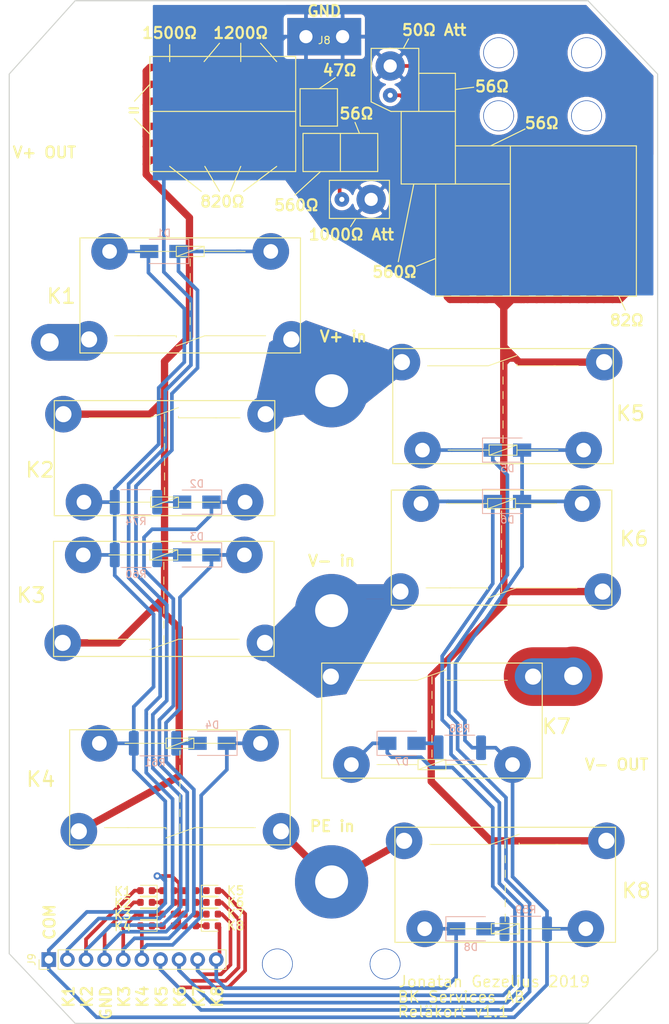
<source format=kicad_pcb>
(kicad_pcb (version 20171130) (host pcbnew "(5.1.0)-1")

  (general
    (thickness 1.6)
    (drawings 107)
    (tracks 695)
    (zones 0)
    (modules 133)
    (nets 47)
  )

  (page A4)
  (title_block
    (title "Relay card")
    (date 2019-05-23)
    (rev 1.1)
    (company "BK Development")
    (comment 1 "Jonatan Gezelius 2019")
  )

  (layers
    (0 F.Cu signal)
    (31 B.Cu signal)
    (32 B.Adhes user hide)
    (33 F.Adhes user hide)
    (34 B.Paste user hide)
    (35 F.Paste user hide)
    (36 B.SilkS user)
    (37 F.SilkS user)
    (38 B.Mask user)
    (39 F.Mask user hide)
    (40 Dwgs.User user hide)
    (41 Cmts.User user hide)
    (42 Eco1.User user)
    (43 Eco2.User user)
    (44 Edge.Cuts user)
    (45 Margin user hide)
    (46 B.CrtYd user hide)
    (47 F.CrtYd user hide)
    (48 B.Fab user hide)
    (49 F.Fab user hide)
  )

  (setup
    (last_trace_width 2)
    (user_trace_width 0.5)
    (user_trace_width 1)
    (user_trace_width 2)
    (user_trace_width 3)
    (user_trace_width 5)
    (user_trace_width 8)
    (user_trace_width 10)
    (user_trace_width 15)
    (trace_clearance 0.5)
    (zone_clearance 0.5)
    (zone_45_only no)
    (trace_min 0.2)
    (via_size 1)
    (via_drill 0.5)
    (via_min_size 0.4)
    (via_min_drill 0.3)
    (user_via 1 0.5)
    (uvia_size 0.3)
    (uvia_drill 0.1)
    (uvias_allowed no)
    (uvia_min_size 0.2)
    (uvia_min_drill 0.1)
    (edge_width 0.15)
    (segment_width 0.2)
    (pcb_text_width 0.3)
    (pcb_text_size 1.5 1.5)
    (mod_edge_width 0.15)
    (mod_text_size 1 1)
    (mod_text_width 0.15)
    (pad_size 1.524 1.524)
    (pad_drill 0.762)
    (pad_to_mask_clearance 0.2)
    (aux_axis_origin 0 0)
    (visible_elements 7FFFFFFF)
    (pcbplotparams
      (layerselection 0x010f0_ffffffff)
      (usegerberextensions false)
      (usegerberattributes false)
      (usegerberadvancedattributes false)
      (creategerberjobfile false)
      (excludeedgelayer false)
      (linewidth 0.100000)
      (plotframeref false)
      (viasonmask false)
      (mode 1)
      (useauxorigin false)
      (hpglpennumber 1)
      (hpglpenspeed 20)
      (hpglpendiameter 15.000000)
      (psnegative false)
      (psa4output false)
      (plotreference true)
      (plotvalue true)
      (plotinvisibletext false)
      (padsonsilk false)
      (subtractmaskfromsilk false)
      (outputformat 1)
      (mirror false)
      (drillshape 0)
      (scaleselection 1)
      (outputdirectory "plot/"))
  )

  (net 0 "")
  (net 1 GND)
  (net 2 "Net-(D11-Pad1)")
  (net 3 "Net-(D12-Pad1)")
  (net 4 "Net-(D13-Pad1)")
  (net 5 "Net-(D14-Pad1)")
  (net 6 "Net-(D15-Pad1)")
  (net 7 /V+in)
  (net 8 /V-in)
  (net 9 /PEin)
  (net 10 /V-out)
  (net 11 /V+out)
  (net 12 /max750)
  (net 13 /max563)
  (net 14 /max375)
  (net 15 /max188)
  (net 16 /max512)
  (net 17 /max273)
  (net 18 /max34)
  (net 19 /max1.5)
  (net 20 /max1049)
  (net 21 /max1429)
  (net 22 /max699)
  (net 23 /max350)
  (net 24 /max1057)
  (net 25 /max715)
  (net 26 /max373)
  (net 27 /max31)
  (net 28 /max1.4)
  (net 29 "Net-(C22-Pad1)")
  (net 30 rel_com)
  (net 31 rel+50)
  (net 32 rel-50)
  (net 33 relPE50)
  (net 34 rel+1k)
  (net 35 rel-1k)
  (net 36 relPE1k)
  (net 37 rel+out)
  (net 38 rel-out)
  (net 39 "Net-(D3-Pad2)")
  (net 40 "Net-(D4-Pad2)")
  (net 41 "Net-(D7-Pad2)")
  (net 42 "Net-(D8-Pad2)")
  (net 43 "Net-(D16-Pad1)")
  (net 44 "Net-(D17-Pad1)")
  (net 45 "Net-(D18-Pad1)")
  (net 46 "Net-(D2-Pad2)")

  (net_class Default "This is the default net class."
    (clearance 0.5)
    (trace_width 0.25)
    (via_dia 1)
    (via_drill 0.5)
    (uvia_dia 0.3)
    (uvia_drill 0.1)
    (add_net "Net-(D2-Pad2)")
  )

  (net_class HV ""
    (clearance 1.5)
    (trace_width 1)
    (via_dia 1)
    (via_drill 0.5)
    (uvia_dia 0.3)
    (uvia_drill 0.1)
    (add_net /PEin)
    (add_net /V+in)
    (add_net /V+out)
    (add_net /V-in)
    (add_net /V-out)
    (add_net /max1429)
    (add_net /max750)
  )

  (net_class LV ""
    (clearance 1.5)
    (trace_width 1)
    (via_dia 1)
    (via_drill 0.5)
    (uvia_dia 0.3)
    (uvia_drill 0.1)
  )

  (net_class MIDV ""
    (clearance 1.5)
    (trace_width 1)
    (via_dia 1)
    (via_drill 0.5)
    (uvia_dia 0.3)
    (uvia_drill 0.1)
    (add_net /max1049)
    (add_net /max1057)
    (add_net /max188)
    (add_net /max273)
    (add_net /max31)
    (add_net /max34)
    (add_net /max350)
    (add_net /max373)
    (add_net /max375)
    (add_net /max512)
    (add_net /max563)
    (add_net /max699)
    (add_net /max715)
  )

  (net_class double_saftey ""
    (clearance 1.5)
    (trace_width 0.25)
    (via_dia 1)
    (via_drill 0.5)
    (uvia_dia 0.3)
    (uvia_drill 0.1)
  )

  (net_class signals ""
    (clearance 0.4)
    (trace_width 0.5)
    (via_dia 1)
    (via_drill 0.5)
    (uvia_dia 0.3)
    (uvia_drill 0.1)
    (add_net /max1.4)
    (add_net /max1.5)
    (add_net GND)
    (add_net "Net-(C22-Pad1)")
    (add_net "Net-(D11-Pad1)")
    (add_net "Net-(D12-Pad1)")
    (add_net "Net-(D13-Pad1)")
    (add_net "Net-(D14-Pad1)")
    (add_net "Net-(D15-Pad1)")
    (add_net "Net-(D16-Pad1)")
    (add_net "Net-(D17-Pad1)")
    (add_net "Net-(D18-Pad1)")
    (add_net "Net-(D3-Pad2)")
    (add_net "Net-(D4-Pad2)")
    (add_net "Net-(D7-Pad2)")
    (add_net "Net-(D8-Pad2)")
    (add_net rel+1k)
    (add_net rel+50)
    (add_net rel+out)
    (add_net rel-1k)
    (add_net rel-50)
    (add_net rel-out)
    (add_net relPE1k)
    (add_net relPE50)
    (add_net rel_com)
  )

  (module custom_footprints:MountingHole_2.5mm_Pad_nocrtyd (layer F.Cu) (tedit 5CE67F80) (tstamp 5CBD9DFD)
    (at 22.8 62.2 90)
    (descr "Mounting Hole 2.5mm")
    (tags "mounting hole 2.5mm")
    (path /5CDF60AA)
    (attr virtual)
    (fp_text reference J7 (at 0 -3.5 90) (layer F.SilkS) hide
      (effects (font (size 1 1) (thickness 0.15)))
    )
    (fp_text value Conn_01x01_Female (at 0 3.5 90) (layer F.Fab)
      (effects (font (size 1 1) (thickness 0.15)))
    )
    (fp_circle (center 0 0) (end 2.5 0) (layer Cmts.User) (width 0.15))
    (fp_text user %R (at 0.3 0 90) (layer F.Fab)
      (effects (font (size 1 1) (thickness 0.15)))
    )
    (pad 1 thru_hole circle (at 0 0 90) (size 5 5) (drill 2.5) (layers *.Cu *.Mask)
      (net 11 /V+out))
  )

  (module custom_footprints:MountingHole_2.5mm_Pad_nocrtyd (layer F.Cu) (tedit 5CE67F80) (tstamp 5CDF2C23)
    (at 94.3 107.7)
    (descr "Mounting Hole 2.5mm")
    (tags "mounting hole 2.5mm")
    (path /5CDF6291)
    (attr virtual)
    (fp_text reference J6 (at 0 -3.5) (layer F.SilkS) hide
      (effects (font (size 1 1) (thickness 0.15)))
    )
    (fp_text value Conn_01x01_Female (at 0 3.5) (layer F.Fab)
      (effects (font (size 1 1) (thickness 0.15)))
    )
    (fp_circle (center 0 0) (end 2.5 0) (layer Cmts.User) (width 0.15))
    (fp_text user %R (at 0.3 0) (layer F.Fab)
      (effects (font (size 1 1) (thickness 0.15)))
    )
    (pad 1 thru_hole circle (at 0 0) (size 5 5) (drill 2.5) (layers *.Cu *.Mask)
      (net 10 /V-out))
  )

  (module custom_footprints:ALFG2PF241_round_holes locked (layer F.Cu) (tedit 5CE68F3C) (tstamp 5CDBE757)
    (at 74 142.2)
    (descr "Panasonic Relay SPST, http://www.farnell.com/datasheets/2244182.pdf")
    (tags "Panasonic Relay SPST")
    (path /5CE806B0)
    (fp_text reference K8 (at 28.9 -5.2 180) (layer F.SilkS)
      (effects (font (size 2 2) (thickness 0.3)))
    )
    (fp_text value ALFG2PF241 (at 12.1 3.9 180) (layer F.Fab)
      (effects (font (size 1 1) (thickness 0.15)))
    )
    (fp_line (start 17.9 -11.5) (end 18.2 -11.5) (layer F.SilkS) (width 0.12))
    (fp_line (start 12.9 -11.5) (end 12.9 -11.7) (layer F.SilkS) (width 0.12))
    (fp_line (start 11 -12) (end 11 -11) (layer F.SilkS) (width 0.12))
    (fp_line (start 11 -10) (end 11 -9) (layer F.SilkS) (width 0.12))
    (fp_line (start 11 -8) (end 11 -7) (layer F.SilkS) (width 0.12))
    (fp_line (start 11 -6) (end 11 -5) (layer F.SilkS) (width 0.12))
    (fp_line (start 11 -4) (end 11 -3) (layer F.SilkS) (width 0.12))
    (fp_line (start 11 -2) (end 11 -1) (layer F.SilkS) (width 0.12))
    (fp_line (start 9 -11.5) (end 12.9 -12.9) (layer F.SilkS) (width 0.12))
    (fp_line (start 12.9 -11.5) (end 21.3 -11.5) (layer F.SilkS) (width 0.12))
    (fp_line (start 12.9 0) (end 18.5 0) (layer F.SilkS) (width 0.12))
    (fp_line (start 0.7 -11.5) (end 9 -11.5) (layer F.SilkS) (width 0.12))
    (fp_line (start 9.1 0.7) (end 12.9 -0.7) (layer F.SilkS) (width 0.12))
    (fp_line (start 12.9 0.7) (end 9.1 0.7) (layer F.SilkS) (width 0.12))
    (fp_line (start 12.9 -0.7) (end 12.9 0.7) (layer F.SilkS) (width 0.12))
    (fp_line (start 9.1 -0.7) (end 12.9 -0.7) (layer F.SilkS) (width 0.12))
    (fp_line (start 9.1 0.7) (end 9.1 -0.7) (layer F.SilkS) (width 0.12))
    (fp_line (start 3.5 0) (end 9.1 0) (layer F.SilkS) (width 0.12))
    (fp_circle (center 24.8 -12) (end 33.3 -12) (layer Eco2.User) (width 0.12))
    (fp_circle (center -2.8 -12) (end 5.7 -12) (layer Eco2.User) (width 0.12))
    (fp_circle (center 0 0) (end 8.5 0) (layer Eco1.User) (width 0.12))
    (fp_circle (center 22 0) (end 30.5 0) (layer Eco1.User) (width 0.12))
    (fp_line (start -4.1402 -13.97) (end 26.1366 -13.97) (layer F.Fab) (width 0.12))
    (fp_line (start -4.05 1.85) (end -4.05 -13.85) (layer F.SilkS) (width 0.15))
    (fp_line (start 26.05 1.85) (end -4.05 1.85) (layer F.SilkS) (width 0.15))
    (fp_line (start 26.05 -13.85) (end 26.05 1.85) (layer F.SilkS) (width 0.15))
    (fp_line (start -4.05 -13.85) (end 26.05 -13.85) (layer F.SilkS) (width 0.15))
    (fp_text user %R (at 12 -3.75 180) (layer F.Fab)
      (effects (font (size 1 1) (thickness 0.15)))
    )
    (fp_line (start 26.05 1.85) (end 26.05 -13.85) (layer F.CrtYd) (width 0.05))
    (fp_line (start -4.05 1.85) (end 26.05 1.85) (layer F.CrtYd) (width 0.05))
    (fp_line (start -4.05 -13.85) (end -4.05 1.85) (layer F.CrtYd) (width 0.05))
    (fp_line (start 26.05 -13.85) (end -4.05 -13.85) (layer F.CrtYd) (width 0.05))
    (fp_line (start 26.162 1.9304) (end 26.162 -13.97) (layer F.Fab) (width 0.1))
    (fp_line (start -4.1402 1.9558) (end 26.162 1.9558) (layer F.Fab) (width 0.1))
    (fp_line (start -4.1402 -13.97) (end -4.1402 1.9558) (layer F.Fab) (width 0.1))
    (pad 3 thru_hole circle (at -2.8 -12 90) (size 5 5) (drill 2.2) (layers *.Cu *.Mask)
      (net 9 /PEin))
    (pad 4 thru_hole circle (at 24.8 -12 90) (size 5 5) (drill 2.2) (layers *.Cu *.Mask)
      (net 12 /max750))
    (pad 2 thru_hole circle (at 22 0 90) (size 5 5) (drill 2) (layers *.Cu *.Mask)
      (net 30 rel_com))
    (pad 1 thru_hole circle (at 0 0 90) (size 5 5) (drill 2) (layers *.Cu *.Mask)
      (net 33 relPE50))
    (model ${KIPRJMOD}/3d-models/ALFG2PF241.wrl
      (offset (xyz -4 -2 0))
      (scale (xyz 1 1 1))
      (rotate (xyz 0 0 0))
    )
  )

  (module custom_footprints:ALFG2PF241_round_holes locked (layer F.Cu) (tedit 5CE68F3C) (tstamp 5CDC4C0C)
    (at 51.6 116.9 180)
    (descr "Panasonic Relay SPST, http://www.farnell.com/datasheets/2244182.pdf")
    (tags "Panasonic Relay SPST")
    (path /5CE808A8)
    (fp_text reference K4 (at 30 -4.9) (layer F.SilkS)
      (effects (font (size 2 2) (thickness 0.3)))
    )
    (fp_text value ALFG2PF241 (at 12.1 3.9) (layer F.Fab)
      (effects (font (size 1 1) (thickness 0.15)))
    )
    (fp_line (start 17.9 -11.5) (end 18.2 -11.5) (layer F.SilkS) (width 0.12))
    (fp_line (start 12.9 -11.5) (end 12.9 -11.7) (layer F.SilkS) (width 0.12))
    (fp_line (start 11 -12) (end 11 -11) (layer F.SilkS) (width 0.12))
    (fp_line (start 11 -10) (end 11 -9) (layer F.SilkS) (width 0.12))
    (fp_line (start 11 -8) (end 11 -7) (layer F.SilkS) (width 0.12))
    (fp_line (start 11 -6) (end 11 -5) (layer F.SilkS) (width 0.12))
    (fp_line (start 11 -4) (end 11 -3) (layer F.SilkS) (width 0.12))
    (fp_line (start 11 -2) (end 11 -1) (layer F.SilkS) (width 0.12))
    (fp_line (start 9 -11.5) (end 12.9 -12.9) (layer F.SilkS) (width 0.12))
    (fp_line (start 12.9 -11.5) (end 21.3 -11.5) (layer F.SilkS) (width 0.12))
    (fp_line (start 12.9 0) (end 18.5 0) (layer F.SilkS) (width 0.12))
    (fp_line (start 0.7 -11.5) (end 9 -11.5) (layer F.SilkS) (width 0.12))
    (fp_line (start 9.1 0.7) (end 12.9 -0.7) (layer F.SilkS) (width 0.12))
    (fp_line (start 12.9 0.7) (end 9.1 0.7) (layer F.SilkS) (width 0.12))
    (fp_line (start 12.9 -0.7) (end 12.9 0.7) (layer F.SilkS) (width 0.12))
    (fp_line (start 9.1 -0.7) (end 12.9 -0.7) (layer F.SilkS) (width 0.12))
    (fp_line (start 9.1 0.7) (end 9.1 -0.7) (layer F.SilkS) (width 0.12))
    (fp_line (start 3.5 0) (end 9.1 0) (layer F.SilkS) (width 0.12))
    (fp_circle (center 24.8 -12) (end 33.3 -12) (layer Eco2.User) (width 0.12))
    (fp_circle (center -2.8 -12) (end 5.7 -12) (layer Eco2.User) (width 0.12))
    (fp_circle (center 0 0) (end 8.5 0) (layer Eco1.User) (width 0.12))
    (fp_circle (center 22 0) (end 30.5 0) (layer Eco1.User) (width 0.12))
    (fp_line (start -4.1402 -13.97) (end 26.1366 -13.97) (layer F.Fab) (width 0.12))
    (fp_line (start -4.05 1.85) (end -4.05 -13.85) (layer F.SilkS) (width 0.15))
    (fp_line (start 26.05 1.85) (end -4.05 1.85) (layer F.SilkS) (width 0.15))
    (fp_line (start 26.05 -13.85) (end 26.05 1.85) (layer F.SilkS) (width 0.15))
    (fp_line (start -4.05 -13.85) (end 26.05 -13.85) (layer F.SilkS) (width 0.15))
    (fp_text user %R (at 12 -3.75) (layer F.Fab)
      (effects (font (size 1 1) (thickness 0.15)))
    )
    (fp_line (start 26.05 1.85) (end 26.05 -13.85) (layer F.CrtYd) (width 0.05))
    (fp_line (start -4.05 1.85) (end 26.05 1.85) (layer F.CrtYd) (width 0.05))
    (fp_line (start -4.05 -13.85) (end -4.05 1.85) (layer F.CrtYd) (width 0.05))
    (fp_line (start 26.05 -13.85) (end -4.05 -13.85) (layer F.CrtYd) (width 0.05))
    (fp_line (start 26.162 1.9304) (end 26.162 -13.97) (layer F.Fab) (width 0.1))
    (fp_line (start -4.1402 1.9558) (end 26.162 1.9558) (layer F.Fab) (width 0.1))
    (fp_line (start -4.1402 -13.97) (end -4.1402 1.9558) (layer F.Fab) (width 0.1))
    (pad 3 thru_hole circle (at -2.8 -12 270) (size 5 5) (drill 2.2) (layers *.Cu *.Mask)
      (net 9 /PEin))
    (pad 4 thru_hole circle (at 24.8 -12 270) (size 5 5) (drill 2.2) (layers *.Cu *.Mask)
      (net 21 /max1429))
    (pad 2 thru_hole circle (at 22 0 270) (size 5 5) (drill 2) (layers *.Cu *.Mask)
      (net 30 rel_com))
    (pad 1 thru_hole circle (at 0 0 270) (size 5 5) (drill 2) (layers *.Cu *.Mask)
      (net 36 relPE1k))
    (model ${KIPRJMOD}/3d-models/ALFG2PF241.wrl
      (offset (xyz -4 -2 0))
      (scale (xyz 1 1 1))
      (rotate (xyz 0 0 0))
    )
  )

  (module custom_footprints:ALFG2PF241_round_holes locked (layer F.Cu) (tedit 5CE68F3C) (tstamp 5CDB1886)
    (at 53 49.8 180)
    (descr "Panasonic Relay SPST, http://www.farnell.com/datasheets/2244182.pdf")
    (tags "Panasonic Relay SPST")
    (path /5CE80966)
    (fp_text reference K1 (at 28.6 -6.1) (layer F.SilkS)
      (effects (font (size 2 2) (thickness 0.3)))
    )
    (fp_text value ALFG2PF241 (at 12.1 3.9) (layer F.Fab)
      (effects (font (size 1 1) (thickness 0.15)))
    )
    (fp_line (start 17.9 -11.5) (end 18.2 -11.5) (layer F.SilkS) (width 0.12))
    (fp_line (start 12.9 -11.5) (end 12.9 -11.7) (layer F.SilkS) (width 0.12))
    (fp_line (start 11 -12) (end 11 -11) (layer F.SilkS) (width 0.12))
    (fp_line (start 11 -10) (end 11 -9) (layer F.SilkS) (width 0.12))
    (fp_line (start 11 -8) (end 11 -7) (layer F.SilkS) (width 0.12))
    (fp_line (start 11 -6) (end 11 -5) (layer F.SilkS) (width 0.12))
    (fp_line (start 11 -4) (end 11 -3) (layer F.SilkS) (width 0.12))
    (fp_line (start 11 -2) (end 11 -1) (layer F.SilkS) (width 0.12))
    (fp_line (start 9 -11.5) (end 12.9 -12.9) (layer F.SilkS) (width 0.12))
    (fp_line (start 12.9 -11.5) (end 21.3 -11.5) (layer F.SilkS) (width 0.12))
    (fp_line (start 12.9 0) (end 18.5 0) (layer F.SilkS) (width 0.12))
    (fp_line (start 0.7 -11.5) (end 9 -11.5) (layer F.SilkS) (width 0.12))
    (fp_line (start 9.1 0.7) (end 12.9 -0.7) (layer F.SilkS) (width 0.12))
    (fp_line (start 12.9 0.7) (end 9.1 0.7) (layer F.SilkS) (width 0.12))
    (fp_line (start 12.9 -0.7) (end 12.9 0.7) (layer F.SilkS) (width 0.12))
    (fp_line (start 9.1 -0.7) (end 12.9 -0.7) (layer F.SilkS) (width 0.12))
    (fp_line (start 9.1 0.7) (end 9.1 -0.7) (layer F.SilkS) (width 0.12))
    (fp_line (start 3.5 0) (end 9.1 0) (layer F.SilkS) (width 0.12))
    (fp_circle (center 24.8 -12) (end 33.3 -12) (layer Eco2.User) (width 0.12))
    (fp_circle (center -2.8 -12) (end 5.7 -12) (layer Eco2.User) (width 0.12))
    (fp_circle (center 0 0) (end 8.5 0) (layer Eco1.User) (width 0.12))
    (fp_circle (center 22 0) (end 30.5 0) (layer Eco1.User) (width 0.12))
    (fp_line (start -4.1402 -13.97) (end 26.1366 -13.97) (layer F.Fab) (width 0.12))
    (fp_line (start -4.05 1.85) (end -4.05 -13.85) (layer F.SilkS) (width 0.15))
    (fp_line (start 26.05 1.85) (end -4.05 1.85) (layer F.SilkS) (width 0.15))
    (fp_line (start 26.05 -13.85) (end 26.05 1.85) (layer F.SilkS) (width 0.15))
    (fp_line (start -4.05 -13.85) (end 26.05 -13.85) (layer F.SilkS) (width 0.15))
    (fp_text user %R (at 12 -3.75) (layer F.Fab)
      (effects (font (size 1 1) (thickness 0.15)))
    )
    (fp_line (start 26.05 1.85) (end 26.05 -13.85) (layer F.CrtYd) (width 0.05))
    (fp_line (start -4.05 1.85) (end 26.05 1.85) (layer F.CrtYd) (width 0.05))
    (fp_line (start -4.05 -13.85) (end -4.05 1.85) (layer F.CrtYd) (width 0.05))
    (fp_line (start 26.05 -13.85) (end -4.05 -13.85) (layer F.CrtYd) (width 0.05))
    (fp_line (start 26.162 1.9304) (end 26.162 -13.97) (layer F.Fab) (width 0.1))
    (fp_line (start -4.1402 1.9558) (end 26.162 1.9558) (layer F.Fab) (width 0.1))
    (fp_line (start -4.1402 -13.97) (end -4.1402 1.9558) (layer F.Fab) (width 0.1))
    (pad 3 thru_hole circle (at -2.8 -12 270) (size 5 5) (drill 2.2) (layers *.Cu *.Mask)
      (net 7 /V+in))
    (pad 4 thru_hole circle (at 24.8 -12 270) (size 5 5) (drill 2.2) (layers *.Cu *.Mask)
      (net 11 /V+out))
    (pad 2 thru_hole circle (at 22 0 270) (size 5 5) (drill 2) (layers *.Cu *.Mask)
      (net 30 rel_com))
    (pad 1 thru_hole circle (at 0 0 270) (size 5 5) (drill 2) (layers *.Cu *.Mask)
      (net 38 rel-out))
    (model ${KIPRJMOD}/3d-models/ALFG2PF241.wrl
      (offset (xyz -4 -2 0))
      (scale (xyz 1 1 1))
      (rotate (xyz 0 0 0))
    )
  )

  (module custom_footprints:ALFG2PF241_round_holes locked (layer F.Cu) (tedit 5CE68F3C) (tstamp 5CDFFC93)
    (at 64 119.8)
    (descr "Panasonic Relay SPST, http://www.farnell.com/datasheets/2244182.pdf")
    (tags "Panasonic Relay SPST")
    (path /5CE80A8F)
    (fp_text reference K7 (at 28 -5.2 180) (layer F.SilkS)
      (effects (font (size 2 2) (thickness 0.3)))
    )
    (fp_text value ALFG2PF241 (at 12.1 3.9 180) (layer F.Fab)
      (effects (font (size 1 1) (thickness 0.15)))
    )
    (fp_line (start 17.9 -11.5) (end 18.2 -11.5) (layer F.SilkS) (width 0.12))
    (fp_line (start 12.9 -11.5) (end 12.9 -11.7) (layer F.SilkS) (width 0.12))
    (fp_line (start 11 -12) (end 11 -11) (layer F.SilkS) (width 0.12))
    (fp_line (start 11 -10) (end 11 -9) (layer F.SilkS) (width 0.12))
    (fp_line (start 11 -8) (end 11 -7) (layer F.SilkS) (width 0.12))
    (fp_line (start 11 -6) (end 11 -5) (layer F.SilkS) (width 0.12))
    (fp_line (start 11 -4) (end 11 -3) (layer F.SilkS) (width 0.12))
    (fp_line (start 11 -2) (end 11 -1) (layer F.SilkS) (width 0.12))
    (fp_line (start 9 -11.5) (end 12.9 -12.9) (layer F.SilkS) (width 0.12))
    (fp_line (start 12.9 -11.5) (end 21.3 -11.5) (layer F.SilkS) (width 0.12))
    (fp_line (start 12.9 0) (end 18.5 0) (layer F.SilkS) (width 0.12))
    (fp_line (start 0.7 -11.5) (end 9 -11.5) (layer F.SilkS) (width 0.12))
    (fp_line (start 9.1 0.7) (end 12.9 -0.7) (layer F.SilkS) (width 0.12))
    (fp_line (start 12.9 0.7) (end 9.1 0.7) (layer F.SilkS) (width 0.12))
    (fp_line (start 12.9 -0.7) (end 12.9 0.7) (layer F.SilkS) (width 0.12))
    (fp_line (start 9.1 -0.7) (end 12.9 -0.7) (layer F.SilkS) (width 0.12))
    (fp_line (start 9.1 0.7) (end 9.1 -0.7) (layer F.SilkS) (width 0.12))
    (fp_line (start 3.5 0) (end 9.1 0) (layer F.SilkS) (width 0.12))
    (fp_circle (center 24.8 -12) (end 33.3 -12) (layer Eco2.User) (width 0.12))
    (fp_circle (center -2.8 -12) (end 5.7 -12) (layer Eco2.User) (width 0.12))
    (fp_circle (center 0 0) (end 8.5 0) (layer Eco1.User) (width 0.12))
    (fp_circle (center 22 0) (end 30.5 0) (layer Eco1.User) (width 0.12))
    (fp_line (start -4.1402 -13.97) (end 26.1366 -13.97) (layer F.Fab) (width 0.12))
    (fp_line (start -4.05 1.85) (end -4.05 -13.85) (layer F.SilkS) (width 0.15))
    (fp_line (start 26.05 1.85) (end -4.05 1.85) (layer F.SilkS) (width 0.15))
    (fp_line (start 26.05 -13.85) (end 26.05 1.85) (layer F.SilkS) (width 0.15))
    (fp_line (start -4.05 -13.85) (end 26.05 -13.85) (layer F.SilkS) (width 0.15))
    (fp_text user %R (at 12 -3.75 180) (layer F.Fab)
      (effects (font (size 1 1) (thickness 0.15)))
    )
    (fp_line (start 26.05 1.85) (end 26.05 -13.85) (layer F.CrtYd) (width 0.05))
    (fp_line (start -4.05 1.85) (end 26.05 1.85) (layer F.CrtYd) (width 0.05))
    (fp_line (start -4.05 -13.85) (end -4.05 1.85) (layer F.CrtYd) (width 0.05))
    (fp_line (start 26.05 -13.85) (end -4.05 -13.85) (layer F.CrtYd) (width 0.05))
    (fp_line (start 26.162 1.9304) (end 26.162 -13.97) (layer F.Fab) (width 0.1))
    (fp_line (start -4.1402 1.9558) (end 26.162 1.9558) (layer F.Fab) (width 0.1))
    (fp_line (start -4.1402 -13.97) (end -4.1402 1.9558) (layer F.Fab) (width 0.1))
    (pad 3 thru_hole circle (at -2.8 -12 90) (size 5 5) (drill 2.2) (layers *.Cu *.Mask)
      (net 8 /V-in))
    (pad 4 thru_hole circle (at 24.8 -12 90) (size 5 5) (drill 2.2) (layers *.Cu *.Mask)
      (net 10 /V-out))
    (pad 2 thru_hole circle (at 22 0 90) (size 5 5) (drill 2) (layers *.Cu *.Mask)
      (net 30 rel_com))
    (pad 1 thru_hole circle (at 0 0 90) (size 5 5) (drill 2) (layers *.Cu *.Mask)
      (net 37 rel+out))
    (model ${KIPRJMOD}/3d-models/ALFG2PF241.wrl
      (offset (xyz -4 -2 0))
      (scale (xyz 1 1 1))
      (rotate (xyz 0 0 0))
    )
  )

  (module custom_footprints:ALFG2PF241_round_holes locked (layer F.Cu) (tedit 5CE68F3C) (tstamp 5CDC2FD3)
    (at 49.4 91.2 180)
    (descr "Panasonic Relay SPST, http://www.farnell.com/datasheets/2244182.pdf")
    (tags "Panasonic Relay SPST")
    (path /5CE807F2)
    (fp_text reference K3 (at 29.1 -5.5) (layer F.SilkS)
      (effects (font (size 2 2) (thickness 0.3)))
    )
    (fp_text value ALFG2PF241 (at 12.1 3.9) (layer F.Fab)
      (effects (font (size 1 1) (thickness 0.15)))
    )
    (fp_line (start 17.9 -11.5) (end 18.2 -11.5) (layer F.SilkS) (width 0.12))
    (fp_line (start 12.9 -11.5) (end 12.9 -11.7) (layer F.SilkS) (width 0.12))
    (fp_line (start 11 -12) (end 11 -11) (layer F.SilkS) (width 0.12))
    (fp_line (start 11 -10) (end 11 -9) (layer F.SilkS) (width 0.12))
    (fp_line (start 11 -8) (end 11 -7) (layer F.SilkS) (width 0.12))
    (fp_line (start 11 -6) (end 11 -5) (layer F.SilkS) (width 0.12))
    (fp_line (start 11 -4) (end 11 -3) (layer F.SilkS) (width 0.12))
    (fp_line (start 11 -2) (end 11 -1) (layer F.SilkS) (width 0.12))
    (fp_line (start 9 -11.5) (end 12.9 -12.9) (layer F.SilkS) (width 0.12))
    (fp_line (start 12.9 -11.5) (end 21.3 -11.5) (layer F.SilkS) (width 0.12))
    (fp_line (start 12.9 0) (end 18.5 0) (layer F.SilkS) (width 0.12))
    (fp_line (start 0.7 -11.5) (end 9 -11.5) (layer F.SilkS) (width 0.12))
    (fp_line (start 9.1 0.7) (end 12.9 -0.7) (layer F.SilkS) (width 0.12))
    (fp_line (start 12.9 0.7) (end 9.1 0.7) (layer F.SilkS) (width 0.12))
    (fp_line (start 12.9 -0.7) (end 12.9 0.7) (layer F.SilkS) (width 0.12))
    (fp_line (start 9.1 -0.7) (end 12.9 -0.7) (layer F.SilkS) (width 0.12))
    (fp_line (start 9.1 0.7) (end 9.1 -0.7) (layer F.SilkS) (width 0.12))
    (fp_line (start 3.5 0) (end 9.1 0) (layer F.SilkS) (width 0.12))
    (fp_circle (center 24.8 -12) (end 33.3 -12) (layer Eco2.User) (width 0.12))
    (fp_circle (center -2.8 -12) (end 5.7 -12) (layer Eco2.User) (width 0.12))
    (fp_circle (center 0 0) (end 8.5 0) (layer Eco1.User) (width 0.12))
    (fp_circle (center 22 0) (end 30.5 0) (layer Eco1.User) (width 0.12))
    (fp_line (start -4.1402 -13.97) (end 26.1366 -13.97) (layer F.Fab) (width 0.12))
    (fp_line (start -4.05 1.85) (end -4.05 -13.85) (layer F.SilkS) (width 0.15))
    (fp_line (start 26.05 1.85) (end -4.05 1.85) (layer F.SilkS) (width 0.15))
    (fp_line (start 26.05 -13.85) (end 26.05 1.85) (layer F.SilkS) (width 0.15))
    (fp_line (start -4.05 -13.85) (end 26.05 -13.85) (layer F.SilkS) (width 0.15))
    (fp_text user %R (at 12 -3.75) (layer F.Fab)
      (effects (font (size 1 1) (thickness 0.15)))
    )
    (fp_line (start 26.05 1.85) (end 26.05 -13.85) (layer F.CrtYd) (width 0.05))
    (fp_line (start -4.05 1.85) (end 26.05 1.85) (layer F.CrtYd) (width 0.05))
    (fp_line (start -4.05 -13.85) (end -4.05 1.85) (layer F.CrtYd) (width 0.05))
    (fp_line (start 26.05 -13.85) (end -4.05 -13.85) (layer F.CrtYd) (width 0.05))
    (fp_line (start 26.162 1.9304) (end 26.162 -13.97) (layer F.Fab) (width 0.1))
    (fp_line (start -4.1402 1.9558) (end 26.162 1.9558) (layer F.Fab) (width 0.1))
    (fp_line (start -4.1402 -13.97) (end -4.1402 1.9558) (layer F.Fab) (width 0.1))
    (pad 3 thru_hole circle (at -2.8 -12 270) (size 5 5) (drill 2.2) (layers *.Cu *.Mask)
      (net 8 /V-in))
    (pad 4 thru_hole circle (at 24.8 -12 270) (size 5 5) (drill 2.2) (layers *.Cu *.Mask)
      (net 21 /max1429))
    (pad 2 thru_hole circle (at 22 0 270) (size 5 5) (drill 2) (layers *.Cu *.Mask)
      (net 30 rel_com))
    (pad 1 thru_hole circle (at 0 0 270) (size 5 5) (drill 2) (layers *.Cu *.Mask)
      (net 35 rel-1k))
    (model ${KIPRJMOD}/3d-models/ALFG2PF241.wrl
      (offset (xyz -4 -2 0))
      (scale (xyz 1 1 1))
      (rotate (xyz 0 0 0))
    )
  )

  (module custom_footprints:ALFG2PF241_round_holes locked (layer F.Cu) (tedit 5CE68F3C) (tstamp 5CDDAB85)
    (at 27.5 84)
    (descr "Panasonic Relay SPST, http://www.farnell.com/datasheets/2244182.pdf")
    (tags "Panasonic Relay SPST")
    (path /5CE8074E)
    (fp_text reference K2 (at -6 -4.4 180) (layer F.SilkS)
      (effects (font (size 2 2) (thickness 0.3)))
    )
    (fp_text value ALFG2PF241 (at 12.1 3.9 180) (layer F.Fab)
      (effects (font (size 1 1) (thickness 0.15)))
    )
    (fp_line (start 17.9 -11.5) (end 18.2 -11.5) (layer F.SilkS) (width 0.12))
    (fp_line (start 12.9 -11.5) (end 12.9 -11.7) (layer F.SilkS) (width 0.12))
    (fp_line (start 11 -12) (end 11 -11) (layer F.SilkS) (width 0.12))
    (fp_line (start 11 -10) (end 11 -9) (layer F.SilkS) (width 0.12))
    (fp_line (start 11 -8) (end 11 -7) (layer F.SilkS) (width 0.12))
    (fp_line (start 11 -6) (end 11 -5) (layer F.SilkS) (width 0.12))
    (fp_line (start 11 -4) (end 11 -3) (layer F.SilkS) (width 0.12))
    (fp_line (start 11 -2) (end 11 -1) (layer F.SilkS) (width 0.12))
    (fp_line (start 9 -11.5) (end 12.9 -12.9) (layer F.SilkS) (width 0.12))
    (fp_line (start 12.9 -11.5) (end 21.3 -11.5) (layer F.SilkS) (width 0.12))
    (fp_line (start 12.9 0) (end 18.5 0) (layer F.SilkS) (width 0.12))
    (fp_line (start 0.7 -11.5) (end 9 -11.5) (layer F.SilkS) (width 0.12))
    (fp_line (start 9.1 0.7) (end 12.9 -0.7) (layer F.SilkS) (width 0.12))
    (fp_line (start 12.9 0.7) (end 9.1 0.7) (layer F.SilkS) (width 0.12))
    (fp_line (start 12.9 -0.7) (end 12.9 0.7) (layer F.SilkS) (width 0.12))
    (fp_line (start 9.1 -0.7) (end 12.9 -0.7) (layer F.SilkS) (width 0.12))
    (fp_line (start 9.1 0.7) (end 9.1 -0.7) (layer F.SilkS) (width 0.12))
    (fp_line (start 3.5 0) (end 9.1 0) (layer F.SilkS) (width 0.12))
    (fp_circle (center 24.8 -12) (end 33.3 -12) (layer Eco2.User) (width 0.12))
    (fp_circle (center -2.8 -12) (end 5.7 -12) (layer Eco2.User) (width 0.12))
    (fp_circle (center 0 0) (end 8.5 0) (layer Eco1.User) (width 0.12))
    (fp_circle (center 22 0) (end 30.5 0) (layer Eco1.User) (width 0.12))
    (fp_line (start -4.1402 -13.97) (end 26.1366 -13.97) (layer F.Fab) (width 0.12))
    (fp_line (start -4.05 1.85) (end -4.05 -13.85) (layer F.SilkS) (width 0.15))
    (fp_line (start 26.05 1.85) (end -4.05 1.85) (layer F.SilkS) (width 0.15))
    (fp_line (start 26.05 -13.85) (end 26.05 1.85) (layer F.SilkS) (width 0.15))
    (fp_line (start -4.05 -13.85) (end 26.05 -13.85) (layer F.SilkS) (width 0.15))
    (fp_text user %R (at 12 -3.75 180) (layer F.Fab)
      (effects (font (size 1 1) (thickness 0.15)))
    )
    (fp_line (start 26.05 1.85) (end 26.05 -13.85) (layer F.CrtYd) (width 0.05))
    (fp_line (start -4.05 1.85) (end 26.05 1.85) (layer F.CrtYd) (width 0.05))
    (fp_line (start -4.05 -13.85) (end -4.05 1.85) (layer F.CrtYd) (width 0.05))
    (fp_line (start 26.05 -13.85) (end -4.05 -13.85) (layer F.CrtYd) (width 0.05))
    (fp_line (start 26.162 1.9304) (end 26.162 -13.97) (layer F.Fab) (width 0.1))
    (fp_line (start -4.1402 1.9558) (end 26.162 1.9558) (layer F.Fab) (width 0.1))
    (fp_line (start -4.1402 -13.97) (end -4.1402 1.9558) (layer F.Fab) (width 0.1))
    (pad 3 thru_hole circle (at -2.8 -12 90) (size 5 5) (drill 2.2) (layers *.Cu *.Mask)
      (net 21 /max1429))
    (pad 4 thru_hole circle (at 24.8 -12 90) (size 5 5) (drill 2.2) (layers *.Cu *.Mask)
      (net 7 /V+in))
    (pad 2 thru_hole circle (at 22 0 90) (size 5 5) (drill 2) (layers *.Cu *.Mask)
      (net 34 rel+1k))
    (pad 1 thru_hole circle (at 0 0 90) (size 5 5) (drill 2) (layers *.Cu *.Mask)
      (net 30 rel_com))
    (model ${KIPRJMOD}/3d-models/ALFG2PF241.wrl
      (offset (xyz -4 -2 0))
      (scale (xyz 1 1 1))
      (rotate (xyz 0 0 0))
    )
  )

  (module custom_footprints:ALFG2PF241_round_holes locked (layer F.Cu) (tedit 5CE68F3C) (tstamp 5CE0FCCC)
    (at 95.5 84.2 180)
    (descr "Panasonic Relay SPST, http://www.farnell.com/datasheets/2244182.pdf")
    (tags "Panasonic Relay SPST")
    (path /5CE80608)
    (fp_text reference K6 (at -7.1 -4.8) (layer F.SilkS)
      (effects (font (size 2 2) (thickness 0.3)))
    )
    (fp_text value ALFG2PF241 (at 12.1 3.9) (layer F.Fab)
      (effects (font (size 1 1) (thickness 0.15)))
    )
    (fp_line (start 17.9 -11.5) (end 18.2 -11.5) (layer F.SilkS) (width 0.12))
    (fp_line (start 12.9 -11.5) (end 12.9 -11.7) (layer F.SilkS) (width 0.12))
    (fp_line (start 11 -12) (end 11 -11) (layer F.SilkS) (width 0.12))
    (fp_line (start 11 -10) (end 11 -9) (layer F.SilkS) (width 0.12))
    (fp_line (start 11 -8) (end 11 -7) (layer F.SilkS) (width 0.12))
    (fp_line (start 11 -6) (end 11 -5) (layer F.SilkS) (width 0.12))
    (fp_line (start 11 -4) (end 11 -3) (layer F.SilkS) (width 0.12))
    (fp_line (start 11 -2) (end 11 -1) (layer F.SilkS) (width 0.12))
    (fp_line (start 9 -11.5) (end 12.9 -12.9) (layer F.SilkS) (width 0.12))
    (fp_line (start 12.9 -11.5) (end 21.3 -11.5) (layer F.SilkS) (width 0.12))
    (fp_line (start 12.9 0) (end 18.5 0) (layer F.SilkS) (width 0.12))
    (fp_line (start 0.7 -11.5) (end 9 -11.5) (layer F.SilkS) (width 0.12))
    (fp_line (start 9.1 0.7) (end 12.9 -0.7) (layer F.SilkS) (width 0.12))
    (fp_line (start 12.9 0.7) (end 9.1 0.7) (layer F.SilkS) (width 0.12))
    (fp_line (start 12.9 -0.7) (end 12.9 0.7) (layer F.SilkS) (width 0.12))
    (fp_line (start 9.1 -0.7) (end 12.9 -0.7) (layer F.SilkS) (width 0.12))
    (fp_line (start 9.1 0.7) (end 9.1 -0.7) (layer F.SilkS) (width 0.12))
    (fp_line (start 3.5 0) (end 9.1 0) (layer F.SilkS) (width 0.12))
    (fp_circle (center 24.8 -12) (end 33.3 -12) (layer Eco2.User) (width 0.12))
    (fp_circle (center -2.8 -12) (end 5.7 -12) (layer Eco2.User) (width 0.12))
    (fp_circle (center 0 0) (end 8.5 0) (layer Eco1.User) (width 0.12))
    (fp_circle (center 22 0) (end 30.5 0) (layer Eco1.User) (width 0.12))
    (fp_line (start -4.1402 -13.97) (end 26.1366 -13.97) (layer F.Fab) (width 0.12))
    (fp_line (start -4.05 1.85) (end -4.05 -13.85) (layer F.SilkS) (width 0.15))
    (fp_line (start 26.05 1.85) (end -4.05 1.85) (layer F.SilkS) (width 0.15))
    (fp_line (start 26.05 -13.85) (end 26.05 1.85) (layer F.SilkS) (width 0.15))
    (fp_line (start -4.05 -13.85) (end 26.05 -13.85) (layer F.SilkS) (width 0.15))
    (fp_text user %R (at 12 -3.75) (layer F.Fab)
      (effects (font (size 1 1) (thickness 0.15)))
    )
    (fp_line (start 26.05 1.85) (end 26.05 -13.85) (layer F.CrtYd) (width 0.05))
    (fp_line (start -4.05 1.85) (end 26.05 1.85) (layer F.CrtYd) (width 0.05))
    (fp_line (start -4.05 -13.85) (end -4.05 1.85) (layer F.CrtYd) (width 0.05))
    (fp_line (start 26.05 -13.85) (end -4.05 -13.85) (layer F.CrtYd) (width 0.05))
    (fp_line (start 26.162 1.9304) (end 26.162 -13.97) (layer F.Fab) (width 0.1))
    (fp_line (start -4.1402 1.9558) (end 26.162 1.9558) (layer F.Fab) (width 0.1))
    (fp_line (start -4.1402 -13.97) (end -4.1402 1.9558) (layer F.Fab) (width 0.1))
    (pad 3 thru_hole circle (at -2.8 -12 270) (size 5 5) (drill 2.2) (layers *.Cu *.Mask)
      (net 12 /max750))
    (pad 4 thru_hole circle (at 24.8 -12 270) (size 5 5) (drill 2.2) (layers *.Cu *.Mask)
      (net 8 /V-in))
    (pad 2 thru_hole circle (at 22 0 270) (size 5 5) (drill 2) (layers *.Cu *.Mask)
      (net 32 rel-50))
    (pad 1 thru_hole circle (at 0 0 270) (size 5 5) (drill 2) (layers *.Cu *.Mask)
      (net 30 rel_com))
    (model ${KIPRJMOD}/3d-models/ALFG2PF241.wrl
      (offset (xyz -4 -2 0))
      (scale (xyz 1 1 1))
      (rotate (xyz 0 0 0))
    )
  )

  (module custom_footprints:ALFG2PF241_round_holes locked (layer F.Cu) (tedit 5CE68F3C) (tstamp 5CE0FCB1)
    (at 73.7 76.9)
    (descr "Panasonic Relay SPST, http://www.farnell.com/datasheets/2244182.pdf")
    (tags "Panasonic Relay SPST")
    (path /5CE8004E)
    (fp_text reference K5 (at 28.4 -5 180) (layer F.SilkS)
      (effects (font (size 2 2) (thickness 0.3)))
    )
    (fp_text value ALFG2PF241 (at 12.1 3.9 180) (layer F.Fab)
      (effects (font (size 1 1) (thickness 0.15)))
    )
    (fp_line (start 17.9 -11.5) (end 18.2 -11.5) (layer F.SilkS) (width 0.12))
    (fp_line (start 12.9 -11.5) (end 12.9 -11.7) (layer F.SilkS) (width 0.12))
    (fp_line (start 11 -12) (end 11 -11) (layer F.SilkS) (width 0.12))
    (fp_line (start 11 -10) (end 11 -9) (layer F.SilkS) (width 0.12))
    (fp_line (start 11 -8) (end 11 -7) (layer F.SilkS) (width 0.12))
    (fp_line (start 11 -6) (end 11 -5) (layer F.SilkS) (width 0.12))
    (fp_line (start 11 -4) (end 11 -3) (layer F.SilkS) (width 0.12))
    (fp_line (start 11 -2) (end 11 -1) (layer F.SilkS) (width 0.12))
    (fp_line (start 9 -11.5) (end 12.9 -12.9) (layer F.SilkS) (width 0.12))
    (fp_line (start 12.9 -11.5) (end 21.3 -11.5) (layer F.SilkS) (width 0.12))
    (fp_line (start 12.9 0) (end 18.5 0) (layer F.SilkS) (width 0.12))
    (fp_line (start 0.7 -11.5) (end 9 -11.5) (layer F.SilkS) (width 0.12))
    (fp_line (start 9.1 0.7) (end 12.9 -0.7) (layer F.SilkS) (width 0.12))
    (fp_line (start 12.9 0.7) (end 9.1 0.7) (layer F.SilkS) (width 0.12))
    (fp_line (start 12.9 -0.7) (end 12.9 0.7) (layer F.SilkS) (width 0.12))
    (fp_line (start 9.1 -0.7) (end 12.9 -0.7) (layer F.SilkS) (width 0.12))
    (fp_line (start 9.1 0.7) (end 9.1 -0.7) (layer F.SilkS) (width 0.12))
    (fp_line (start 3.5 0) (end 9.1 0) (layer F.SilkS) (width 0.12))
    (fp_circle (center 24.8 -12) (end 33.3 -12) (layer Eco2.User) (width 0.12))
    (fp_circle (center -2.8 -12) (end 5.7 -12) (layer Eco2.User) (width 0.12))
    (fp_circle (center 0 0) (end 8.5 0) (layer Eco1.User) (width 0.12))
    (fp_circle (center 22 0) (end 30.5 0) (layer Eco1.User) (width 0.12))
    (fp_line (start -4.1402 -13.97) (end 26.1366 -13.97) (layer F.Fab) (width 0.12))
    (fp_line (start -4.05 1.85) (end -4.05 -13.85) (layer F.SilkS) (width 0.15))
    (fp_line (start 26.05 1.85) (end -4.05 1.85) (layer F.SilkS) (width 0.15))
    (fp_line (start 26.05 -13.85) (end 26.05 1.85) (layer F.SilkS) (width 0.15))
    (fp_line (start -4.05 -13.85) (end 26.05 -13.85) (layer F.SilkS) (width 0.15))
    (fp_text user %R (at 12 -3.75 180) (layer F.Fab)
      (effects (font (size 1 1) (thickness 0.15)))
    )
    (fp_line (start 26.05 1.85) (end 26.05 -13.85) (layer F.CrtYd) (width 0.05))
    (fp_line (start -4.05 1.85) (end 26.05 1.85) (layer F.CrtYd) (width 0.05))
    (fp_line (start -4.05 -13.85) (end -4.05 1.85) (layer F.CrtYd) (width 0.05))
    (fp_line (start 26.05 -13.85) (end -4.05 -13.85) (layer F.CrtYd) (width 0.05))
    (fp_line (start 26.162 1.9304) (end 26.162 -13.97) (layer F.Fab) (width 0.1))
    (fp_line (start -4.1402 1.9558) (end 26.162 1.9558) (layer F.Fab) (width 0.1))
    (fp_line (start -4.1402 -13.97) (end -4.1402 1.9558) (layer F.Fab) (width 0.1))
    (pad 3 thru_hole circle (at -2.8 -12 90) (size 5 5) (drill 2.2) (layers *.Cu *.Mask)
      (net 7 /V+in))
    (pad 4 thru_hole circle (at 24.8 -12 90) (size 5 5) (drill 2.2) (layers *.Cu *.Mask)
      (net 12 /max750))
    (pad 2 thru_hole circle (at 22 0 90) (size 5 5) (drill 2) (layers *.Cu *.Mask)
      (net 30 rel_com))
    (pad 1 thru_hole circle (at 0 0 90) (size 5 5) (drill 2) (layers *.Cu *.Mask)
      (net 31 rel+50))
    (model ${KIPRJMOD}/3d-models/ALFG2PF241.wrl
      (offset (xyz -4 -2 0))
      (scale (xyz 1 1 1))
      (rotate (xyz 0 0 0))
    )
  )

  (module custom_footprints:cabletie_4mm_PTH (layer F.Cu) (tedit 5CE5516A) (tstamp 5CE58879)
    (at 68.6 147)
    (descr "Mounting Hole 4mm, no annular")
    (tags "mounting hole 4mm no annular")
    (attr virtual)
    (fp_text reference REF** (at 0 -5) (layer F.SilkS) hide
      (effects (font (size 1 1) (thickness 0.15)))
    )
    (fp_text value cabletie_4mm_PTH (at 0 5) (layer F.Fab)
      (effects (font (size 1 1) (thickness 0.15)))
    )
    (fp_circle (center 0 0) (end 2.1 0) (layer F.CrtYd) (width 0.05))
    (fp_text user %R (at 0.3 0) (layer F.Fab)
      (effects (font (size 1 1) (thickness 0.15)))
    )
    (pad 1 thru_hole circle (at 0 0) (size 4.2 4.2) (drill 4) (layers *.Cu *.Mask))
  )

  (module custom_footprints:cabletie_4mm_PTH (layer F.Cu) (tedit 5CE5516A) (tstamp 5CE7CCAE)
    (at 53.9 147)
    (descr "Mounting Hole 4mm, no annular")
    (tags "mounting hole 4mm no annular")
    (attr virtual)
    (fp_text reference REF** (at 0 -5) (layer F.SilkS) hide
      (effects (font (size 1 1) (thickness 0.15)))
    )
    (fp_text value cabletie_4mm_PTH (at 0 5) (layer F.Fab)
      (effects (font (size 1 1) (thickness 0.15)))
    )
    (fp_circle (center 0 0) (end 2.1 0) (layer F.CrtYd) (width 0.05))
    (fp_text user %R (at 0.3 0) (layer F.Fab)
      (effects (font (size 1 1) (thickness 0.15)))
    )
    (pad 1 thru_hole circle (at 0 0) (size 4.2 4.2) (drill 4) (layers *.Cu *.Mask))
  )

  (module custom_footprints:cabletie_4mm_PTH (layer F.Cu) (tedit 5CE5516A) (tstamp 5CE4BD7F)
    (at 84.1 22.7)
    (descr "Mounting Hole 4mm, no annular")
    (tags "mounting hole 4mm no annular")
    (attr virtual)
    (fp_text reference REF** (at 0 -5) (layer F.SilkS) hide
      (effects (font (size 1 1) (thickness 0.15)))
    )
    (fp_text value cabletie_4mm_PTH (at 0 5) (layer F.Fab)
      (effects (font (size 1 1) (thickness 0.15)))
    )
    (fp_circle (center 0 0) (end 2.1 0) (layer F.CrtYd) (width 0.05))
    (fp_text user %R (at 0.3 0) (layer F.Fab)
      (effects (font (size 1 1) (thickness 0.15)))
    )
    (pad 1 thru_hole circle (at 0 0) (size 4.2 4.2) (drill 4) (layers *.Cu *.Mask))
  )

  (module custom_footprints:cabletie_4mm_PTH (layer F.Cu) (tedit 5CE5516A) (tstamp 5CE4BD62)
    (at 96.1 31.3)
    (descr "Mounting Hole 4mm, no annular")
    (tags "mounting hole 4mm no annular")
    (attr virtual)
    (fp_text reference REF** (at 0 -5) (layer F.SilkS) hide
      (effects (font (size 1 1) (thickness 0.15)))
    )
    (fp_text value cabletie_4mm_PTH (at 0 5) (layer F.Fab)
      (effects (font (size 1 1) (thickness 0.15)))
    )
    (fp_circle (center 0 0) (end 2.1 0) (layer F.CrtYd) (width 0.05))
    (fp_text user %R (at 0.3 0) (layer F.Fab)
      (effects (font (size 1 1) (thickness 0.15)))
    )
    (pad 1 thru_hole circle (at 0 0) (size 4.2 4.2) (drill 4) (layers *.Cu *.Mask))
  )

  (module custom_footprints:cabletie_4mm_PTH (layer F.Cu) (tedit 5CE5516A) (tstamp 5CE4BD45)
    (at 84.1 31.3)
    (descr "Mounting Hole 4mm, no annular")
    (tags "mounting hole 4mm no annular")
    (attr virtual)
    (fp_text reference REF** (at 0 -5) (layer F.SilkS) hide
      (effects (font (size 1 1) (thickness 0.15)))
    )
    (fp_text value cabletie_4mm_PTH (at 0 5) (layer F.Fab)
      (effects (font (size 1 1) (thickness 0.15)))
    )
    (fp_circle (center 0 0) (end 2.1 0) (layer F.CrtYd) (width 0.05))
    (fp_text user %R (at 0.3 0) (layer F.Fab)
      (effects (font (size 1 1) (thickness 0.15)))
    )
    (pad 1 thru_hole circle (at 0 0) (size 4.2 4.2) (drill 4) (layers *.Cu *.Mask))
  )

  (module custom_footprints:cabletie_4mm_PTH (layer F.Cu) (tedit 5CE5516A) (tstamp 5CE4BD28)
    (at 96.1 22.7)
    (descr "Mounting Hole 4mm, no annular")
    (tags "mounting hole 4mm no annular")
    (attr virtual)
    (fp_text reference REF** (at 0 -5) (layer F.SilkS) hide
      (effects (font (size 1 1) (thickness 0.15)))
    )
    (fp_text value cabletie_4mm_PTH (at 0 5) (layer F.Fab)
      (effects (font (size 1 1) (thickness 0.15)))
    )
    (fp_circle (center 0 0) (end 2.1 0) (layer F.CrtYd) (width 0.05))
    (fp_text user %R (at 0.3 0) (layer F.Fab)
      (effects (font (size 1 1) (thickness 0.15)))
    )
    (pad 1 thru_hole circle (at 0 0) (size 4.2 4.2) (drill 4) (layers *.Cu *.Mask))
  )

  (module custom_footprints:10p_connector_2.54mm_1.1mm_hole (layer F.Cu) (tedit 5CE51036) (tstamp 5CE51AA6)
    (at 22.7 146.4 90)
    (descr "Through hole straight pin header, 1x10, 2.54mm pitch, single row")
    (tags "Through hole pin header THT 1x10 2.54mm single row")
    (path /5CEFAAC4)
    (fp_text reference J9 (at 0 -2.33 90) (layer F.SilkS)
      (effects (font (size 1 1) (thickness 0.15)))
    )
    (fp_text value Conn_01x10_Female (at 0 25.19 90) (layer F.Fab)
      (effects (font (size 1 1) (thickness 0.15)))
    )
    (fp_text user %R (at 0 11.43 180) (layer F.Fab)
      (effects (font (size 1 1) (thickness 0.15)))
    )
    (fp_line (start 1.8 -1.8) (end -1.8 -1.8) (layer F.CrtYd) (width 0.05))
    (fp_line (start 1.8 24.65) (end 1.8 -1.8) (layer F.CrtYd) (width 0.05))
    (fp_line (start -1.8 24.65) (end 1.8 24.65) (layer F.CrtYd) (width 0.05))
    (fp_line (start -1.8 -1.8) (end -1.8 24.65) (layer F.CrtYd) (width 0.05))
    (fp_line (start -1.33 -1.33) (end 0 -1.33) (layer F.SilkS) (width 0.12))
    (fp_line (start -1.33 0) (end -1.33 -1.33) (layer F.SilkS) (width 0.12))
    (fp_line (start -1.33 1.27) (end 1.33 1.27) (layer F.SilkS) (width 0.12))
    (fp_line (start 1.33 1.27) (end 1.33 24.19) (layer F.SilkS) (width 0.12))
    (fp_line (start -1.33 1.27) (end -1.33 24.19) (layer F.SilkS) (width 0.12))
    (fp_line (start -1.33 24.19) (end 1.33 24.19) (layer F.SilkS) (width 0.12))
    (fp_line (start -1.27 -0.635) (end -0.635 -1.27) (layer F.Fab) (width 0.1))
    (fp_line (start -1.27 24.13) (end -1.27 -0.635) (layer F.Fab) (width 0.1))
    (fp_line (start 1.27 24.13) (end -1.27 24.13) (layer F.Fab) (width 0.1))
    (fp_line (start 1.27 -1.27) (end 1.27 24.13) (layer F.Fab) (width 0.1))
    (fp_line (start -0.635 -1.27) (end 1.27 -1.27) (layer F.Fab) (width 0.1))
    (pad 10 thru_hole circle (at 0 22.86 90) (size 2 2) (drill 1.1) (layers *.Cu *.Mask)
      (net 33 relPE50))
    (pad 9 thru_hole circle (at 0 20.32 90) (size 2 2) (drill 1.1) (layers *.Cu *.Mask)
      (net 37 rel+out))
    (pad 8 thru_hole circle (at 0 17.78 90) (size 2 2) (drill 1.1) (layers *.Cu *.Mask)
      (net 32 rel-50))
    (pad 7 thru_hole circle (at 0 15.24 90) (size 2 2) (drill 1.1) (layers *.Cu *.Mask)
      (net 31 rel+50))
    (pad 6 thru_hole circle (at 0 12.7 90) (size 2 2) (drill 1.1) (layers *.Cu *.Mask)
      (net 36 relPE1k))
    (pad 5 thru_hole circle (at 0 10.16 90) (size 2 2) (drill 1.1) (layers *.Cu *.Mask)
      (net 35 rel-1k))
    (pad 4 thru_hole circle (at 0 7.62 90) (size 2 2) (drill 1.1) (layers *.Cu *.Mask)
      (net 34 rel+1k))
    (pad 3 thru_hole circle (at 0 5.08 90) (size 2 2) (drill 1.1) (layers *.Cu *.Mask)
      (net 38 rel-out))
    (pad 2 thru_hole circle (at 0 2.54 90) (size 2 2) (drill 1.1) (layers *.Cu *.Mask)
      (net 1 GND))
    (pad 1 thru_hole rect (at 0 0 90) (size 2 2) (drill 1.1) (layers *.Cu *.Mask)
      (net 30 rel_com))
    (model ${KISYS3DMOD}/Connector_PinHeader_2.54mm.3dshapes/PinHeader_1x10_P2.54mm_Vertical.wrl
      (at (xyz 0 0 0))
      (scale (xyz 1 1 1))
      (rotate (xyz 0 0 0))
    )
  )

  (module Resistor_SMD:R_2512_6332Metric (layer B.Cu) (tedit 5B301BBD) (tstamp 5CE5253C)
    (at 34.6 84)
    (descr "Resistor SMD 2512 (6332 Metric), square (rectangular) end terminal, IPC_7351 nominal, (Body size source: http://www.tortai-tech.com/upload/download/2011102023233369053.pdf), generated with kicad-footprint-generator")
    (tags resistor)
    (path /5CE87D01)
    (attr smd)
    (fp_text reference R74 (at 0 2.62) (layer B.SilkS)
      (effects (font (size 1 1) (thickness 0.15)) (justify mirror))
    )
    (fp_text value 0 (at 0 -2.62) (layer B.Fab)
      (effects (font (size 1 1) (thickness 0.15)) (justify mirror))
    )
    (fp_text user %R (at 0 0) (layer B.Fab)
      (effects (font (size 1 1) (thickness 0.15)) (justify mirror))
    )
    (fp_line (start 3.82 -1.92) (end -3.82 -1.92) (layer B.CrtYd) (width 0.05))
    (fp_line (start 3.82 1.92) (end 3.82 -1.92) (layer B.CrtYd) (width 0.05))
    (fp_line (start -3.82 1.92) (end 3.82 1.92) (layer B.CrtYd) (width 0.05))
    (fp_line (start -3.82 -1.92) (end -3.82 1.92) (layer B.CrtYd) (width 0.05))
    (fp_line (start -2.052064 -1.71) (end 2.052064 -1.71) (layer B.SilkS) (width 0.12))
    (fp_line (start -2.052064 1.71) (end 2.052064 1.71) (layer B.SilkS) (width 0.12))
    (fp_line (start 3.15 -1.6) (end -3.15 -1.6) (layer B.Fab) (width 0.1))
    (fp_line (start 3.15 1.6) (end 3.15 -1.6) (layer B.Fab) (width 0.1))
    (fp_line (start -3.15 1.6) (end 3.15 1.6) (layer B.Fab) (width 0.1))
    (fp_line (start -3.15 -1.6) (end -3.15 1.6) (layer B.Fab) (width 0.1))
    (pad 2 smd roundrect (at 2.9 0) (size 1.35 3.35) (layers B.Cu B.Paste B.Mask) (roundrect_rratio 0.185185)
      (net 46 "Net-(D2-Pad2)"))
    (pad 1 smd roundrect (at -2.9 0) (size 1.35 3.35) (layers B.Cu B.Paste B.Mask) (roundrect_rratio 0.185185)
      (net 30 rel_com))
    (model ${KISYS3DMOD}/Resistor_SMD.3dshapes/R_2512_6332Metric.wrl
      (at (xyz 0 0 0))
      (scale (xyz 1 1 1))
      (rotate (xyz 0 0 0))
    )
  )

  (module custom_footprints:R_0603_1608Metric_nosilk (layer F.Cu) (tedit 5CE2C1D1) (tstamp 5CE52C1D)
    (at 42 141.8)
    (descr "Resistor SMD 0603 (1608 Metric), square (rectangular) end terminal, IPC_7351 nominal, (Body size source: http://www.tortai-tech.com/upload/download/2011102023233369053.pdf), generated with kicad-footprint-generator")
    (tags resistor)
    (path /5D3F8232)
    (attr smd)
    (fp_text reference R72 (at 0 -1.43) (layer F.SilkS) hide
      (effects (font (size 1 1) (thickness 0.15)))
    )
    (fp_text value 5600 (at 0 1.43) (layer F.Fab)
      (effects (font (size 1 1) (thickness 0.15)))
    )
    (fp_text user %R (at 0 0) (layer F.Fab)
      (effects (font (size 0.4 0.4) (thickness 0.06)))
    )
    (fp_line (start 1.48 0.73) (end -1.48 0.73) (layer F.CrtYd) (width 0.05))
    (fp_line (start 1.48 -0.73) (end 1.48 0.73) (layer F.CrtYd) (width 0.05))
    (fp_line (start -1.48 -0.73) (end 1.48 -0.73) (layer F.CrtYd) (width 0.05))
    (fp_line (start -1.48 0.73) (end -1.48 -0.73) (layer F.CrtYd) (width 0.05))
    (fp_line (start 0.8 0.4) (end -0.8 0.4) (layer F.Fab) (width 0.1))
    (fp_line (start 0.8 -0.4) (end 0.8 0.4) (layer F.Fab) (width 0.1))
    (fp_line (start -0.8 -0.4) (end 0.8 -0.4) (layer F.Fab) (width 0.1))
    (fp_line (start -0.8 0.4) (end -0.8 -0.4) (layer F.Fab) (width 0.1))
    (pad 2 smd roundrect (at 0.7875 0) (size 0.875 0.95) (layers F.Cu F.Paste F.Mask) (roundrect_rratio 0.25)
      (net 45 "Net-(D18-Pad1)"))
    (pad 1 smd roundrect (at -0.7875 0) (size 0.875 0.95) (layers F.Cu F.Paste F.Mask) (roundrect_rratio 0.25)
      (net 30 rel_com))
    (model ${KISYS3DMOD}/Resistor_SMD.3dshapes/R_0603_1608Metric.wrl
      (at (xyz 0 0 0))
      (scale (xyz 1 1 1))
      (rotate (xyz 0 0 0))
    )
  )

  (module custom_footprints:R_0603_1608Metric_nosilk (layer F.Cu) (tedit 5CE2C1D1) (tstamp 5CE52BF3)
    (at 42 140.2)
    (descr "Resistor SMD 0603 (1608 Metric), square (rectangular) end terminal, IPC_7351 nominal, (Body size source: http://www.tortai-tech.com/upload/download/2011102023233369053.pdf), generated with kicad-footprint-generator")
    (tags resistor)
    (path /5D3F8226)
    (attr smd)
    (fp_text reference R71 (at 0 -1.43) (layer F.SilkS) hide
      (effects (font (size 1 1) (thickness 0.15)))
    )
    (fp_text value 5600 (at 0 1.43) (layer F.Fab)
      (effects (font (size 1 1) (thickness 0.15)))
    )
    (fp_text user %R (at 0 0) (layer F.Fab)
      (effects (font (size 0.4 0.4) (thickness 0.06)))
    )
    (fp_line (start 1.48 0.73) (end -1.48 0.73) (layer F.CrtYd) (width 0.05))
    (fp_line (start 1.48 -0.73) (end 1.48 0.73) (layer F.CrtYd) (width 0.05))
    (fp_line (start -1.48 -0.73) (end 1.48 -0.73) (layer F.CrtYd) (width 0.05))
    (fp_line (start -1.48 0.73) (end -1.48 -0.73) (layer F.CrtYd) (width 0.05))
    (fp_line (start 0.8 0.4) (end -0.8 0.4) (layer F.Fab) (width 0.1))
    (fp_line (start 0.8 -0.4) (end 0.8 0.4) (layer F.Fab) (width 0.1))
    (fp_line (start -0.8 -0.4) (end 0.8 -0.4) (layer F.Fab) (width 0.1))
    (fp_line (start -0.8 0.4) (end -0.8 -0.4) (layer F.Fab) (width 0.1))
    (pad 2 smd roundrect (at 0.7875 0) (size 0.875 0.95) (layers F.Cu F.Paste F.Mask) (roundrect_rratio 0.25)
      (net 44 "Net-(D17-Pad1)"))
    (pad 1 smd roundrect (at -0.7875 0) (size 0.875 0.95) (layers F.Cu F.Paste F.Mask) (roundrect_rratio 0.25)
      (net 30 rel_com))
    (model ${KISYS3DMOD}/Resistor_SMD.3dshapes/R_0603_1608Metric.wrl
      (at (xyz 0 0 0))
      (scale (xyz 1 1 1))
      (rotate (xyz 0 0 0))
    )
  )

  (module custom_footprints:R_0603_1608Metric_nosilk (layer F.Cu) (tedit 5CE2C1D1) (tstamp 5CE52BC9)
    (at 42 138.6)
    (descr "Resistor SMD 0603 (1608 Metric), square (rectangular) end terminal, IPC_7351 nominal, (Body size source: http://www.tortai-tech.com/upload/download/2011102023233369053.pdf), generated with kicad-footprint-generator")
    (tags resistor)
    (path /5D3F821A)
    (attr smd)
    (fp_text reference R70 (at 0 -1.43) (layer F.SilkS) hide
      (effects (font (size 1 1) (thickness 0.15)))
    )
    (fp_text value 5600 (at 0 1.43) (layer F.Fab)
      (effects (font (size 1 1) (thickness 0.15)))
    )
    (fp_text user %R (at 0 0) (layer F.Fab)
      (effects (font (size 0.4 0.4) (thickness 0.06)))
    )
    (fp_line (start 1.48 0.73) (end -1.48 0.73) (layer F.CrtYd) (width 0.05))
    (fp_line (start 1.48 -0.73) (end 1.48 0.73) (layer F.CrtYd) (width 0.05))
    (fp_line (start -1.48 -0.73) (end 1.48 -0.73) (layer F.CrtYd) (width 0.05))
    (fp_line (start -1.48 0.73) (end -1.48 -0.73) (layer F.CrtYd) (width 0.05))
    (fp_line (start 0.8 0.4) (end -0.8 0.4) (layer F.Fab) (width 0.1))
    (fp_line (start 0.8 -0.4) (end 0.8 0.4) (layer F.Fab) (width 0.1))
    (fp_line (start -0.8 -0.4) (end 0.8 -0.4) (layer F.Fab) (width 0.1))
    (fp_line (start -0.8 0.4) (end -0.8 -0.4) (layer F.Fab) (width 0.1))
    (pad 2 smd roundrect (at 0.7875 0) (size 0.875 0.95) (layers F.Cu F.Paste F.Mask) (roundrect_rratio 0.25)
      (net 43 "Net-(D16-Pad1)"))
    (pad 1 smd roundrect (at -0.7875 0) (size 0.875 0.95) (layers F.Cu F.Paste F.Mask) (roundrect_rratio 0.25)
      (net 30 rel_com))
    (model ${KISYS3DMOD}/Resistor_SMD.3dshapes/R_0603_1608Metric.wrl
      (at (xyz 0 0 0))
      (scale (xyz 1 1 1))
      (rotate (xyz 0 0 0))
    )
  )

  (module custom_footprints:R_0603_1608Metric_nosilk (layer F.Cu) (tedit 5CE2C1D1) (tstamp 5CE52B9F)
    (at 42 137)
    (descr "Resistor SMD 0603 (1608 Metric), square (rectangular) end terminal, IPC_7351 nominal, (Body size source: http://www.tortai-tech.com/upload/download/2011102023233369053.pdf), generated with kicad-footprint-generator")
    (tags resistor)
    (path /5D3F820E)
    (attr smd)
    (fp_text reference R69 (at 0 -1.43) (layer F.SilkS) hide
      (effects (font (size 1 1) (thickness 0.15)))
    )
    (fp_text value 5600 (at 0 1.43) (layer F.Fab)
      (effects (font (size 1 1) (thickness 0.15)))
    )
    (fp_text user %R (at 0 0) (layer F.Fab)
      (effects (font (size 0.4 0.4) (thickness 0.06)))
    )
    (fp_line (start 1.48 0.73) (end -1.48 0.73) (layer F.CrtYd) (width 0.05))
    (fp_line (start 1.48 -0.73) (end 1.48 0.73) (layer F.CrtYd) (width 0.05))
    (fp_line (start -1.48 -0.73) (end 1.48 -0.73) (layer F.CrtYd) (width 0.05))
    (fp_line (start -1.48 0.73) (end -1.48 -0.73) (layer F.CrtYd) (width 0.05))
    (fp_line (start 0.8 0.4) (end -0.8 0.4) (layer F.Fab) (width 0.1))
    (fp_line (start 0.8 -0.4) (end 0.8 0.4) (layer F.Fab) (width 0.1))
    (fp_line (start -0.8 -0.4) (end 0.8 -0.4) (layer F.Fab) (width 0.1))
    (fp_line (start -0.8 0.4) (end -0.8 -0.4) (layer F.Fab) (width 0.1))
    (pad 2 smd roundrect (at 0.7875 0) (size 0.875 0.95) (layers F.Cu F.Paste F.Mask) (roundrect_rratio 0.25)
      (net 6 "Net-(D15-Pad1)"))
    (pad 1 smd roundrect (at -0.7875 0) (size 0.875 0.95) (layers F.Cu F.Paste F.Mask) (roundrect_rratio 0.25)
      (net 30 rel_com))
    (model ${KISYS3DMOD}/Resistor_SMD.3dshapes/R_0603_1608Metric.wrl
      (at (xyz 0 0 0))
      (scale (xyz 1 1 1))
      (rotate (xyz 0 0 0))
    )
  )

  (module custom_footprints:R_0603_1608Metric_nosilk (layer F.Cu) (tedit 5CE2C1D1) (tstamp 5CE52B75)
    (at 39 141.8 180)
    (descr "Resistor SMD 0603 (1608 Metric), square (rectangular) end terminal, IPC_7351 nominal, (Body size source: http://www.tortai-tech.com/upload/download/2011102023233369053.pdf), generated with kicad-footprint-generator")
    (tags resistor)
    (path /5D3C34C5)
    (attr smd)
    (fp_text reference R68 (at 0 -1.43 180) (layer F.SilkS) hide
      (effects (font (size 1 1) (thickness 0.15)))
    )
    (fp_text value 5600 (at 0 1.43 180) (layer F.Fab)
      (effects (font (size 1 1) (thickness 0.15)))
    )
    (fp_text user %R (at 0 0 180) (layer F.Fab)
      (effects (font (size 0.4 0.4) (thickness 0.06)))
    )
    (fp_line (start 1.48 0.73) (end -1.48 0.73) (layer F.CrtYd) (width 0.05))
    (fp_line (start 1.48 -0.73) (end 1.48 0.73) (layer F.CrtYd) (width 0.05))
    (fp_line (start -1.48 -0.73) (end 1.48 -0.73) (layer F.CrtYd) (width 0.05))
    (fp_line (start -1.48 0.73) (end -1.48 -0.73) (layer F.CrtYd) (width 0.05))
    (fp_line (start 0.8 0.4) (end -0.8 0.4) (layer F.Fab) (width 0.1))
    (fp_line (start 0.8 -0.4) (end 0.8 0.4) (layer F.Fab) (width 0.1))
    (fp_line (start -0.8 -0.4) (end 0.8 -0.4) (layer F.Fab) (width 0.1))
    (fp_line (start -0.8 0.4) (end -0.8 -0.4) (layer F.Fab) (width 0.1))
    (pad 2 smd roundrect (at 0.7875 0 180) (size 0.875 0.95) (layers F.Cu F.Paste F.Mask) (roundrect_rratio 0.25)
      (net 5 "Net-(D14-Pad1)"))
    (pad 1 smd roundrect (at -0.7875 0 180) (size 0.875 0.95) (layers F.Cu F.Paste F.Mask) (roundrect_rratio 0.25)
      (net 30 rel_com))
    (model ${KISYS3DMOD}/Resistor_SMD.3dshapes/R_0603_1608Metric.wrl
      (at (xyz 0 0 0))
      (scale (xyz 1 1 1))
      (rotate (xyz 0 0 0))
    )
  )

  (module custom_footprints:R_0603_1608Metric_nosilk (layer F.Cu) (tedit 5CE2C1D1) (tstamp 5CE52B4B)
    (at 39 140.2 180)
    (descr "Resistor SMD 0603 (1608 Metric), square (rectangular) end terminal, IPC_7351 nominal, (Body size source: http://www.tortai-tech.com/upload/download/2011102023233369053.pdf), generated with kicad-footprint-generator")
    (tags resistor)
    (path /5D3921BA)
    (attr smd)
    (fp_text reference R67 (at 0 -1.43 180) (layer F.SilkS) hide
      (effects (font (size 1 1) (thickness 0.15)))
    )
    (fp_text value 5600 (at 0 1.43 180) (layer F.Fab)
      (effects (font (size 1 1) (thickness 0.15)))
    )
    (fp_text user %R (at 0 0 180) (layer F.Fab)
      (effects (font (size 0.4 0.4) (thickness 0.06)))
    )
    (fp_line (start 1.48 0.73) (end -1.48 0.73) (layer F.CrtYd) (width 0.05))
    (fp_line (start 1.48 -0.73) (end 1.48 0.73) (layer F.CrtYd) (width 0.05))
    (fp_line (start -1.48 -0.73) (end 1.48 -0.73) (layer F.CrtYd) (width 0.05))
    (fp_line (start -1.48 0.73) (end -1.48 -0.73) (layer F.CrtYd) (width 0.05))
    (fp_line (start 0.8 0.4) (end -0.8 0.4) (layer F.Fab) (width 0.1))
    (fp_line (start 0.8 -0.4) (end 0.8 0.4) (layer F.Fab) (width 0.1))
    (fp_line (start -0.8 -0.4) (end 0.8 -0.4) (layer F.Fab) (width 0.1))
    (fp_line (start -0.8 0.4) (end -0.8 -0.4) (layer F.Fab) (width 0.1))
    (pad 2 smd roundrect (at 0.7875 0 180) (size 0.875 0.95) (layers F.Cu F.Paste F.Mask) (roundrect_rratio 0.25)
      (net 4 "Net-(D13-Pad1)"))
    (pad 1 smd roundrect (at -0.7875 0 180) (size 0.875 0.95) (layers F.Cu F.Paste F.Mask) (roundrect_rratio 0.25)
      (net 30 rel_com))
    (model ${KISYS3DMOD}/Resistor_SMD.3dshapes/R_0603_1608Metric.wrl
      (at (xyz 0 0 0))
      (scale (xyz 1 1 1))
      (rotate (xyz 0 0 0))
    )
  )

  (module custom_footprints:R_0603_1608Metric_nosilk (layer F.Cu) (tedit 5CE2C1D1) (tstamp 5CE52B21)
    (at 39 138.6 180)
    (descr "Resistor SMD 0603 (1608 Metric), square (rectangular) end terminal, IPC_7351 nominal, (Body size source: http://www.tortai-tech.com/upload/download/2011102023233369053.pdf), generated with kicad-footprint-generator")
    (tags resistor)
    (path /5D360FCF)
    (attr smd)
    (fp_text reference R66 (at 0 -1.43 180) (layer F.SilkS) hide
      (effects (font (size 1 1) (thickness 0.15)))
    )
    (fp_text value 5600 (at 0 1.43 180) (layer F.Fab)
      (effects (font (size 1 1) (thickness 0.15)))
    )
    (fp_text user %R (at 0 0 180) (layer F.Fab)
      (effects (font (size 0.4 0.4) (thickness 0.06)))
    )
    (fp_line (start 1.48 0.73) (end -1.48 0.73) (layer F.CrtYd) (width 0.05))
    (fp_line (start 1.48 -0.73) (end 1.48 0.73) (layer F.CrtYd) (width 0.05))
    (fp_line (start -1.48 -0.73) (end 1.48 -0.73) (layer F.CrtYd) (width 0.05))
    (fp_line (start -1.48 0.73) (end -1.48 -0.73) (layer F.CrtYd) (width 0.05))
    (fp_line (start 0.8 0.4) (end -0.8 0.4) (layer F.Fab) (width 0.1))
    (fp_line (start 0.8 -0.4) (end 0.8 0.4) (layer F.Fab) (width 0.1))
    (fp_line (start -0.8 -0.4) (end 0.8 -0.4) (layer F.Fab) (width 0.1))
    (fp_line (start -0.8 0.4) (end -0.8 -0.4) (layer F.Fab) (width 0.1))
    (pad 2 smd roundrect (at 0.7875 0 180) (size 0.875 0.95) (layers F.Cu F.Paste F.Mask) (roundrect_rratio 0.25)
      (net 3 "Net-(D12-Pad1)"))
    (pad 1 smd roundrect (at -0.7875 0 180) (size 0.875 0.95) (layers F.Cu F.Paste F.Mask) (roundrect_rratio 0.25)
      (net 30 rel_com))
    (model ${KISYS3DMOD}/Resistor_SMD.3dshapes/R_0603_1608Metric.wrl
      (at (xyz 0 0 0))
      (scale (xyz 1 1 1))
      (rotate (xyz 0 0 0))
    )
  )

  (module custom_footprints:R_0603_1608Metric_nosilk (layer F.Cu) (tedit 5CE2C1D1) (tstamp 5CE52AF7)
    (at 39 137 180)
    (descr "Resistor SMD 0603 (1608 Metric), square (rectangular) end terminal, IPC_7351 nominal, (Body size source: http://www.tortai-tech.com/upload/download/2011102023233369053.pdf), generated with kicad-footprint-generator")
    (tags resistor)
    (path /5D35FEED)
    (attr smd)
    (fp_text reference R65 (at 0 -1.43 180) (layer F.SilkS) hide
      (effects (font (size 1 1) (thickness 0.15)))
    )
    (fp_text value 5600 (at 0 1.43 180) (layer F.Fab)
      (effects (font (size 1 1) (thickness 0.15)))
    )
    (fp_text user %R (at 0 0 180) (layer F.Fab)
      (effects (font (size 0.4 0.4) (thickness 0.06)))
    )
    (fp_line (start 1.48 0.73) (end -1.48 0.73) (layer F.CrtYd) (width 0.05))
    (fp_line (start 1.48 -0.73) (end 1.48 0.73) (layer F.CrtYd) (width 0.05))
    (fp_line (start -1.48 -0.73) (end 1.48 -0.73) (layer F.CrtYd) (width 0.05))
    (fp_line (start -1.48 0.73) (end -1.48 -0.73) (layer F.CrtYd) (width 0.05))
    (fp_line (start 0.8 0.4) (end -0.8 0.4) (layer F.Fab) (width 0.1))
    (fp_line (start 0.8 -0.4) (end 0.8 0.4) (layer F.Fab) (width 0.1))
    (fp_line (start -0.8 -0.4) (end 0.8 -0.4) (layer F.Fab) (width 0.1))
    (fp_line (start -0.8 0.4) (end -0.8 -0.4) (layer F.Fab) (width 0.1))
    (pad 2 smd roundrect (at 0.7875 0 180) (size 0.875 0.95) (layers F.Cu F.Paste F.Mask) (roundrect_rratio 0.25)
      (net 2 "Net-(D11-Pad1)"))
    (pad 1 smd roundrect (at -0.7875 0 180) (size 0.875 0.95) (layers F.Cu F.Paste F.Mask) (roundrect_rratio 0.25)
      (net 30 rel_com))
    (model ${KISYS3DMOD}/Resistor_SMD.3dshapes/R_0603_1608Metric.wrl
      (at (xyz 0 0 0))
      (scale (xyz 1 1 1))
      (rotate (xyz 0 0 0))
    )
  )

  (module custom_footprints:LED_0603_1608Metric_noref (layer F.Cu) (tedit 5CE2C198) (tstamp 5CE52AC5)
    (at 45 141.8)
    (descr "LED SMD 0603 (1608 Metric), square (rectangular) end terminal, IPC_7351 nominal, (Body size source: http://www.tortai-tech.com/upload/download/2011102023233369053.pdf), generated with kicad-footprint-generator")
    (tags diode)
    (path /5D3F822C)
    (attr smd)
    (fp_text reference D18 (at 0 -1.43) (layer F.SilkS) hide
      (effects (font (size 1 1) (thickness 0.15)))
    )
    (fp_text value LED (at 0 1.43) (layer F.Fab)
      (effects (font (size 1 1) (thickness 0.15)))
    )
    (fp_text user %R (at 0 0) (layer F.Fab)
      (effects (font (size 0.4 0.4) (thickness 0.06)))
    )
    (fp_line (start 1.48 0.73) (end -1.48 0.73) (layer F.CrtYd) (width 0.05))
    (fp_line (start 1.48 -0.73) (end 1.48 0.73) (layer F.CrtYd) (width 0.05))
    (fp_line (start -1.48 -0.73) (end 1.48 -0.73) (layer F.CrtYd) (width 0.05))
    (fp_line (start -1.48 0.73) (end -1.48 -0.73) (layer F.CrtYd) (width 0.05))
    (fp_line (start -1.485 0.735) (end 0.8 0.735) (layer F.SilkS) (width 0.12))
    (fp_line (start -1.485 -0.735) (end -1.485 0.735) (layer F.SilkS) (width 0.12))
    (fp_line (start 0.8 -0.735) (end -1.485 -0.735) (layer F.SilkS) (width 0.12))
    (fp_line (start 0.8 0.4) (end 0.8 -0.4) (layer F.Fab) (width 0.1))
    (fp_line (start -0.8 0.4) (end 0.8 0.4) (layer F.Fab) (width 0.1))
    (fp_line (start -0.8 -0.1) (end -0.8 0.4) (layer F.Fab) (width 0.1))
    (fp_line (start -0.5 -0.4) (end -0.8 -0.1) (layer F.Fab) (width 0.1))
    (fp_line (start 0.8 -0.4) (end -0.5 -0.4) (layer F.Fab) (width 0.1))
    (pad 2 smd roundrect (at 0.7875 0) (size 0.875 0.95) (layers F.Cu F.Paste F.Mask) (roundrect_rratio 0.25)
      (net 33 relPE50))
    (pad 1 smd roundrect (at -0.7875 0) (size 0.875 0.95) (layers F.Cu F.Paste F.Mask) (roundrect_rratio 0.25)
      (net 45 "Net-(D18-Pad1)"))
    (model ${KISYS3DMOD}/LED_SMD.3dshapes/LED_0603_1608Metric.wrl
      (at (xyz 0 0 0))
      (scale (xyz 1 1 1))
      (rotate (xyz 0 0 0))
    )
  )

  (module custom_footprints:LED_0603_1608Metric_noref (layer F.Cu) (tedit 5CE2C198) (tstamp 5CE52A8F)
    (at 45 140.2)
    (descr "LED SMD 0603 (1608 Metric), square (rectangular) end terminal, IPC_7351 nominal, (Body size source: http://www.tortai-tech.com/upload/download/2011102023233369053.pdf), generated with kicad-footprint-generator")
    (tags diode)
    (path /5D3F8220)
    (attr smd)
    (fp_text reference D17 (at 0 -1.43) (layer F.SilkS) hide
      (effects (font (size 1 1) (thickness 0.15)))
    )
    (fp_text value LED (at 0 1.43) (layer F.Fab)
      (effects (font (size 1 1) (thickness 0.15)))
    )
    (fp_text user %R (at 0 0) (layer F.Fab)
      (effects (font (size 0.4 0.4) (thickness 0.06)))
    )
    (fp_line (start 1.48 0.73) (end -1.48 0.73) (layer F.CrtYd) (width 0.05))
    (fp_line (start 1.48 -0.73) (end 1.48 0.73) (layer F.CrtYd) (width 0.05))
    (fp_line (start -1.48 -0.73) (end 1.48 -0.73) (layer F.CrtYd) (width 0.05))
    (fp_line (start -1.48 0.73) (end -1.48 -0.73) (layer F.CrtYd) (width 0.05))
    (fp_line (start -1.485 0.735) (end 0.8 0.735) (layer F.SilkS) (width 0.12))
    (fp_line (start -1.485 -0.735) (end -1.485 0.735) (layer F.SilkS) (width 0.12))
    (fp_line (start 0.8 -0.735) (end -1.485 -0.735) (layer F.SilkS) (width 0.12))
    (fp_line (start 0.8 0.4) (end 0.8 -0.4) (layer F.Fab) (width 0.1))
    (fp_line (start -0.8 0.4) (end 0.8 0.4) (layer F.Fab) (width 0.1))
    (fp_line (start -0.8 -0.1) (end -0.8 0.4) (layer F.Fab) (width 0.1))
    (fp_line (start -0.5 -0.4) (end -0.8 -0.1) (layer F.Fab) (width 0.1))
    (fp_line (start 0.8 -0.4) (end -0.5 -0.4) (layer F.Fab) (width 0.1))
    (pad 2 smd roundrect (at 0.7875 0) (size 0.875 0.95) (layers F.Cu F.Paste F.Mask) (roundrect_rratio 0.25)
      (net 37 rel+out))
    (pad 1 smd roundrect (at -0.7875 0) (size 0.875 0.95) (layers F.Cu F.Paste F.Mask) (roundrect_rratio 0.25)
      (net 44 "Net-(D17-Pad1)"))
    (model ${KISYS3DMOD}/LED_SMD.3dshapes/LED_0603_1608Metric.wrl
      (at (xyz 0 0 0))
      (scale (xyz 1 1 1))
      (rotate (xyz 0 0 0))
    )
  )

  (module custom_footprints:LED_0603_1608Metric_noref (layer F.Cu) (tedit 5CE2C198) (tstamp 5CE52A59)
    (at 45 138.6)
    (descr "LED SMD 0603 (1608 Metric), square (rectangular) end terminal, IPC_7351 nominal, (Body size source: http://www.tortai-tech.com/upload/download/2011102023233369053.pdf), generated with kicad-footprint-generator")
    (tags diode)
    (path /5D3F8214)
    (attr smd)
    (fp_text reference D16 (at 0 -1.43) (layer F.SilkS) hide
      (effects (font (size 1 1) (thickness 0.15)))
    )
    (fp_text value LED (at 0 1.43) (layer F.Fab)
      (effects (font (size 1 1) (thickness 0.15)))
    )
    (fp_text user %R (at 0 0) (layer F.Fab)
      (effects (font (size 0.4 0.4) (thickness 0.06)))
    )
    (fp_line (start 1.48 0.73) (end -1.48 0.73) (layer F.CrtYd) (width 0.05))
    (fp_line (start 1.48 -0.73) (end 1.48 0.73) (layer F.CrtYd) (width 0.05))
    (fp_line (start -1.48 -0.73) (end 1.48 -0.73) (layer F.CrtYd) (width 0.05))
    (fp_line (start -1.48 0.73) (end -1.48 -0.73) (layer F.CrtYd) (width 0.05))
    (fp_line (start -1.485 0.735) (end 0.8 0.735) (layer F.SilkS) (width 0.12))
    (fp_line (start -1.485 -0.735) (end -1.485 0.735) (layer F.SilkS) (width 0.12))
    (fp_line (start 0.8 -0.735) (end -1.485 -0.735) (layer F.SilkS) (width 0.12))
    (fp_line (start 0.8 0.4) (end 0.8 -0.4) (layer F.Fab) (width 0.1))
    (fp_line (start -0.8 0.4) (end 0.8 0.4) (layer F.Fab) (width 0.1))
    (fp_line (start -0.8 -0.1) (end -0.8 0.4) (layer F.Fab) (width 0.1))
    (fp_line (start -0.5 -0.4) (end -0.8 -0.1) (layer F.Fab) (width 0.1))
    (fp_line (start 0.8 -0.4) (end -0.5 -0.4) (layer F.Fab) (width 0.1))
    (pad 2 smd roundrect (at 0.7875 0) (size 0.875 0.95) (layers F.Cu F.Paste F.Mask) (roundrect_rratio 0.25)
      (net 32 rel-50))
    (pad 1 smd roundrect (at -0.7875 0) (size 0.875 0.95) (layers F.Cu F.Paste F.Mask) (roundrect_rratio 0.25)
      (net 43 "Net-(D16-Pad1)"))
    (model ${KISYS3DMOD}/LED_SMD.3dshapes/LED_0603_1608Metric.wrl
      (at (xyz 0 0 0))
      (scale (xyz 1 1 1))
      (rotate (xyz 0 0 0))
    )
  )

  (module custom_footprints:LED_0603_1608Metric_noref (layer F.Cu) (tedit 5CE2C198) (tstamp 5CE52A23)
    (at 45 137)
    (descr "LED SMD 0603 (1608 Metric), square (rectangular) end terminal, IPC_7351 nominal, (Body size source: http://www.tortai-tech.com/upload/download/2011102023233369053.pdf), generated with kicad-footprint-generator")
    (tags diode)
    (path /5D3F8208)
    (attr smd)
    (fp_text reference D15 (at 0 -1.43) (layer F.SilkS) hide
      (effects (font (size 1 1) (thickness 0.15)))
    )
    (fp_text value LED (at 0 1.43) (layer F.Fab)
      (effects (font (size 1 1) (thickness 0.15)))
    )
    (fp_text user %R (at 0 0) (layer F.Fab)
      (effects (font (size 0.4 0.4) (thickness 0.06)))
    )
    (fp_line (start 1.48 0.73) (end -1.48 0.73) (layer F.CrtYd) (width 0.05))
    (fp_line (start 1.48 -0.73) (end 1.48 0.73) (layer F.CrtYd) (width 0.05))
    (fp_line (start -1.48 -0.73) (end 1.48 -0.73) (layer F.CrtYd) (width 0.05))
    (fp_line (start -1.48 0.73) (end -1.48 -0.73) (layer F.CrtYd) (width 0.05))
    (fp_line (start -1.485 0.735) (end 0.8 0.735) (layer F.SilkS) (width 0.12))
    (fp_line (start -1.485 -0.735) (end -1.485 0.735) (layer F.SilkS) (width 0.12))
    (fp_line (start 0.8 -0.735) (end -1.485 -0.735) (layer F.SilkS) (width 0.12))
    (fp_line (start 0.8 0.4) (end 0.8 -0.4) (layer F.Fab) (width 0.1))
    (fp_line (start -0.8 0.4) (end 0.8 0.4) (layer F.Fab) (width 0.1))
    (fp_line (start -0.8 -0.1) (end -0.8 0.4) (layer F.Fab) (width 0.1))
    (fp_line (start -0.5 -0.4) (end -0.8 -0.1) (layer F.Fab) (width 0.1))
    (fp_line (start 0.8 -0.4) (end -0.5 -0.4) (layer F.Fab) (width 0.1))
    (pad 2 smd roundrect (at 0.7875 0) (size 0.875 0.95) (layers F.Cu F.Paste F.Mask) (roundrect_rratio 0.25)
      (net 31 rel+50))
    (pad 1 smd roundrect (at -0.7875 0) (size 0.875 0.95) (layers F.Cu F.Paste F.Mask) (roundrect_rratio 0.25)
      (net 6 "Net-(D15-Pad1)"))
    (model ${KISYS3DMOD}/LED_SMD.3dshapes/LED_0603_1608Metric.wrl
      (at (xyz 0 0 0))
      (scale (xyz 1 1 1))
      (rotate (xyz 0 0 0))
    )
  )

  (module custom_footprints:LED_0603_1608Metric_noref (layer F.Cu) (tedit 5CE2C198) (tstamp 5CE529ED)
    (at 36 141.8 180)
    (descr "LED SMD 0603 (1608 Metric), square (rectangular) end terminal, IPC_7351 nominal, (Body size source: http://www.tortai-tech.com/upload/download/2011102023233369053.pdf), generated with kicad-footprint-generator")
    (tags diode)
    (path /5D3C34BF)
    (attr smd)
    (fp_text reference D14 (at 0 -1.43 180) (layer F.SilkS) hide
      (effects (font (size 1 1) (thickness 0.15)))
    )
    (fp_text value LED (at 0 1.43 180) (layer F.Fab)
      (effects (font (size 1 1) (thickness 0.15)))
    )
    (fp_text user %R (at 0 0 180) (layer F.Fab)
      (effects (font (size 0.4 0.4) (thickness 0.06)))
    )
    (fp_line (start 1.48 0.73) (end -1.48 0.73) (layer F.CrtYd) (width 0.05))
    (fp_line (start 1.48 -0.73) (end 1.48 0.73) (layer F.CrtYd) (width 0.05))
    (fp_line (start -1.48 -0.73) (end 1.48 -0.73) (layer F.CrtYd) (width 0.05))
    (fp_line (start -1.48 0.73) (end -1.48 -0.73) (layer F.CrtYd) (width 0.05))
    (fp_line (start -1.485 0.735) (end 0.8 0.735) (layer F.SilkS) (width 0.12))
    (fp_line (start -1.485 -0.735) (end -1.485 0.735) (layer F.SilkS) (width 0.12))
    (fp_line (start 0.8 -0.735) (end -1.485 -0.735) (layer F.SilkS) (width 0.12))
    (fp_line (start 0.8 0.4) (end 0.8 -0.4) (layer F.Fab) (width 0.1))
    (fp_line (start -0.8 0.4) (end 0.8 0.4) (layer F.Fab) (width 0.1))
    (fp_line (start -0.8 -0.1) (end -0.8 0.4) (layer F.Fab) (width 0.1))
    (fp_line (start -0.5 -0.4) (end -0.8 -0.1) (layer F.Fab) (width 0.1))
    (fp_line (start 0.8 -0.4) (end -0.5 -0.4) (layer F.Fab) (width 0.1))
    (pad 2 smd roundrect (at 0.7875 0 180) (size 0.875 0.95) (layers F.Cu F.Paste F.Mask) (roundrect_rratio 0.25)
      (net 36 relPE1k))
    (pad 1 smd roundrect (at -0.7875 0 180) (size 0.875 0.95) (layers F.Cu F.Paste F.Mask) (roundrect_rratio 0.25)
      (net 5 "Net-(D14-Pad1)"))
    (model ${KISYS3DMOD}/LED_SMD.3dshapes/LED_0603_1608Metric.wrl
      (at (xyz 0 0 0))
      (scale (xyz 1 1 1))
      (rotate (xyz 0 0 0))
    )
  )

  (module custom_footprints:LED_0603_1608Metric_noref (layer F.Cu) (tedit 5CE2C198) (tstamp 5CE529B7)
    (at 36 140.2 180)
    (descr "LED SMD 0603 (1608 Metric), square (rectangular) end terminal, IPC_7351 nominal, (Body size source: http://www.tortai-tech.com/upload/download/2011102023233369053.pdf), generated with kicad-footprint-generator")
    (tags diode)
    (path /5D3921B4)
    (attr smd)
    (fp_text reference D13 (at 0 -1.43 180) (layer F.SilkS) hide
      (effects (font (size 1 1) (thickness 0.15)))
    )
    (fp_text value LED (at 0 1.43 180) (layer F.Fab)
      (effects (font (size 1 1) (thickness 0.15)))
    )
    (fp_text user %R (at 0 0 180) (layer F.Fab)
      (effects (font (size 0.4 0.4) (thickness 0.06)))
    )
    (fp_line (start 1.48 0.73) (end -1.48 0.73) (layer F.CrtYd) (width 0.05))
    (fp_line (start 1.48 -0.73) (end 1.48 0.73) (layer F.CrtYd) (width 0.05))
    (fp_line (start -1.48 -0.73) (end 1.48 -0.73) (layer F.CrtYd) (width 0.05))
    (fp_line (start -1.48 0.73) (end -1.48 -0.73) (layer F.CrtYd) (width 0.05))
    (fp_line (start -1.485 0.735) (end 0.8 0.735) (layer F.SilkS) (width 0.12))
    (fp_line (start -1.485 -0.735) (end -1.485 0.735) (layer F.SilkS) (width 0.12))
    (fp_line (start 0.8 -0.735) (end -1.485 -0.735) (layer F.SilkS) (width 0.12))
    (fp_line (start 0.8 0.4) (end 0.8 -0.4) (layer F.Fab) (width 0.1))
    (fp_line (start -0.8 0.4) (end 0.8 0.4) (layer F.Fab) (width 0.1))
    (fp_line (start -0.8 -0.1) (end -0.8 0.4) (layer F.Fab) (width 0.1))
    (fp_line (start -0.5 -0.4) (end -0.8 -0.1) (layer F.Fab) (width 0.1))
    (fp_line (start 0.8 -0.4) (end -0.5 -0.4) (layer F.Fab) (width 0.1))
    (pad 2 smd roundrect (at 0.7875 0 180) (size 0.875 0.95) (layers F.Cu F.Paste F.Mask) (roundrect_rratio 0.25)
      (net 35 rel-1k))
    (pad 1 smd roundrect (at -0.7875 0 180) (size 0.875 0.95) (layers F.Cu F.Paste F.Mask) (roundrect_rratio 0.25)
      (net 4 "Net-(D13-Pad1)"))
    (model ${KISYS3DMOD}/LED_SMD.3dshapes/LED_0603_1608Metric.wrl
      (at (xyz 0 0 0))
      (scale (xyz 1 1 1))
      (rotate (xyz 0 0 0))
    )
  )

  (module custom_footprints:LED_0603_1608Metric_noref (layer F.Cu) (tedit 5CE2C198) (tstamp 5CE52981)
    (at 36 138.6 180)
    (descr "LED SMD 0603 (1608 Metric), square (rectangular) end terminal, IPC_7351 nominal, (Body size source: http://www.tortai-tech.com/upload/download/2011102023233369053.pdf), generated with kicad-footprint-generator")
    (tags diode)
    (path /5D360FC9)
    (attr smd)
    (fp_text reference D12 (at 0 -1.43 180) (layer F.SilkS) hide
      (effects (font (size 1 1) (thickness 0.15)))
    )
    (fp_text value LED (at 0 1.43 180) (layer F.Fab)
      (effects (font (size 1 1) (thickness 0.15)))
    )
    (fp_text user %R (at 0 0 180) (layer F.Fab)
      (effects (font (size 0.4 0.4) (thickness 0.06)))
    )
    (fp_line (start 1.48 0.73) (end -1.48 0.73) (layer F.CrtYd) (width 0.05))
    (fp_line (start 1.48 -0.73) (end 1.48 0.73) (layer F.CrtYd) (width 0.05))
    (fp_line (start -1.48 -0.73) (end 1.48 -0.73) (layer F.CrtYd) (width 0.05))
    (fp_line (start -1.48 0.73) (end -1.48 -0.73) (layer F.CrtYd) (width 0.05))
    (fp_line (start -1.485 0.735) (end 0.8 0.735) (layer F.SilkS) (width 0.12))
    (fp_line (start -1.485 -0.735) (end -1.485 0.735) (layer F.SilkS) (width 0.12))
    (fp_line (start 0.8 -0.735) (end -1.485 -0.735) (layer F.SilkS) (width 0.12))
    (fp_line (start 0.8 0.4) (end 0.8 -0.4) (layer F.Fab) (width 0.1))
    (fp_line (start -0.8 0.4) (end 0.8 0.4) (layer F.Fab) (width 0.1))
    (fp_line (start -0.8 -0.1) (end -0.8 0.4) (layer F.Fab) (width 0.1))
    (fp_line (start -0.5 -0.4) (end -0.8 -0.1) (layer F.Fab) (width 0.1))
    (fp_line (start 0.8 -0.4) (end -0.5 -0.4) (layer F.Fab) (width 0.1))
    (pad 2 smd roundrect (at 0.7875 0 180) (size 0.875 0.95) (layers F.Cu F.Paste F.Mask) (roundrect_rratio 0.25)
      (net 34 rel+1k))
    (pad 1 smd roundrect (at -0.7875 0 180) (size 0.875 0.95) (layers F.Cu F.Paste F.Mask) (roundrect_rratio 0.25)
      (net 3 "Net-(D12-Pad1)"))
    (model ${KISYS3DMOD}/LED_SMD.3dshapes/LED_0603_1608Metric.wrl
      (at (xyz 0 0 0))
      (scale (xyz 1 1 1))
      (rotate (xyz 0 0 0))
    )
  )

  (module custom_footprints:LED_0603_1608Metric_noref (layer F.Cu) (tedit 5CE2C198) (tstamp 5CE5294B)
    (at 36 137 180)
    (descr "LED SMD 0603 (1608 Metric), square (rectangular) end terminal, IPC_7351 nominal, (Body size source: http://www.tortai-tech.com/upload/download/2011102023233369053.pdf), generated with kicad-footprint-generator")
    (tags diode)
    (path /5D295362)
    (attr smd)
    (fp_text reference D11 (at 0 -1.43 180) (layer F.SilkS) hide
      (effects (font (size 1 1) (thickness 0.15)))
    )
    (fp_text value LED (at 0 1.43 180) (layer F.Fab)
      (effects (font (size 1 1) (thickness 0.15)))
    )
    (fp_text user %R (at 0 0 180) (layer F.Fab)
      (effects (font (size 0.4 0.4) (thickness 0.06)))
    )
    (fp_line (start 1.48 0.73) (end -1.48 0.73) (layer F.CrtYd) (width 0.05))
    (fp_line (start 1.48 -0.73) (end 1.48 0.73) (layer F.CrtYd) (width 0.05))
    (fp_line (start -1.48 -0.73) (end 1.48 -0.73) (layer F.CrtYd) (width 0.05))
    (fp_line (start -1.48 0.73) (end -1.48 -0.73) (layer F.CrtYd) (width 0.05))
    (fp_line (start -1.485 0.735) (end 0.8 0.735) (layer F.SilkS) (width 0.12))
    (fp_line (start -1.485 -0.735) (end -1.485 0.735) (layer F.SilkS) (width 0.12))
    (fp_line (start 0.8 -0.735) (end -1.485 -0.735) (layer F.SilkS) (width 0.12))
    (fp_line (start 0.8 0.4) (end 0.8 -0.4) (layer F.Fab) (width 0.1))
    (fp_line (start -0.8 0.4) (end 0.8 0.4) (layer F.Fab) (width 0.1))
    (fp_line (start -0.8 -0.1) (end -0.8 0.4) (layer F.Fab) (width 0.1))
    (fp_line (start -0.5 -0.4) (end -0.8 -0.1) (layer F.Fab) (width 0.1))
    (fp_line (start 0.8 -0.4) (end -0.5 -0.4) (layer F.Fab) (width 0.1))
    (pad 2 smd roundrect (at 0.7875 0 180) (size 0.875 0.95) (layers F.Cu F.Paste F.Mask) (roundrect_rratio 0.25)
      (net 38 rel-out))
    (pad 1 smd roundrect (at -0.7875 0 180) (size 0.875 0.95) (layers F.Cu F.Paste F.Mask) (roundrect_rratio 0.25)
      (net 2 "Net-(D11-Pad1)"))
    (model ${KISYS3DMOD}/LED_SMD.3dshapes/LED_0603_1608Metric.wrl
      (at (xyz 0 0 0))
      (scale (xyz 1 1 1))
      (rotate (xyz 0 0 0))
    )
  )

  (module custom_footprints:R_1206_3216Metric_nosilk (layer F.Cu) (tedit 5CE26B15) (tstamp 5CE01C31)
    (at 72.3 33.2 90)
    (descr "Resistor SMD 1206 (3216 Metric), square (rectangular) end terminal, IPC_7351 nominal, (Body size source: http://www.tortai-tech.com/upload/download/2011102023233369053.pdf), generated with kicad-footprint-generator")
    (tags resistor)
    (path /5D708AB8)
    (attr smd)
    (fp_text reference C22 (at 0 -1.82 90) (layer F.Fab)
      (effects (font (size 1 1) (thickness 0.15)))
    )
    (fp_text value C (at 0 1.82 90) (layer F.Fab)
      (effects (font (size 1 1) (thickness 0.15)))
    )
    (fp_text user %R (at 0 0 90) (layer F.Fab)
      (effects (font (size 0.8 0.8) (thickness 0.12)))
    )
    (fp_line (start 2.28 1.12) (end -2.28 1.12) (layer F.CrtYd) (width 0.05))
    (fp_line (start 2.28 -1.12) (end 2.28 1.12) (layer F.CrtYd) (width 0.05))
    (fp_line (start -2.28 -1.12) (end 2.28 -1.12) (layer F.CrtYd) (width 0.05))
    (fp_line (start -2.28 1.12) (end -2.28 -1.12) (layer F.CrtYd) (width 0.05))
    (fp_line (start 1.6 0.8) (end -1.6 0.8) (layer F.Fab) (width 0.1))
    (fp_line (start 1.6 -0.8) (end 1.6 0.8) (layer F.Fab) (width 0.1))
    (fp_line (start -1.6 -0.8) (end 1.6 -0.8) (layer F.Fab) (width 0.1))
    (fp_line (start -1.6 0.8) (end -1.6 -0.8) (layer F.Fab) (width 0.1))
    (pad 2 smd roundrect (at 1.4 0 90) (size 1.25 1.75) (layers F.Cu F.Paste F.Mask) (roundrect_rratio 0.2)
      (net 19 /max1.5))
    (pad 1 smd roundrect (at -1.4 0 90) (size 1.25 1.75) (layers F.Cu F.Paste F.Mask) (roundrect_rratio 0.2)
      (net 29 "Net-(C22-Pad1)"))
    (model ${KISYS3DMOD}/Resistor_SMD.3dshapes/R_1206_3216Metric.wrl
      (at (xyz 0 0 0))
      (scale (xyz 1 1 1))
      (rotate (xyz 0 0 0))
    )
  )

  (module custom_footprints:R_1206_3216Metric_nosilk (layer F.Cu) (tedit 5CE26B15) (tstamp 5CD9974A)
    (at 65.05 35.035)
    (descr "Resistor SMD 1206 (3216 Metric), square (rectangular) end terminal, IPC_7351 nominal, (Body size source: http://www.tortai-tech.com/upload/download/2011102023233369053.pdf), generated with kicad-footprint-generator")
    (tags resistor)
    (path /5CFF791E)
    (attr smd)
    (fp_text reference C21 (at 0 -1.82) (layer F.Fab)
      (effects (font (size 1 1) (thickness 0.15)))
    )
    (fp_text value C (at 0 1.82) (layer F.Fab)
      (effects (font (size 1 1) (thickness 0.15)))
    )
    (fp_text user %R (at 0 0) (layer F.Fab)
      (effects (font (size 0.8 0.8) (thickness 0.12)))
    )
    (fp_line (start 2.28 1.12) (end -2.28 1.12) (layer F.CrtYd) (width 0.05))
    (fp_line (start 2.28 -1.12) (end 2.28 1.12) (layer F.CrtYd) (width 0.05))
    (fp_line (start -2.28 -1.12) (end 2.28 -1.12) (layer F.CrtYd) (width 0.05))
    (fp_line (start -2.28 1.12) (end -2.28 -1.12) (layer F.CrtYd) (width 0.05))
    (fp_line (start 1.6 0.8) (end -1.6 0.8) (layer F.Fab) (width 0.1))
    (fp_line (start 1.6 -0.8) (end 1.6 0.8) (layer F.Fab) (width 0.1))
    (fp_line (start -1.6 -0.8) (end 1.6 -0.8) (layer F.Fab) (width 0.1))
    (fp_line (start -1.6 0.8) (end -1.6 -0.8) (layer F.Fab) (width 0.1))
    (pad 2 smd roundrect (at 1.4 0) (size 1.25 1.75) (layers F.Cu F.Paste F.Mask) (roundrect_rratio 0.2)
      (net 1 GND))
    (pad 1 smd roundrect (at -1.4 0) (size 1.25 1.75) (layers F.Cu F.Paste F.Mask) (roundrect_rratio 0.2)
      (net 28 /max1.4))
    (model ${KISYS3DMOD}/Resistor_SMD.3dshapes/R_1206_3216Metric.wrl
      (at (xyz 0 0 0))
      (scale (xyz 1 1 1))
      (rotate (xyz 0 0 0))
    )
  )

  (module custom_footprints:R_1206_3216Metric_nosilk (layer F.Cu) (tedit 5CE26B15) (tstamp 5CDC7A5E)
    (at 59.875 35.035)
    (descr "Resistor SMD 1206 (3216 Metric), square (rectangular) end terminal, IPC_7351 nominal, (Body size source: http://www.tortai-tech.com/upload/download/2011102023233369053.pdf), generated with kicad-footprint-generator")
    (tags resistor)
    (path /5CFF73F2)
    (attr smd)
    (fp_text reference C20 (at 0 -1.82) (layer F.Fab)
      (effects (font (size 1 1) (thickness 0.15)))
    )
    (fp_text value C (at 0 1.82) (layer F.Fab)
      (effects (font (size 1 1) (thickness 0.15)))
    )
    (fp_text user %R (at 0 0) (layer F.Fab)
      (effects (font (size 0.8 0.8) (thickness 0.12)))
    )
    (fp_line (start 2.28 1.12) (end -2.28 1.12) (layer F.CrtYd) (width 0.05))
    (fp_line (start 2.28 -1.12) (end 2.28 1.12) (layer F.CrtYd) (width 0.05))
    (fp_line (start -2.28 -1.12) (end 2.28 -1.12) (layer F.CrtYd) (width 0.05))
    (fp_line (start -2.28 1.12) (end -2.28 -1.12) (layer F.CrtYd) (width 0.05))
    (fp_line (start 1.6 0.8) (end -1.6 0.8) (layer F.Fab) (width 0.1))
    (fp_line (start 1.6 -0.8) (end 1.6 0.8) (layer F.Fab) (width 0.1))
    (fp_line (start -1.6 -0.8) (end 1.6 -0.8) (layer F.Fab) (width 0.1))
    (fp_line (start -1.6 0.8) (end -1.6 -0.8) (layer F.Fab) (width 0.1))
    (pad 2 smd roundrect (at 1.4 0) (size 1.25 1.75) (layers F.Cu F.Paste F.Mask) (roundrect_rratio 0.2)
      (net 28 /max1.4))
    (pad 1 smd roundrect (at -1.4 0) (size 1.25 1.75) (layers F.Cu F.Paste F.Mask) (roundrect_rratio 0.2)
      (net 27 /max31))
    (model ${KISYS3DMOD}/Resistor_SMD.3dshapes/R_1206_3216Metric.wrl
      (at (xyz 0 0 0))
      (scale (xyz 1 1 1))
      (rotate (xyz 0 0 0))
    )
  )

  (module custom_footprints:R_1206_3216Metric_nosilk (layer F.Cu) (tedit 5CE26B15) (tstamp 5CD99728)
    (at 60.7 30.135 270)
    (descr "Resistor SMD 1206 (3216 Metric), square (rectangular) end terminal, IPC_7351 nominal, (Body size source: http://www.tortai-tech.com/upload/download/2011102023233369053.pdf), generated with kicad-footprint-generator")
    (tags resistor)
    (path /5CFF6FC7)
    (attr smd)
    (fp_text reference C19 (at 0 -1.82 270) (layer F.Fab)
      (effects (font (size 1 1) (thickness 0.15)))
    )
    (fp_text value C (at 0 1.82 270) (layer F.Fab)
      (effects (font (size 1 1) (thickness 0.15)))
    )
    (fp_text user %R (at 0 0 270) (layer F.Fab)
      (effects (font (size 0.8 0.8) (thickness 0.12)))
    )
    (fp_line (start 2.28 1.12) (end -2.28 1.12) (layer F.CrtYd) (width 0.05))
    (fp_line (start 2.28 -1.12) (end 2.28 1.12) (layer F.CrtYd) (width 0.05))
    (fp_line (start -2.28 -1.12) (end 2.28 -1.12) (layer F.CrtYd) (width 0.05))
    (fp_line (start -2.28 1.12) (end -2.28 -1.12) (layer F.CrtYd) (width 0.05))
    (fp_line (start 1.6 0.8) (end -1.6 0.8) (layer F.Fab) (width 0.1))
    (fp_line (start 1.6 -0.8) (end 1.6 0.8) (layer F.Fab) (width 0.1))
    (fp_line (start -1.6 -0.8) (end 1.6 -0.8) (layer F.Fab) (width 0.1))
    (fp_line (start -1.6 0.8) (end -1.6 -0.8) (layer F.Fab) (width 0.1))
    (pad 2 smd roundrect (at 1.4 0 270) (size 1.25 1.75) (layers F.Cu F.Paste F.Mask) (roundrect_rratio 0.2)
      (net 27 /max31))
    (pad 1 smd roundrect (at -1.4 0 270) (size 1.25 1.75) (layers F.Cu F.Paste F.Mask) (roundrect_rratio 0.2)
      (net 1 GND))
    (model ${KISYS3DMOD}/Resistor_SMD.3dshapes/R_1206_3216Metric.wrl
      (at (xyz 0 0 0))
      (scale (xyz 1 1 1))
      (rotate (xyz 0 0 0))
    )
  )

  (module custom_footprints:R_1206_3216Metric_nosilk (layer F.Cu) (tedit 5CE26B15) (tstamp 5CD99717)
    (at 53.775 32.735 180)
    (descr "Resistor SMD 1206 (3216 Metric), square (rectangular) end terminal, IPC_7351 nominal, (Body size source: http://www.tortai-tech.com/upload/download/2011102023233369053.pdf), generated with kicad-footprint-generator")
    (tags resistor)
    (path /5CFF6E71)
    (attr smd)
    (fp_text reference C18 (at 0 -1.82 180) (layer F.Fab)
      (effects (font (size 1 1) (thickness 0.15)))
    )
    (fp_text value C (at 0 1.82 180) (layer F.Fab)
      (effects (font (size 1 1) (thickness 0.15)))
    )
    (fp_text user %R (at 0 0 180) (layer F.Fab)
      (effects (font (size 0.8 0.8) (thickness 0.12)))
    )
    (fp_line (start 2.28 1.12) (end -2.28 1.12) (layer F.CrtYd) (width 0.05))
    (fp_line (start 2.28 -1.12) (end 2.28 1.12) (layer F.CrtYd) (width 0.05))
    (fp_line (start -2.28 -1.12) (end 2.28 -1.12) (layer F.CrtYd) (width 0.05))
    (fp_line (start -2.28 1.12) (end -2.28 -1.12) (layer F.CrtYd) (width 0.05))
    (fp_line (start 1.6 0.8) (end -1.6 0.8) (layer F.Fab) (width 0.1))
    (fp_line (start 1.6 -0.8) (end 1.6 0.8) (layer F.Fab) (width 0.1))
    (fp_line (start -1.6 -0.8) (end 1.6 -0.8) (layer F.Fab) (width 0.1))
    (fp_line (start -1.6 0.8) (end -1.6 -0.8) (layer F.Fab) (width 0.1))
    (pad 2 smd roundrect (at 1.4 0 180) (size 1.25 1.75) (layers F.Cu F.Paste F.Mask) (roundrect_rratio 0.2)
      (net 26 /max373))
    (pad 1 smd roundrect (at -1.4 0 180) (size 1.25 1.75) (layers F.Cu F.Paste F.Mask) (roundrect_rratio 0.2)
      (net 27 /max31))
    (model ${KISYS3DMOD}/Resistor_SMD.3dshapes/R_1206_3216Metric.wrl
      (at (xyz 0 0 0))
      (scale (xyz 1 1 1))
      (rotate (xyz 0 0 0))
    )
  )

  (module custom_footprints:R_1206_3216Metric_nosilk (layer F.Cu) (tedit 5CE26B15) (tstamp 5CD99706)
    (at 48.875 32.735 180)
    (descr "Resistor SMD 1206 (3216 Metric), square (rectangular) end terminal, IPC_7351 nominal, (Body size source: http://www.tortai-tech.com/upload/download/2011102023233369053.pdf), generated with kicad-footprint-generator")
    (tags resistor)
    (path /5CFF6B99)
    (attr smd)
    (fp_text reference C17 (at 0 -1.82 180) (layer F.Fab)
      (effects (font (size 1 1) (thickness 0.15)))
    )
    (fp_text value C (at 0 1.82 180) (layer F.Fab)
      (effects (font (size 1 1) (thickness 0.15)))
    )
    (fp_text user %R (at 0 0 180) (layer F.Fab)
      (effects (font (size 0.8 0.8) (thickness 0.12)))
    )
    (fp_line (start 2.28 1.12) (end -2.28 1.12) (layer F.CrtYd) (width 0.05))
    (fp_line (start 2.28 -1.12) (end 2.28 1.12) (layer F.CrtYd) (width 0.05))
    (fp_line (start -2.28 -1.12) (end 2.28 -1.12) (layer F.CrtYd) (width 0.05))
    (fp_line (start -2.28 1.12) (end -2.28 -1.12) (layer F.CrtYd) (width 0.05))
    (fp_line (start 1.6 0.8) (end -1.6 0.8) (layer F.Fab) (width 0.1))
    (fp_line (start 1.6 -0.8) (end 1.6 0.8) (layer F.Fab) (width 0.1))
    (fp_line (start -1.6 -0.8) (end 1.6 -0.8) (layer F.Fab) (width 0.1))
    (fp_line (start -1.6 0.8) (end -1.6 -0.8) (layer F.Fab) (width 0.1))
    (pad 2 smd roundrect (at 1.4 0 180) (size 1.25 1.75) (layers F.Cu F.Paste F.Mask) (roundrect_rratio 0.2)
      (net 25 /max715))
    (pad 1 smd roundrect (at -1.4 0 180) (size 1.25 1.75) (layers F.Cu F.Paste F.Mask) (roundrect_rratio 0.2)
      (net 26 /max373))
    (model ${KISYS3DMOD}/Resistor_SMD.3dshapes/R_1206_3216Metric.wrl
      (at (xyz 0 0 0))
      (scale (xyz 1 1 1))
      (rotate (xyz 0 0 0))
    )
  )

  (module custom_footprints:R_1206_3216Metric_nosilk (layer F.Cu) (tedit 5CE26B15) (tstamp 5CD996F5)
    (at 43.975 32.735 180)
    (descr "Resistor SMD 1206 (3216 Metric), square (rectangular) end terminal, IPC_7351 nominal, (Body size source: http://www.tortai-tech.com/upload/download/2011102023233369053.pdf), generated with kicad-footprint-generator")
    (tags resistor)
    (path /5CFF69B4)
    (attr smd)
    (fp_text reference C16 (at 0 -1.82 180) (layer F.Fab)
      (effects (font (size 1 1) (thickness 0.15)))
    )
    (fp_text value C (at 0 1.82 180) (layer F.Fab)
      (effects (font (size 1 1) (thickness 0.15)))
    )
    (fp_text user %R (at 0 0 180) (layer F.Fab)
      (effects (font (size 0.8 0.8) (thickness 0.12)))
    )
    (fp_line (start 2.28 1.12) (end -2.28 1.12) (layer F.CrtYd) (width 0.05))
    (fp_line (start 2.28 -1.12) (end 2.28 1.12) (layer F.CrtYd) (width 0.05))
    (fp_line (start -2.28 -1.12) (end 2.28 -1.12) (layer F.CrtYd) (width 0.05))
    (fp_line (start -2.28 1.12) (end -2.28 -1.12) (layer F.CrtYd) (width 0.05))
    (fp_line (start 1.6 0.8) (end -1.6 0.8) (layer F.Fab) (width 0.1))
    (fp_line (start 1.6 -0.8) (end 1.6 0.8) (layer F.Fab) (width 0.1))
    (fp_line (start -1.6 -0.8) (end 1.6 -0.8) (layer F.Fab) (width 0.1))
    (fp_line (start -1.6 0.8) (end -1.6 -0.8) (layer F.Fab) (width 0.1))
    (pad 2 smd roundrect (at 1.4 0 180) (size 1.25 1.75) (layers F.Cu F.Paste F.Mask) (roundrect_rratio 0.2)
      (net 24 /max1057))
    (pad 1 smd roundrect (at -1.4 0 180) (size 1.25 1.75) (layers F.Cu F.Paste F.Mask) (roundrect_rratio 0.2)
      (net 25 /max715))
    (model ${KISYS3DMOD}/Resistor_SMD.3dshapes/R_1206_3216Metric.wrl
      (at (xyz 0 0 0))
      (scale (xyz 1 1 1))
      (rotate (xyz 0 0 0))
    )
  )

  (module custom_footprints:R_1206_3216Metric_nosilk (layer F.Cu) (tedit 5CE26B15) (tstamp 5CD996E4)
    (at 39.175 32.735 180)
    (descr "Resistor SMD 1206 (3216 Metric), square (rectangular) end terminal, IPC_7351 nominal, (Body size source: http://www.tortai-tech.com/upload/download/2011102023233369053.pdf), generated with kicad-footprint-generator")
    (tags resistor)
    (path /5CFF645E)
    (attr smd)
    (fp_text reference C15 (at 0 -1.82 180) (layer F.Fab)
      (effects (font (size 1 1) (thickness 0.15)))
    )
    (fp_text value C (at 0 1.82 180) (layer F.Fab)
      (effects (font (size 1 1) (thickness 0.15)))
    )
    (fp_text user %R (at 0 0 180) (layer F.Fab)
      (effects (font (size 0.8 0.8) (thickness 0.12)))
    )
    (fp_line (start 2.28 1.12) (end -2.28 1.12) (layer F.CrtYd) (width 0.05))
    (fp_line (start 2.28 -1.12) (end 2.28 1.12) (layer F.CrtYd) (width 0.05))
    (fp_line (start -2.28 -1.12) (end 2.28 -1.12) (layer F.CrtYd) (width 0.05))
    (fp_line (start -2.28 1.12) (end -2.28 -1.12) (layer F.CrtYd) (width 0.05))
    (fp_line (start 1.6 0.8) (end -1.6 0.8) (layer F.Fab) (width 0.1))
    (fp_line (start 1.6 -0.8) (end 1.6 0.8) (layer F.Fab) (width 0.1))
    (fp_line (start -1.6 -0.8) (end 1.6 -0.8) (layer F.Fab) (width 0.1))
    (fp_line (start -1.6 0.8) (end -1.6 -0.8) (layer F.Fab) (width 0.1))
    (pad 2 smd roundrect (at 1.4 0 180) (size 1.25 1.75) (layers F.Cu F.Paste F.Mask) (roundrect_rratio 0.2)
      (net 21 /max1429))
    (pad 1 smd roundrect (at -1.4 0 180) (size 1.25 1.75) (layers F.Cu F.Paste F.Mask) (roundrect_rratio 0.2)
      (net 24 /max1057))
    (model ${KISYS3DMOD}/Resistor_SMD.3dshapes/R_1206_3216Metric.wrl
      (at (xyz 0 0 0))
      (scale (xyz 1 1 1))
      (rotate (xyz 0 0 0))
    )
  )

  (module custom_footprints:R_1206_3216Metric_nosilk (layer F.Cu) (tedit 5CE26B15) (tstamp 5CD996D3)
    (at 53.79 24.7)
    (descr "Resistor SMD 1206 (3216 Metric), square (rectangular) end terminal, IPC_7351 nominal, (Body size source: http://www.tortai-tech.com/upload/download/2011102023233369053.pdf), generated with kicad-footprint-generator")
    (tags resistor)
    (path /5CFF61F2)
    (attr smd)
    (fp_text reference C14 (at 0 -1.82) (layer F.Fab)
      (effects (font (size 1 1) (thickness 0.15)))
    )
    (fp_text value C (at 0 1.82) (layer F.Fab)
      (effects (font (size 1 1) (thickness 0.15)))
    )
    (fp_text user %R (at 0 0) (layer F.Fab)
      (effects (font (size 0.8 0.8) (thickness 0.12)))
    )
    (fp_line (start 2.28 1.12) (end -2.28 1.12) (layer F.CrtYd) (width 0.05))
    (fp_line (start 2.28 -1.12) (end 2.28 1.12) (layer F.CrtYd) (width 0.05))
    (fp_line (start -2.28 -1.12) (end 2.28 -1.12) (layer F.CrtYd) (width 0.05))
    (fp_line (start -2.28 1.12) (end -2.28 -1.12) (layer F.CrtYd) (width 0.05))
    (fp_line (start 1.6 0.8) (end -1.6 0.8) (layer F.Fab) (width 0.1))
    (fp_line (start 1.6 -0.8) (end 1.6 0.8) (layer F.Fab) (width 0.1))
    (fp_line (start -1.6 -0.8) (end 1.6 -0.8) (layer F.Fab) (width 0.1))
    (fp_line (start -1.6 0.8) (end -1.6 -0.8) (layer F.Fab) (width 0.1))
    (pad 2 smd roundrect (at 1.4 0) (size 1.25 1.75) (layers F.Cu F.Paste F.Mask) (roundrect_rratio 0.2)
      (net 1 GND))
    (pad 1 smd roundrect (at -1.4 0) (size 1.25 1.75) (layers F.Cu F.Paste F.Mask) (roundrect_rratio 0.2)
      (net 23 /max350))
    (model ${KISYS3DMOD}/Resistor_SMD.3dshapes/R_1206_3216Metric.wrl
      (at (xyz 0 0 0))
      (scale (xyz 1 1 1))
      (rotate (xyz 0 0 0))
    )
  )

  (module custom_footprints:R_1206_3216Metric_nosilk (layer F.Cu) (tedit 5CE26B15) (tstamp 5CD996C2)
    (at 48.89 24.7)
    (descr "Resistor SMD 1206 (3216 Metric), square (rectangular) end terminal, IPC_7351 nominal, (Body size source: http://www.tortai-tech.com/upload/download/2011102023233369053.pdf), generated with kicad-footprint-generator")
    (tags resistor)
    (path /5CFF6003)
    (attr smd)
    (fp_text reference C13 (at 0 -1.82) (layer F.Fab)
      (effects (font (size 1 1) (thickness 0.15)))
    )
    (fp_text value C (at 0 1.82) (layer F.Fab)
      (effects (font (size 1 1) (thickness 0.15)))
    )
    (fp_text user %R (at 0 0) (layer F.Fab)
      (effects (font (size 0.8 0.8) (thickness 0.12)))
    )
    (fp_line (start 2.28 1.12) (end -2.28 1.12) (layer F.CrtYd) (width 0.05))
    (fp_line (start 2.28 -1.12) (end 2.28 1.12) (layer F.CrtYd) (width 0.05))
    (fp_line (start -2.28 -1.12) (end 2.28 -1.12) (layer F.CrtYd) (width 0.05))
    (fp_line (start -2.28 1.12) (end -2.28 -1.12) (layer F.CrtYd) (width 0.05))
    (fp_line (start 1.6 0.8) (end -1.6 0.8) (layer F.Fab) (width 0.1))
    (fp_line (start 1.6 -0.8) (end 1.6 0.8) (layer F.Fab) (width 0.1))
    (fp_line (start -1.6 -0.8) (end 1.6 -0.8) (layer F.Fab) (width 0.1))
    (fp_line (start -1.6 0.8) (end -1.6 -0.8) (layer F.Fab) (width 0.1))
    (pad 2 smd roundrect (at 1.4 0) (size 1.25 1.75) (layers F.Cu F.Paste F.Mask) (roundrect_rratio 0.2)
      (net 23 /max350))
    (pad 1 smd roundrect (at -1.4 0) (size 1.25 1.75) (layers F.Cu F.Paste F.Mask) (roundrect_rratio 0.2)
      (net 22 /max699))
    (model ${KISYS3DMOD}/Resistor_SMD.3dshapes/R_1206_3216Metric.wrl
      (at (xyz 0 0 0))
      (scale (xyz 1 1 1))
      (rotate (xyz 0 0 0))
    )
  )

  (module custom_footprints:R_1206_3216Metric_nosilk (layer F.Cu) (tedit 5CE26B15) (tstamp 5CD996B1)
    (at 43.99 24.7)
    (descr "Resistor SMD 1206 (3216 Metric), square (rectangular) end terminal, IPC_7351 nominal, (Body size source: http://www.tortai-tech.com/upload/download/2011102023233369053.pdf), generated with kicad-footprint-generator")
    (tags resistor)
    (path /5CFF5CE2)
    (attr smd)
    (fp_text reference C12 (at 0 -1.82) (layer F.Fab)
      (effects (font (size 1 1) (thickness 0.15)))
    )
    (fp_text value C (at 0 1.82) (layer F.Fab)
      (effects (font (size 1 1) (thickness 0.15)))
    )
    (fp_text user %R (at 0 0) (layer F.Fab)
      (effects (font (size 0.8 0.8) (thickness 0.12)))
    )
    (fp_line (start 2.28 1.12) (end -2.28 1.12) (layer F.CrtYd) (width 0.05))
    (fp_line (start 2.28 -1.12) (end 2.28 1.12) (layer F.CrtYd) (width 0.05))
    (fp_line (start -2.28 -1.12) (end 2.28 -1.12) (layer F.CrtYd) (width 0.05))
    (fp_line (start -2.28 1.12) (end -2.28 -1.12) (layer F.CrtYd) (width 0.05))
    (fp_line (start 1.6 0.8) (end -1.6 0.8) (layer F.Fab) (width 0.1))
    (fp_line (start 1.6 -0.8) (end 1.6 0.8) (layer F.Fab) (width 0.1))
    (fp_line (start -1.6 -0.8) (end 1.6 -0.8) (layer F.Fab) (width 0.1))
    (fp_line (start -1.6 0.8) (end -1.6 -0.8) (layer F.Fab) (width 0.1))
    (pad 2 smd roundrect (at 1.4 0) (size 1.25 1.75) (layers F.Cu F.Paste F.Mask) (roundrect_rratio 0.2)
      (net 22 /max699))
    (pad 1 smd roundrect (at -1.4 0) (size 1.25 1.75) (layers F.Cu F.Paste F.Mask) (roundrect_rratio 0.2)
      (net 20 /max1049))
    (model ${KISYS3DMOD}/Resistor_SMD.3dshapes/R_1206_3216Metric.wrl
      (at (xyz 0 0 0))
      (scale (xyz 1 1 1))
      (rotate (xyz 0 0 0))
    )
  )

  (module custom_footprints:R_1206_3216Metric_nosilk (layer F.Cu) (tedit 5CE26B15) (tstamp 5CD996A0)
    (at 39.19 24.7)
    (descr "Resistor SMD 1206 (3216 Metric), square (rectangular) end terminal, IPC_7351 nominal, (Body size source: http://www.tortai-tech.com/upload/download/2011102023233369053.pdf), generated with kicad-footprint-generator")
    (tags resistor)
    (path /5CFF5768)
    (attr smd)
    (fp_text reference C11 (at 0 -1.82) (layer F.Fab)
      (effects (font (size 1 1) (thickness 0.15)))
    )
    (fp_text value C (at 0 1.82) (layer F.Fab)
      (effects (font (size 1 1) (thickness 0.15)))
    )
    (fp_text user %R (at 0 0) (layer F.Fab)
      (effects (font (size 0.8 0.8) (thickness 0.12)))
    )
    (fp_line (start 2.28 1.12) (end -2.28 1.12) (layer F.CrtYd) (width 0.05))
    (fp_line (start 2.28 -1.12) (end 2.28 1.12) (layer F.CrtYd) (width 0.05))
    (fp_line (start -2.28 -1.12) (end 2.28 -1.12) (layer F.CrtYd) (width 0.05))
    (fp_line (start -2.28 1.12) (end -2.28 -1.12) (layer F.CrtYd) (width 0.05))
    (fp_line (start 1.6 0.8) (end -1.6 0.8) (layer F.Fab) (width 0.1))
    (fp_line (start 1.6 -0.8) (end 1.6 0.8) (layer F.Fab) (width 0.1))
    (fp_line (start -1.6 -0.8) (end 1.6 -0.8) (layer F.Fab) (width 0.1))
    (fp_line (start -1.6 0.8) (end -1.6 -0.8) (layer F.Fab) (width 0.1))
    (pad 2 smd roundrect (at 1.4 0) (size 1.25 1.75) (layers F.Cu F.Paste F.Mask) (roundrect_rratio 0.2)
      (net 20 /max1049))
    (pad 1 smd roundrect (at -1.4 0) (size 1.25 1.75) (layers F.Cu F.Paste F.Mask) (roundrect_rratio 0.2)
      (net 21 /max1429))
    (model ${KISYS3DMOD}/Resistor_SMD.3dshapes/R_1206_3216Metric.wrl
      (at (xyz 0 0 0))
      (scale (xyz 1 1 1))
      (rotate (xyz 0 0 0))
    )
  )

  (module custom_footprints:R_1206_3216Metric_nosilk (layer F.Cu) (tedit 5CE26B15) (tstamp 5CD9968F)
    (at 74.585 28.165 90)
    (descr "Resistor SMD 1206 (3216 Metric), square (rectangular) end terminal, IPC_7351 nominal, (Body size source: http://www.tortai-tech.com/upload/download/2011102023233369053.pdf), generated with kicad-footprint-generator")
    (tags resistor)
    (path /5CFB92C8)
    (attr smd)
    (fp_text reference C10 (at 0 -1.82 90) (layer F.Fab)
      (effects (font (size 1 1) (thickness 0.15)))
    )
    (fp_text value C (at 0 1.82 90) (layer F.Fab)
      (effects (font (size 1 1) (thickness 0.15)))
    )
    (fp_text user %R (at 0 0 90) (layer F.Fab)
      (effects (font (size 0.8 0.8) (thickness 0.12)))
    )
    (fp_line (start 2.28 1.12) (end -2.28 1.12) (layer F.CrtYd) (width 0.05))
    (fp_line (start 2.28 -1.12) (end 2.28 1.12) (layer F.CrtYd) (width 0.05))
    (fp_line (start -2.28 -1.12) (end 2.28 -1.12) (layer F.CrtYd) (width 0.05))
    (fp_line (start -2.28 1.12) (end -2.28 -1.12) (layer F.CrtYd) (width 0.05))
    (fp_line (start 1.6 0.8) (end -1.6 0.8) (layer F.Fab) (width 0.1))
    (fp_line (start 1.6 -0.8) (end 1.6 0.8) (layer F.Fab) (width 0.1))
    (fp_line (start -1.6 -0.8) (end 1.6 -0.8) (layer F.Fab) (width 0.1))
    (fp_line (start -1.6 0.8) (end -1.6 -0.8) (layer F.Fab) (width 0.1))
    (pad 2 smd roundrect (at 1.4 0 90) (size 1.25 1.75) (layers F.Cu F.Paste F.Mask) (roundrect_rratio 0.2)
      (net 1 GND))
    (pad 1 smd roundrect (at -1.4 0 90) (size 1.25 1.75) (layers F.Cu F.Paste F.Mask) (roundrect_rratio 0.2)
      (net 19 /max1.5))
    (model ${KISYS3DMOD}/Resistor_SMD.3dshapes/R_1206_3216Metric.wrl
      (at (xyz 0 0 0))
      (scale (xyz 1 1 1))
      (rotate (xyz 0 0 0))
    )
  )

  (module custom_footprints:R_1206_3216Metric_nosilk (layer F.Cu) (tedit 5CE26B15) (tstamp 5CDC8F0D)
    (at 72.3 38 90)
    (descr "Resistor SMD 1206 (3216 Metric), square (rectangular) end terminal, IPC_7351 nominal, (Body size source: http://www.tortai-tech.com/upload/download/2011102023233369053.pdf), generated with kicad-footprint-generator")
    (tags resistor)
    (path /5CF7EF58)
    (attr smd)
    (fp_text reference C9 (at 0 -1.82 90) (layer F.Fab)
      (effects (font (size 1 1) (thickness 0.15)))
    )
    (fp_text value C (at 0 1.82 90) (layer F.Fab)
      (effects (font (size 1 1) (thickness 0.15)))
    )
    (fp_text user %R (at 0 0 90) (layer F.Fab)
      (effects (font (size 0.8 0.8) (thickness 0.12)))
    )
    (fp_line (start 2.28 1.12) (end -2.28 1.12) (layer F.CrtYd) (width 0.05))
    (fp_line (start 2.28 -1.12) (end 2.28 1.12) (layer F.CrtYd) (width 0.05))
    (fp_line (start -2.28 -1.12) (end 2.28 -1.12) (layer F.CrtYd) (width 0.05))
    (fp_line (start -2.28 1.12) (end -2.28 -1.12) (layer F.CrtYd) (width 0.05))
    (fp_line (start 1.6 0.8) (end -1.6 0.8) (layer F.Fab) (width 0.1))
    (fp_line (start 1.6 -0.8) (end 1.6 0.8) (layer F.Fab) (width 0.1))
    (fp_line (start -1.6 -0.8) (end 1.6 -0.8) (layer F.Fab) (width 0.1))
    (fp_line (start -1.6 0.8) (end -1.6 -0.8) (layer F.Fab) (width 0.1))
    (pad 2 smd roundrect (at 1.4 0 90) (size 1.25 1.75) (layers F.Cu F.Paste F.Mask) (roundrect_rratio 0.2)
      (net 29 "Net-(C22-Pad1)"))
    (pad 1 smd roundrect (at -1.4 0 90) (size 1.25 1.75) (layers F.Cu F.Paste F.Mask) (roundrect_rratio 0.2)
      (net 18 /max34))
    (model ${KISYS3DMOD}/Resistor_SMD.3dshapes/R_1206_3216Metric.wrl
      (at (xyz 0 0 0))
      (scale (xyz 1 1 1))
      (rotate (xyz 0 0 0))
    )
  )

  (module custom_footprints:R_1206_3216Metric_nosilk (layer F.Cu) (tedit 5CE26B15) (tstamp 5CE53D23)
    (at 79.535 38 270)
    (descr "Resistor SMD 1206 (3216 Metric), square (rectangular) end terminal, IPC_7351 nominal, (Body size source: http://www.tortai-tech.com/upload/download/2011102023233369053.pdf), generated with kicad-footprint-generator")
    (tags resistor)
    (path /5CF45E88)
    (attr smd)
    (fp_text reference C8 (at 0 -1.82 270) (layer F.Fab)
      (effects (font (size 1 1) (thickness 0.15)))
    )
    (fp_text value C (at 0 1.82 270) (layer F.Fab)
      (effects (font (size 1 1) (thickness 0.15)))
    )
    (fp_text user %R (at 0 0 270) (layer F.Fab)
      (effects (font (size 0.8 0.8) (thickness 0.12)))
    )
    (fp_line (start 2.28 1.12) (end -2.28 1.12) (layer F.CrtYd) (width 0.05))
    (fp_line (start 2.28 -1.12) (end 2.28 1.12) (layer F.CrtYd) (width 0.05))
    (fp_line (start -2.28 -1.12) (end 2.28 -1.12) (layer F.CrtYd) (width 0.05))
    (fp_line (start -2.28 1.12) (end -2.28 -1.12) (layer F.CrtYd) (width 0.05))
    (fp_line (start 1.6 0.8) (end -1.6 0.8) (layer F.Fab) (width 0.1))
    (fp_line (start 1.6 -0.8) (end 1.6 0.8) (layer F.Fab) (width 0.1))
    (fp_line (start -1.6 -0.8) (end 1.6 -0.8) (layer F.Fab) (width 0.1))
    (fp_line (start -1.6 0.8) (end -1.6 -0.8) (layer F.Fab) (width 0.1))
    (pad 2 smd roundrect (at 1.4 0 270) (size 1.25 1.75) (layers F.Cu F.Paste F.Mask) (roundrect_rratio 0.2)
      (net 18 /max34))
    (pad 1 smd roundrect (at -1.4 0 270) (size 1.25 1.75) (layers F.Cu F.Paste F.Mask) (roundrect_rratio 0.2)
      (net 1 GND))
    (model ${KISYS3DMOD}/Resistor_SMD.3dshapes/R_1206_3216Metric.wrl
      (at (xyz 0 0 0))
      (scale (xyz 1 1 1))
      (rotate (xyz 0 0 0))
    )
  )

  (module custom_footprints:R_1206_3216Metric_nosilk (layer F.Cu) (tedit 5CE26B15) (tstamp 5CD9965C)
    (at 77.1 43.1625 270)
    (descr "Resistor SMD 1206 (3216 Metric), square (rectangular) end terminal, IPC_7351 nominal, (Body size source: http://www.tortai-tech.com/upload/download/2011102023233369053.pdf), generated with kicad-footprint-generator")
    (tags resistor)
    (path /5CE9F90D)
    (attr smd)
    (fp_text reference C7 (at 0 -1.82 270) (layer F.Fab)
      (effects (font (size 1 1) (thickness 0.15)))
    )
    (fp_text value C (at 0 1.82 270) (layer F.Fab)
      (effects (font (size 1 1) (thickness 0.15)))
    )
    (fp_line (start -1.6 0.8) (end -1.6 -0.8) (layer F.Fab) (width 0.1))
    (fp_line (start -1.6 -0.8) (end 1.6 -0.8) (layer F.Fab) (width 0.1))
    (fp_line (start 1.6 -0.8) (end 1.6 0.8) (layer F.Fab) (width 0.1))
    (fp_line (start 1.6 0.8) (end -1.6 0.8) (layer F.Fab) (width 0.1))
    (fp_line (start -2.28 1.12) (end -2.28 -1.12) (layer F.CrtYd) (width 0.05))
    (fp_line (start -2.28 -1.12) (end 2.28 -1.12) (layer F.CrtYd) (width 0.05))
    (fp_line (start 2.28 -1.12) (end 2.28 1.12) (layer F.CrtYd) (width 0.05))
    (fp_line (start 2.28 1.12) (end -2.28 1.12) (layer F.CrtYd) (width 0.05))
    (fp_text user %R (at 0 0 270) (layer F.Fab)
      (effects (font (size 0.8 0.8) (thickness 0.12)))
    )
    (pad 1 smd roundrect (at -1.4 0 270) (size 1.25 1.75) (layers F.Cu F.Paste F.Mask) (roundrect_rratio 0.2)
      (net 18 /max34))
    (pad 2 smd roundrect (at 1.4 0 270) (size 1.25 1.75) (layers F.Cu F.Paste F.Mask) (roundrect_rratio 0.2)
      (net 17 /max273))
    (model ${KISYS3DMOD}/Resistor_SMD.3dshapes/R_1206_3216Metric.wrl
      (at (xyz 0 0 0))
      (scale (xyz 1 1 1))
      (rotate (xyz 0 0 0))
    )
  )

  (module custom_footprints:R_1206_3216Metric_nosilk (layer F.Cu) (tedit 5CE26B15) (tstamp 5CD9964B)
    (at 77.1 48.1625 270)
    (descr "Resistor SMD 1206 (3216 Metric), square (rectangular) end terminal, IPC_7351 nominal, (Body size source: http://www.tortai-tech.com/upload/download/2011102023233369053.pdf), generated with kicad-footprint-generator")
    (tags resistor)
    (path /5CE9F67E)
    (attr smd)
    (fp_text reference C6 (at 0 -1.82 270) (layer F.Fab)
      (effects (font (size 1 1) (thickness 0.15)))
    )
    (fp_text value C (at 0 1.82 270) (layer F.Fab)
      (effects (font (size 1 1) (thickness 0.15)))
    )
    (fp_line (start -1.6 0.8) (end -1.6 -0.8) (layer F.Fab) (width 0.1))
    (fp_line (start -1.6 -0.8) (end 1.6 -0.8) (layer F.Fab) (width 0.1))
    (fp_line (start 1.6 -0.8) (end 1.6 0.8) (layer F.Fab) (width 0.1))
    (fp_line (start 1.6 0.8) (end -1.6 0.8) (layer F.Fab) (width 0.1))
    (fp_line (start -2.28 1.12) (end -2.28 -1.12) (layer F.CrtYd) (width 0.05))
    (fp_line (start -2.28 -1.12) (end 2.28 -1.12) (layer F.CrtYd) (width 0.05))
    (fp_line (start 2.28 -1.12) (end 2.28 1.12) (layer F.CrtYd) (width 0.05))
    (fp_line (start 2.28 1.12) (end -2.28 1.12) (layer F.CrtYd) (width 0.05))
    (fp_text user %R (at 0 0 270) (layer F.Fab)
      (effects (font (size 0.8 0.8) (thickness 0.12)))
    )
    (pad 1 smd roundrect (at -1.4 0 270) (size 1.25 1.75) (layers F.Cu F.Paste F.Mask) (roundrect_rratio 0.2)
      (net 17 /max273))
    (pad 2 smd roundrect (at 1.4 0 270) (size 1.25 1.75) (layers F.Cu F.Paste F.Mask) (roundrect_rratio 0.2)
      (net 16 /max512))
    (model ${KISYS3DMOD}/Resistor_SMD.3dshapes/R_1206_3216Metric.wrl
      (at (xyz 0 0 0))
      (scale (xyz 1 1 1))
      (rotate (xyz 0 0 0))
    )
  )

  (module custom_footprints:R_1206_3216Metric_nosilk (layer F.Cu) (tedit 5CE26B15) (tstamp 5CD9963A)
    (at 77.1 53.1625 270)
    (descr "Resistor SMD 1206 (3216 Metric), square (rectangular) end terminal, IPC_7351 nominal, (Body size source: http://www.tortai-tech.com/upload/download/2011102023233369053.pdf), generated with kicad-footprint-generator")
    (tags resistor)
    (path /5CE9E7CD)
    (attr smd)
    (fp_text reference C5 (at 0 -1.82 270) (layer F.Fab)
      (effects (font (size 1 1) (thickness 0.15)))
    )
    (fp_text value C (at 0 1.82 270) (layer F.Fab)
      (effects (font (size 1 1) (thickness 0.15)))
    )
    (fp_line (start -1.6 0.8) (end -1.6 -0.8) (layer F.Fab) (width 0.1))
    (fp_line (start -1.6 -0.8) (end 1.6 -0.8) (layer F.Fab) (width 0.1))
    (fp_line (start 1.6 -0.8) (end 1.6 0.8) (layer F.Fab) (width 0.1))
    (fp_line (start 1.6 0.8) (end -1.6 0.8) (layer F.Fab) (width 0.1))
    (fp_line (start -2.28 1.12) (end -2.28 -1.12) (layer F.CrtYd) (width 0.05))
    (fp_line (start -2.28 -1.12) (end 2.28 -1.12) (layer F.CrtYd) (width 0.05))
    (fp_line (start 2.28 -1.12) (end 2.28 1.12) (layer F.CrtYd) (width 0.05))
    (fp_line (start 2.28 1.12) (end -2.28 1.12) (layer F.CrtYd) (width 0.05))
    (fp_text user %R (at 0 0 270) (layer F.Fab)
      (effects (font (size 0.8 0.8) (thickness 0.12)))
    )
    (pad 1 smd roundrect (at -1.4 0 270) (size 1.25 1.75) (layers F.Cu F.Paste F.Mask) (roundrect_rratio 0.2)
      (net 16 /max512))
    (pad 2 smd roundrect (at 1.4 0 270) (size 1.25 1.75) (layers F.Cu F.Paste F.Mask) (roundrect_rratio 0.2)
      (net 12 /max750))
    (model ${KISYS3DMOD}/Resistor_SMD.3dshapes/R_1206_3216Metric.wrl
      (at (xyz 0 0 0))
      (scale (xyz 1 1 1))
      (rotate (xyz 0 0 0))
    )
  )

  (module custom_footprints:R_1206_3216Metric_nosilk (layer F.Cu) (tedit 5CE26B15) (tstamp 5CD99629)
    (at 87.55 37.875 90)
    (descr "Resistor SMD 1206 (3216 Metric), square (rectangular) end terminal, IPC_7351 nominal, (Body size source: http://www.tortai-tech.com/upload/download/2011102023233369053.pdf), generated with kicad-footprint-generator")
    (tags resistor)
    (path /5CDCE240)
    (attr smd)
    (fp_text reference C4 (at 0 -1.82 90) (layer F.Fab)
      (effects (font (size 1 1) (thickness 0.15)))
    )
    (fp_text value C (at 0 1.82 90) (layer F.Fab)
      (effects (font (size 1 1) (thickness 0.15)))
    )
    (fp_text user %R (at 0 0 90) (layer F.Fab)
      (effects (font (size 0.8 0.8) (thickness 0.12)))
    )
    (fp_line (start 2.28 1.12) (end -2.28 1.12) (layer F.CrtYd) (width 0.05))
    (fp_line (start 2.28 -1.12) (end 2.28 1.12) (layer F.CrtYd) (width 0.05))
    (fp_line (start -2.28 -1.12) (end 2.28 -1.12) (layer F.CrtYd) (width 0.05))
    (fp_line (start -2.28 1.12) (end -2.28 -1.12) (layer F.CrtYd) (width 0.05))
    (fp_line (start 1.6 0.8) (end -1.6 0.8) (layer F.Fab) (width 0.1))
    (fp_line (start 1.6 -0.8) (end 1.6 0.8) (layer F.Fab) (width 0.1))
    (fp_line (start -1.6 -0.8) (end 1.6 -0.8) (layer F.Fab) (width 0.1))
    (fp_line (start -1.6 0.8) (end -1.6 -0.8) (layer F.Fab) (width 0.1))
    (pad 2 smd roundrect (at 1.4 0 90) (size 1.25 1.75) (layers F.Cu F.Paste F.Mask) (roundrect_rratio 0.2)
      (net 1 GND))
    (pad 1 smd roundrect (at -1.4 0 90) (size 1.25 1.75) (layers F.Cu F.Paste F.Mask) (roundrect_rratio 0.2)
      (net 15 /max188))
    (model ${KISYS3DMOD}/Resistor_SMD.3dshapes/R_1206_3216Metric.wrl
      (at (xyz 0 0 0))
      (scale (xyz 1 1 1))
      (rotate (xyz 0 0 0))
    )
  )

  (module custom_footprints:R_1206_3216Metric_nosilk (layer F.Cu) (tedit 5CE26B15) (tstamp 5CDC3DF7)
    (at 87.55 42.870834 90)
    (descr "Resistor SMD 1206 (3216 Metric), square (rectangular) end terminal, IPC_7351 nominal, (Body size source: http://www.tortai-tech.com/upload/download/2011102023233369053.pdf), generated with kicad-footprint-generator")
    (tags resistor)
    (path /5CDCDF85)
    (attr smd)
    (fp_text reference C3 (at 0 -1.82 90) (layer F.Fab)
      (effects (font (size 1 1) (thickness 0.15)))
    )
    (fp_text value C (at 0 1.82 90) (layer F.Fab)
      (effects (font (size 1 1) (thickness 0.15)))
    )
    (fp_text user %R (at 0 0 90) (layer F.Fab)
      (effects (font (size 0.8 0.8) (thickness 0.12)))
    )
    (fp_line (start 2.28 1.12) (end -2.28 1.12) (layer F.CrtYd) (width 0.05))
    (fp_line (start 2.28 -1.12) (end 2.28 1.12) (layer F.CrtYd) (width 0.05))
    (fp_line (start -2.28 -1.12) (end 2.28 -1.12) (layer F.CrtYd) (width 0.05))
    (fp_line (start -2.28 1.12) (end -2.28 -1.12) (layer F.CrtYd) (width 0.05))
    (fp_line (start 1.6 0.8) (end -1.6 0.8) (layer F.Fab) (width 0.1))
    (fp_line (start 1.6 -0.8) (end 1.6 0.8) (layer F.Fab) (width 0.1))
    (fp_line (start -1.6 -0.8) (end 1.6 -0.8) (layer F.Fab) (width 0.1))
    (fp_line (start -1.6 0.8) (end -1.6 -0.8) (layer F.Fab) (width 0.1))
    (pad 2 smd roundrect (at 1.4 0 90) (size 1.25 1.75) (layers F.Cu F.Paste F.Mask) (roundrect_rratio 0.2)
      (net 15 /max188))
    (pad 1 smd roundrect (at -1.4 0 90) (size 1.25 1.75) (layers F.Cu F.Paste F.Mask) (roundrect_rratio 0.2)
      (net 14 /max375))
    (model ${KISYS3DMOD}/Resistor_SMD.3dshapes/R_1206_3216Metric.wrl
      (at (xyz 0 0 0))
      (scale (xyz 1 1 1))
      (rotate (xyz 0 0 0))
    )
  )

  (module custom_footprints:R_1206_3216Metric_nosilk (layer F.Cu) (tedit 5CE26B15) (tstamp 5CD99607)
    (at 87.55 47.870834 90)
    (descr "Resistor SMD 1206 (3216 Metric), square (rectangular) end terminal, IPC_7351 nominal, (Body size source: http://www.tortai-tech.com/upload/download/2011102023233369053.pdf), generated with kicad-footprint-generator")
    (tags resistor)
    (path /5CDCDC8F)
    (attr smd)
    (fp_text reference C2 (at 0 -1.82 90) (layer F.Fab)
      (effects (font (size 1 1) (thickness 0.15)))
    )
    (fp_text value C (at 0 1.82 90) (layer F.Fab)
      (effects (font (size 1 1) (thickness 0.15)))
    )
    (fp_text user %R (at 0 0 90) (layer F.Fab)
      (effects (font (size 0.8 0.8) (thickness 0.12)))
    )
    (fp_line (start 2.28 1.12) (end -2.28 1.12) (layer F.CrtYd) (width 0.05))
    (fp_line (start 2.28 -1.12) (end 2.28 1.12) (layer F.CrtYd) (width 0.05))
    (fp_line (start -2.28 -1.12) (end 2.28 -1.12) (layer F.CrtYd) (width 0.05))
    (fp_line (start -2.28 1.12) (end -2.28 -1.12) (layer F.CrtYd) (width 0.05))
    (fp_line (start 1.6 0.8) (end -1.6 0.8) (layer F.Fab) (width 0.1))
    (fp_line (start 1.6 -0.8) (end 1.6 0.8) (layer F.Fab) (width 0.1))
    (fp_line (start -1.6 -0.8) (end 1.6 -0.8) (layer F.Fab) (width 0.1))
    (fp_line (start -1.6 0.8) (end -1.6 -0.8) (layer F.Fab) (width 0.1))
    (pad 2 smd roundrect (at 1.4 0 90) (size 1.25 1.75) (layers F.Cu F.Paste F.Mask) (roundrect_rratio 0.2)
      (net 14 /max375))
    (pad 1 smd roundrect (at -1.4 0 90) (size 1.25 1.75) (layers F.Cu F.Paste F.Mask) (roundrect_rratio 0.2)
      (net 13 /max563))
    (model ${KISYS3DMOD}/Resistor_SMD.3dshapes/R_1206_3216Metric.wrl
      (at (xyz 0 0 0))
      (scale (xyz 1 1 1))
      (rotate (xyz 0 0 0))
    )
  )

  (module custom_footprints:R_1206_3216Metric_nosilk (layer F.Cu) (tedit 5CE26B15) (tstamp 5CD995F6)
    (at 87.55 52.8625 90)
    (descr "Resistor SMD 1206 (3216 Metric), square (rectangular) end terminal, IPC_7351 nominal, (Body size source: http://www.tortai-tech.com/upload/download/2011102023233369053.pdf), generated with kicad-footprint-generator")
    (tags resistor)
    (path /5CDCB960)
    (attr smd)
    (fp_text reference C1 (at 0 -1.82 90) (layer F.Fab)
      (effects (font (size 1 1) (thickness 0.15)))
    )
    (fp_text value C (at 0 1.82 90) (layer F.Fab)
      (effects (font (size 1 1) (thickness 0.15)))
    )
    (fp_text user %R (at 0 0 90) (layer F.Fab)
      (effects (font (size 0.8 0.8) (thickness 0.12)))
    )
    (fp_line (start 2.28 1.12) (end -2.28 1.12) (layer F.CrtYd) (width 0.05))
    (fp_line (start 2.28 -1.12) (end 2.28 1.12) (layer F.CrtYd) (width 0.05))
    (fp_line (start -2.28 -1.12) (end 2.28 -1.12) (layer F.CrtYd) (width 0.05))
    (fp_line (start -2.28 1.12) (end -2.28 -1.12) (layer F.CrtYd) (width 0.05))
    (fp_line (start 1.6 0.8) (end -1.6 0.8) (layer F.Fab) (width 0.1))
    (fp_line (start 1.6 -0.8) (end 1.6 0.8) (layer F.Fab) (width 0.1))
    (fp_line (start -1.6 -0.8) (end 1.6 -0.8) (layer F.Fab) (width 0.1))
    (fp_line (start -1.6 0.8) (end -1.6 -0.8) (layer F.Fab) (width 0.1))
    (pad 2 smd roundrect (at 1.4 0 90) (size 1.25 1.75) (layers F.Cu F.Paste F.Mask) (roundrect_rratio 0.2)
      (net 13 /max563))
    (pad 1 smd roundrect (at -1.4 0 90) (size 1.25 1.75) (layers F.Cu F.Paste F.Mask) (roundrect_rratio 0.2)
      (net 12 /max750))
    (model ${KISYS3DMOD}/Resistor_SMD.3dshapes/R_1206_3216Metric.wrl
      (at (xyz 0 0 0))
      (scale (xyz 1 1 1))
      (rotate (xyz 0 0 0))
    )
  )

  (module custom_footprints:R_1206_3216Metric_nosilk (layer F.Cu) (tedit 5CE26B15) (tstamp 5CE02998)
    (at 74.6 33.2 90)
    (descr "Resistor SMD 1206 (3216 Metric), square (rectangular) end terminal, IPC_7351 nominal, (Body size source: http://www.tortai-tech.com/upload/download/2011102023233369053.pdf), generated with kicad-footprint-generator")
    (tags resistor)
    (path /5D5B5E89)
    (attr smd)
    (fp_text reference R64 (at 0 -1.82 90) (layer F.Fab)
      (effects (font (size 1 1) (thickness 0.15)))
    )
    (fp_text value 560 (at 0 1.82 90) (layer F.Fab)
      (effects (font (size 1 1) (thickness 0.15)))
    )
    (fp_text user %R (at 0 0 90) (layer F.Fab)
      (effects (font (size 0.8 0.8) (thickness 0.12)))
    )
    (fp_line (start 2.28 1.12) (end -2.28 1.12) (layer F.CrtYd) (width 0.05))
    (fp_line (start 2.28 -1.12) (end 2.28 1.12) (layer F.CrtYd) (width 0.05))
    (fp_line (start -2.28 -1.12) (end 2.28 -1.12) (layer F.CrtYd) (width 0.05))
    (fp_line (start -2.28 1.12) (end -2.28 -1.12) (layer F.CrtYd) (width 0.05))
    (fp_line (start 1.6 0.8) (end -1.6 0.8) (layer F.Fab) (width 0.1))
    (fp_line (start 1.6 -0.8) (end 1.6 0.8) (layer F.Fab) (width 0.1))
    (fp_line (start -1.6 -0.8) (end 1.6 -0.8) (layer F.Fab) (width 0.1))
    (fp_line (start -1.6 0.8) (end -1.6 -0.8) (layer F.Fab) (width 0.1))
    (pad 2 smd roundrect (at 1.4 0 90) (size 1.25 1.75) (layers F.Cu F.Paste F.Mask) (roundrect_rratio 0.2)
      (net 19 /max1.5))
    (pad 1 smd roundrect (at -1.4 0 90) (size 1.25 1.75) (layers F.Cu F.Paste F.Mask) (roundrect_rratio 0.2)
      (net 29 "Net-(C22-Pad1)"))
    (model ${KISYS3DMOD}/Resistor_SMD.3dshapes/R_1206_3216Metric.wrl
      (at (xyz 0 0 0))
      (scale (xyz 1 1 1))
      (rotate (xyz 0 0 0))
    )
  )

  (module custom_footprints:R_1206_3216Metric_nosilk (layer F.Cu) (tedit 5CE26B15) (tstamp 5CE02987)
    (at 76.9 33.2 90)
    (descr "Resistor SMD 1206 (3216 Metric), square (rectangular) end terminal, IPC_7351 nominal, (Body size source: http://www.tortai-tech.com/upload/download/2011102023233369053.pdf), generated with kicad-footprint-generator")
    (tags resistor)
    (path /5D5837E2)
    (attr smd)
    (fp_text reference R63 (at 0 -1.82 90) (layer F.Fab)
      (effects (font (size 1 1) (thickness 0.15)))
    )
    (fp_text value 560 (at 0 1.82 90) (layer F.Fab)
      (effects (font (size 1 1) (thickness 0.15)))
    )
    (fp_text user %R (at 0 0 90) (layer F.Fab)
      (effects (font (size 0.8 0.8) (thickness 0.12)))
    )
    (fp_line (start 2.28 1.12) (end -2.28 1.12) (layer F.CrtYd) (width 0.05))
    (fp_line (start 2.28 -1.12) (end 2.28 1.12) (layer F.CrtYd) (width 0.05))
    (fp_line (start -2.28 -1.12) (end 2.28 -1.12) (layer F.CrtYd) (width 0.05))
    (fp_line (start -2.28 1.12) (end -2.28 -1.12) (layer F.CrtYd) (width 0.05))
    (fp_line (start 1.6 0.8) (end -1.6 0.8) (layer F.Fab) (width 0.1))
    (fp_line (start 1.6 -0.8) (end 1.6 0.8) (layer F.Fab) (width 0.1))
    (fp_line (start -1.6 -0.8) (end 1.6 -0.8) (layer F.Fab) (width 0.1))
    (fp_line (start -1.6 0.8) (end -1.6 -0.8) (layer F.Fab) (width 0.1))
    (pad 2 smd roundrect (at 1.4 0 90) (size 1.25 1.75) (layers F.Cu F.Paste F.Mask) (roundrect_rratio 0.2)
      (net 19 /max1.5))
    (pad 1 smd roundrect (at -1.4 0 90) (size 1.25 1.75) (layers F.Cu F.Paste F.Mask) (roundrect_rratio 0.2)
      (net 29 "Net-(C22-Pad1)"))
    (model ${KISYS3DMOD}/Resistor_SMD.3dshapes/R_1206_3216Metric.wrl
      (at (xyz 0 0 0))
      (scale (xyz 1 1 1))
      (rotate (xyz 0 0 0))
    )
  )

  (module custom_footprints:R_1206_3216Metric_nosilk (layer F.Cu) (tedit 5CE26B15) (tstamp 5CE02976)
    (at 74.6 38 90)
    (descr "Resistor SMD 1206 (3216 Metric), square (rectangular) end terminal, IPC_7351 nominal, (Body size source: http://www.tortai-tech.com/upload/download/2011102023233369053.pdf), generated with kicad-footprint-generator")
    (tags resistor)
    (path /5D583503)
    (attr smd)
    (fp_text reference R62 (at 0 -1.82 90) (layer F.Fab)
      (effects (font (size 1 1) (thickness 0.15)))
    )
    (fp_text value 560 (at 0 1.82 90) (layer F.Fab)
      (effects (font (size 1 1) (thickness 0.15)))
    )
    (fp_text user %R (at 0 0 90) (layer F.Fab)
      (effects (font (size 0.8 0.8) (thickness 0.12)))
    )
    (fp_line (start 2.28 1.12) (end -2.28 1.12) (layer F.CrtYd) (width 0.05))
    (fp_line (start 2.28 -1.12) (end 2.28 1.12) (layer F.CrtYd) (width 0.05))
    (fp_line (start -2.28 -1.12) (end 2.28 -1.12) (layer F.CrtYd) (width 0.05))
    (fp_line (start -2.28 1.12) (end -2.28 -1.12) (layer F.CrtYd) (width 0.05))
    (fp_line (start 1.6 0.8) (end -1.6 0.8) (layer F.Fab) (width 0.1))
    (fp_line (start 1.6 -0.8) (end 1.6 0.8) (layer F.Fab) (width 0.1))
    (fp_line (start -1.6 -0.8) (end 1.6 -0.8) (layer F.Fab) (width 0.1))
    (fp_line (start -1.6 0.8) (end -1.6 -0.8) (layer F.Fab) (width 0.1))
    (pad 2 smd roundrect (at 1.4 0 90) (size 1.25 1.75) (layers F.Cu F.Paste F.Mask) (roundrect_rratio 0.2)
      (net 29 "Net-(C22-Pad1)"))
    (pad 1 smd roundrect (at -1.4 0 90) (size 1.25 1.75) (layers F.Cu F.Paste F.Mask) (roundrect_rratio 0.2)
      (net 18 /max34))
    (model ${KISYS3DMOD}/Resistor_SMD.3dshapes/R_1206_3216Metric.wrl
      (at (xyz 0 0 0))
      (scale (xyz 1 1 1))
      (rotate (xyz 0 0 0))
    )
  )

  (module custom_footprints:R_1206_3216Metric_nosilk (layer F.Cu) (tedit 5CE26B15) (tstamp 5CE10126)
    (at 53.79 27)
    (descr "Resistor SMD 1206 (3216 Metric), square (rectangular) end terminal, IPC_7351 nominal, (Body size source: http://www.tortai-tech.com/upload/download/2011102023233369053.pdf), generated with kicad-footprint-generator")
    (tags resistor)
    (path /5CC70841)
    (attr smd)
    (fp_text reference R56 (at 0 -1.82) (layer F.Fab)
      (effects (font (size 1 1) (thickness 0.15)))
    )
    (fp_text value 1200 (at 0 1.82) (layer F.Fab)
      (effects (font (size 1 1) (thickness 0.15)))
    )
    (fp_text user %R (at 0 0) (layer F.Fab)
      (effects (font (size 0.8 0.8) (thickness 0.12)))
    )
    (fp_line (start 2.28 1.12) (end -2.28 1.12) (layer F.CrtYd) (width 0.05))
    (fp_line (start 2.28 -1.12) (end 2.28 1.12) (layer F.CrtYd) (width 0.05))
    (fp_line (start -2.28 -1.12) (end 2.28 -1.12) (layer F.CrtYd) (width 0.05))
    (fp_line (start -2.28 1.12) (end -2.28 -1.12) (layer F.CrtYd) (width 0.05))
    (fp_line (start 1.6 0.8) (end -1.6 0.8) (layer F.Fab) (width 0.1))
    (fp_line (start 1.6 -0.8) (end 1.6 0.8) (layer F.Fab) (width 0.1))
    (fp_line (start -1.6 -0.8) (end 1.6 -0.8) (layer F.Fab) (width 0.1))
    (fp_line (start -1.6 0.8) (end -1.6 -0.8) (layer F.Fab) (width 0.1))
    (pad 2 smd roundrect (at 1.4 0) (size 1.25 1.75) (layers F.Cu F.Paste F.Mask) (roundrect_rratio 0.2)
      (net 1 GND))
    (pad 1 smd roundrect (at -1.4 0) (size 1.25 1.75) (layers F.Cu F.Paste F.Mask) (roundrect_rratio 0.2)
      (net 23 /max350))
    (model ${KISYS3DMOD}/Resistor_SMD.3dshapes/R_1206_3216Metric.wrl
      (at (xyz 0 0 0))
      (scale (xyz 1 1 1))
      (rotate (xyz 0 0 0))
    )
  )

  (module custom_footprints:R_1206_3216Metric_nosilk (layer F.Cu) (tedit 5CE26B15) (tstamp 5CE10115)
    (at 53.79 29.3)
    (descr "Resistor SMD 1206 (3216 Metric), square (rectangular) end terminal, IPC_7351 nominal, (Body size source: http://www.tortai-tech.com/upload/download/2011102023233369053.pdf), generated with kicad-footprint-generator")
    (tags resistor)
    (path /5CC7083A)
    (attr smd)
    (fp_text reference R55 (at 0 -1.82) (layer F.Fab)
      (effects (font (size 1 1) (thickness 0.15)))
    )
    (fp_text value 820 (at 0 1.82) (layer F.Fab)
      (effects (font (size 1 1) (thickness 0.15)))
    )
    (fp_text user %R (at 0 0) (layer F.Fab)
      (effects (font (size 0.8 0.8) (thickness 0.12)))
    )
    (fp_line (start 2.28 1.12) (end -2.28 1.12) (layer F.CrtYd) (width 0.05))
    (fp_line (start 2.28 -1.12) (end 2.28 1.12) (layer F.CrtYd) (width 0.05))
    (fp_line (start -2.28 -1.12) (end 2.28 -1.12) (layer F.CrtYd) (width 0.05))
    (fp_line (start -2.28 1.12) (end -2.28 -1.12) (layer F.CrtYd) (width 0.05))
    (fp_line (start 1.6 0.8) (end -1.6 0.8) (layer F.Fab) (width 0.1))
    (fp_line (start 1.6 -0.8) (end 1.6 0.8) (layer F.Fab) (width 0.1))
    (fp_line (start -1.6 -0.8) (end 1.6 -0.8) (layer F.Fab) (width 0.1))
    (fp_line (start -1.6 0.8) (end -1.6 -0.8) (layer F.Fab) (width 0.1))
    (pad 2 smd roundrect (at 1.4 0) (size 1.25 1.75) (layers F.Cu F.Paste F.Mask) (roundrect_rratio 0.2)
      (net 1 GND))
    (pad 1 smd roundrect (at -1.4 0) (size 1.25 1.75) (layers F.Cu F.Paste F.Mask) (roundrect_rratio 0.2)
      (net 23 /max350))
    (model ${KISYS3DMOD}/Resistor_SMD.3dshapes/R_1206_3216Metric.wrl
      (at (xyz 0 0 0))
      (scale (xyz 1 1 1))
      (rotate (xyz 0 0 0))
    )
  )

  (module custom_footprints:R_1206_3216Metric_nosilk (layer F.Cu) (tedit 5CE26B15) (tstamp 5CE10104)
    (at 48.89 27)
    (descr "Resistor SMD 1206 (3216 Metric), square (rectangular) end terminal, IPC_7351 nominal, (Body size source: http://www.tortai-tech.com/upload/download/2011102023233369053.pdf), generated with kicad-footprint-generator")
    (tags resistor)
    (path /5CC70833)
    (attr smd)
    (fp_text reference R54 (at 0 -1.82) (layer F.Fab)
      (effects (font (size 1 1) (thickness 0.15)))
    )
    (fp_text value 1200 (at 0 1.82) (layer F.Fab)
      (effects (font (size 1 1) (thickness 0.15)))
    )
    (fp_text user %R (at 0 0) (layer F.Fab)
      (effects (font (size 0.8 0.8) (thickness 0.12)))
    )
    (fp_line (start 2.28 1.12) (end -2.28 1.12) (layer F.CrtYd) (width 0.05))
    (fp_line (start 2.28 -1.12) (end 2.28 1.12) (layer F.CrtYd) (width 0.05))
    (fp_line (start -2.28 -1.12) (end 2.28 -1.12) (layer F.CrtYd) (width 0.05))
    (fp_line (start -2.28 1.12) (end -2.28 -1.12) (layer F.CrtYd) (width 0.05))
    (fp_line (start 1.6 0.8) (end -1.6 0.8) (layer F.Fab) (width 0.1))
    (fp_line (start 1.6 -0.8) (end 1.6 0.8) (layer F.Fab) (width 0.1))
    (fp_line (start -1.6 -0.8) (end 1.6 -0.8) (layer F.Fab) (width 0.1))
    (fp_line (start -1.6 0.8) (end -1.6 -0.8) (layer F.Fab) (width 0.1))
    (pad 2 smd roundrect (at 1.4 0) (size 1.25 1.75) (layers F.Cu F.Paste F.Mask) (roundrect_rratio 0.2)
      (net 23 /max350))
    (pad 1 smd roundrect (at -1.4 0) (size 1.25 1.75) (layers F.Cu F.Paste F.Mask) (roundrect_rratio 0.2)
      (net 22 /max699))
    (model ${KISYS3DMOD}/Resistor_SMD.3dshapes/R_1206_3216Metric.wrl
      (at (xyz 0 0 0))
      (scale (xyz 1 1 1))
      (rotate (xyz 0 0 0))
    )
  )

  (module custom_footprints:R_1206_3216Metric_nosilk (layer F.Cu) (tedit 5CE26B15) (tstamp 5CE100F3)
    (at 48.89 29.3)
    (descr "Resistor SMD 1206 (3216 Metric), square (rectangular) end terminal, IPC_7351 nominal, (Body size source: http://www.tortai-tech.com/upload/download/2011102023233369053.pdf), generated with kicad-footprint-generator")
    (tags resistor)
    (path /5CC7082C)
    (attr smd)
    (fp_text reference R53 (at 0 -1.82) (layer F.Fab)
      (effects (font (size 1 1) (thickness 0.15)))
    )
    (fp_text value 820 (at 0 1.82) (layer F.Fab)
      (effects (font (size 1 1) (thickness 0.15)))
    )
    (fp_text user %R (at 0 0) (layer F.Fab)
      (effects (font (size 0.8 0.8) (thickness 0.12)))
    )
    (fp_line (start 2.28 1.12) (end -2.28 1.12) (layer F.CrtYd) (width 0.05))
    (fp_line (start 2.28 -1.12) (end 2.28 1.12) (layer F.CrtYd) (width 0.05))
    (fp_line (start -2.28 -1.12) (end 2.28 -1.12) (layer F.CrtYd) (width 0.05))
    (fp_line (start -2.28 1.12) (end -2.28 -1.12) (layer F.CrtYd) (width 0.05))
    (fp_line (start 1.6 0.8) (end -1.6 0.8) (layer F.Fab) (width 0.1))
    (fp_line (start 1.6 -0.8) (end 1.6 0.8) (layer F.Fab) (width 0.1))
    (fp_line (start -1.6 -0.8) (end 1.6 -0.8) (layer F.Fab) (width 0.1))
    (fp_line (start -1.6 0.8) (end -1.6 -0.8) (layer F.Fab) (width 0.1))
    (pad 2 smd roundrect (at 1.4 0) (size 1.25 1.75) (layers F.Cu F.Paste F.Mask) (roundrect_rratio 0.2)
      (net 23 /max350))
    (pad 1 smd roundrect (at -1.4 0) (size 1.25 1.75) (layers F.Cu F.Paste F.Mask) (roundrect_rratio 0.2)
      (net 22 /max699))
    (model ${KISYS3DMOD}/Resistor_SMD.3dshapes/R_1206_3216Metric.wrl
      (at (xyz 0 0 0))
      (scale (xyz 1 1 1))
      (rotate (xyz 0 0 0))
    )
  )

  (module custom_footprints:R_1206_3216Metric_nosilk (layer F.Cu) (tedit 5CE26B15) (tstamp 5CD9ABE4)
    (at 43.99 27)
    (descr "Resistor SMD 1206 (3216 Metric), square (rectangular) end terminal, IPC_7351 nominal, (Body size source: http://www.tortai-tech.com/upload/download/2011102023233369053.pdf), generated with kicad-footprint-generator")
    (tags resistor)
    (path /5CC70825)
    (attr smd)
    (fp_text reference R52 (at 0 -1.82) (layer F.Fab)
      (effects (font (size 1 1) (thickness 0.15)))
    )
    (fp_text value 1200 (at 0 1.82) (layer F.Fab)
      (effects (font (size 1 1) (thickness 0.15)))
    )
    (fp_text user %R (at 0 0) (layer F.Fab)
      (effects (font (size 0.8 0.8) (thickness 0.12)))
    )
    (fp_line (start 2.28 1.12) (end -2.28 1.12) (layer F.CrtYd) (width 0.05))
    (fp_line (start 2.28 -1.12) (end 2.28 1.12) (layer F.CrtYd) (width 0.05))
    (fp_line (start -2.28 -1.12) (end 2.28 -1.12) (layer F.CrtYd) (width 0.05))
    (fp_line (start -2.28 1.12) (end -2.28 -1.12) (layer F.CrtYd) (width 0.05))
    (fp_line (start 1.6 0.8) (end -1.6 0.8) (layer F.Fab) (width 0.1))
    (fp_line (start 1.6 -0.8) (end 1.6 0.8) (layer F.Fab) (width 0.1))
    (fp_line (start -1.6 -0.8) (end 1.6 -0.8) (layer F.Fab) (width 0.1))
    (fp_line (start -1.6 0.8) (end -1.6 -0.8) (layer F.Fab) (width 0.1))
    (pad 2 smd roundrect (at 1.4 0) (size 1.25 1.75) (layers F.Cu F.Paste F.Mask) (roundrect_rratio 0.2)
      (net 22 /max699))
    (pad 1 smd roundrect (at -1.4 0) (size 1.25 1.75) (layers F.Cu F.Paste F.Mask) (roundrect_rratio 0.2)
      (net 20 /max1049))
    (model ${KISYS3DMOD}/Resistor_SMD.3dshapes/R_1206_3216Metric.wrl
      (at (xyz 0 0 0))
      (scale (xyz 1 1 1))
      (rotate (xyz 0 0 0))
    )
  )

  (module custom_footprints:R_1206_3216Metric_nosilk (layer F.Cu) (tedit 5CE26B15) (tstamp 5CE100D1)
    (at 43.99 29.3)
    (descr "Resistor SMD 1206 (3216 Metric), square (rectangular) end terminal, IPC_7351 nominal, (Body size source: http://www.tortai-tech.com/upload/download/2011102023233369053.pdf), generated with kicad-footprint-generator")
    (tags resistor)
    (path /5CC7081E)
    (attr smd)
    (fp_text reference R51 (at 0 -1.82) (layer F.Fab)
      (effects (font (size 1 1) (thickness 0.15)))
    )
    (fp_text value 820 (at 0 1.82) (layer F.Fab)
      (effects (font (size 1 1) (thickness 0.15)))
    )
    (fp_text user %R (at 0 0) (layer F.Fab)
      (effects (font (size 0.8 0.8) (thickness 0.12)))
    )
    (fp_line (start 2.28 1.12) (end -2.28 1.12) (layer F.CrtYd) (width 0.05))
    (fp_line (start 2.28 -1.12) (end 2.28 1.12) (layer F.CrtYd) (width 0.05))
    (fp_line (start -2.28 -1.12) (end 2.28 -1.12) (layer F.CrtYd) (width 0.05))
    (fp_line (start -2.28 1.12) (end -2.28 -1.12) (layer F.CrtYd) (width 0.05))
    (fp_line (start 1.6 0.8) (end -1.6 0.8) (layer F.Fab) (width 0.1))
    (fp_line (start 1.6 -0.8) (end 1.6 0.8) (layer F.Fab) (width 0.1))
    (fp_line (start -1.6 -0.8) (end 1.6 -0.8) (layer F.Fab) (width 0.1))
    (fp_line (start -1.6 0.8) (end -1.6 -0.8) (layer F.Fab) (width 0.1))
    (pad 2 smd roundrect (at 1.4 0) (size 1.25 1.75) (layers F.Cu F.Paste F.Mask) (roundrect_rratio 0.2)
      (net 22 /max699))
    (pad 1 smd roundrect (at -1.4 0) (size 1.25 1.75) (layers F.Cu F.Paste F.Mask) (roundrect_rratio 0.2)
      (net 20 /max1049))
    (model ${KISYS3DMOD}/Resistor_SMD.3dshapes/R_1206_3216Metric.wrl
      (at (xyz 0 0 0))
      (scale (xyz 1 1 1))
      (rotate (xyz 0 0 0))
    )
  )

  (module custom_footprints:R_1206_3216Metric_nosilk (layer F.Cu) (tedit 5CE26B15) (tstamp 5CE55DD4)
    (at 65.05 37.335 180)
    (descr "Resistor SMD 1206 (3216 Metric), square (rectangular) end terminal, IPC_7351 nominal, (Body size source: http://www.tortai-tech.com/upload/download/2011102023233369053.pdf), generated with kicad-footprint-generator")
    (tags resistor)
    (path /5CC8AFD5)
    (attr smd)
    (fp_text reference R50 (at 0 -1.82 180) (layer F.Fab)
      (effects (font (size 1 1) (thickness 0.15)))
    )
    (fp_text value 56 (at 0 1.82 180) (layer F.Fab)
      (effects (font (size 1 1) (thickness 0.15)))
    )
    (fp_text user %R (at 0 0 180) (layer F.Fab)
      (effects (font (size 0.8 0.8) (thickness 0.12)))
    )
    (fp_line (start 2.28 1.12) (end -2.28 1.12) (layer F.CrtYd) (width 0.05))
    (fp_line (start 2.28 -1.12) (end 2.28 1.12) (layer F.CrtYd) (width 0.05))
    (fp_line (start -2.28 -1.12) (end 2.28 -1.12) (layer F.CrtYd) (width 0.05))
    (fp_line (start -2.28 1.12) (end -2.28 -1.12) (layer F.CrtYd) (width 0.05))
    (fp_line (start 1.6 0.8) (end -1.6 0.8) (layer F.Fab) (width 0.1))
    (fp_line (start 1.6 -0.8) (end 1.6 0.8) (layer F.Fab) (width 0.1))
    (fp_line (start -1.6 -0.8) (end 1.6 -0.8) (layer F.Fab) (width 0.1))
    (fp_line (start -1.6 0.8) (end -1.6 -0.8) (layer F.Fab) (width 0.1))
    (pad 2 smd roundrect (at 1.4 0 180) (size 1.25 1.75) (layers F.Cu F.Paste F.Mask) (roundrect_rratio 0.2)
      (net 28 /max1.4))
    (pad 1 smd roundrect (at -1.4 0 180) (size 1.25 1.75) (layers F.Cu F.Paste F.Mask) (roundrect_rratio 0.2)
      (net 1 GND))
    (model ${KISYS3DMOD}/Resistor_SMD.3dshapes/R_1206_3216Metric.wrl
      (at (xyz 0 0 0))
      (scale (xyz 1 1 1))
      (rotate (xyz 0 0 0))
    )
  )

  (module custom_footprints:R_1206_3216Metric_nosilk (layer F.Cu) (tedit 5CE26B15) (tstamp 5CE100AF)
    (at 58.4 30.135 90)
    (descr "Resistor SMD 1206 (3216 Metric), square (rectangular) end terminal, IPC_7351 nominal, (Body size source: http://www.tortai-tech.com/upload/download/2011102023233369053.pdf), generated with kicad-footprint-generator")
    (tags resistor)
    (path /5CC8AD7E)
    (attr smd)
    (fp_text reference R49 (at 0 -1.82 90) (layer F.Fab)
      (effects (font (size 1 1) (thickness 0.15)))
    )
    (fp_text value 47 (at 0 1.82 90) (layer F.Fab)
      (effects (font (size 1 1) (thickness 0.15)))
    )
    (fp_text user %R (at 0 0 90) (layer F.Fab)
      (effects (font (size 0.8 0.8) (thickness 0.12)))
    )
    (fp_line (start 2.28 1.12) (end -2.28 1.12) (layer F.CrtYd) (width 0.05))
    (fp_line (start 2.28 -1.12) (end 2.28 1.12) (layer F.CrtYd) (width 0.05))
    (fp_line (start -2.28 -1.12) (end 2.28 -1.12) (layer F.CrtYd) (width 0.05))
    (fp_line (start -2.28 1.12) (end -2.28 -1.12) (layer F.CrtYd) (width 0.05))
    (fp_line (start 1.6 0.8) (end -1.6 0.8) (layer F.Fab) (width 0.1))
    (fp_line (start 1.6 -0.8) (end 1.6 0.8) (layer F.Fab) (width 0.1))
    (fp_line (start -1.6 -0.8) (end 1.6 -0.8) (layer F.Fab) (width 0.1))
    (fp_line (start -1.6 0.8) (end -1.6 -0.8) (layer F.Fab) (width 0.1))
    (pad 2 smd roundrect (at 1.4 0 90) (size 1.25 1.75) (layers F.Cu F.Paste F.Mask) (roundrect_rratio 0.2)
      (net 1 GND))
    (pad 1 smd roundrect (at -1.4 0 90) (size 1.25 1.75) (layers F.Cu F.Paste F.Mask) (roundrect_rratio 0.2)
      (net 27 /max31))
    (model ${KISYS3DMOD}/Resistor_SMD.3dshapes/R_1206_3216Metric.wrl
      (at (xyz 0 0 0))
      (scale (xyz 1 1 1))
      (rotate (xyz 0 0 0))
    )
  )

  (module custom_footprints:R_1206_3216Metric_nosilk (layer F.Cu) (tedit 5CE26B15) (tstamp 5CE11088)
    (at 39.19 27)
    (descr "Resistor SMD 1206 (3216 Metric), square (rectangular) end terminal, IPC_7351 nominal, (Body size source: http://www.tortai-tech.com/upload/download/2011102023233369053.pdf), generated with kicad-footprint-generator")
    (tags resistor)
    (path /5CC70817)
    (attr smd)
    (fp_text reference R48 (at 0 -1.82) (layer F.Fab)
      (effects (font (size 1 1) (thickness 0.15)))
    )
    (fp_text value 1500 (at 0 1.82) (layer F.Fab)
      (effects (font (size 1 1) (thickness 0.15)))
    )
    (fp_text user %R (at 0 0) (layer F.Fab)
      (effects (font (size 0.8 0.8) (thickness 0.12)))
    )
    (fp_line (start 2.28 1.12) (end -2.28 1.12) (layer F.CrtYd) (width 0.05))
    (fp_line (start 2.28 -1.12) (end 2.28 1.12) (layer F.CrtYd) (width 0.05))
    (fp_line (start -2.28 -1.12) (end 2.28 -1.12) (layer F.CrtYd) (width 0.05))
    (fp_line (start -2.28 1.12) (end -2.28 -1.12) (layer F.CrtYd) (width 0.05))
    (fp_line (start 1.6 0.8) (end -1.6 0.8) (layer F.Fab) (width 0.1))
    (fp_line (start 1.6 -0.8) (end 1.6 0.8) (layer F.Fab) (width 0.1))
    (fp_line (start -1.6 -0.8) (end 1.6 -0.8) (layer F.Fab) (width 0.1))
    (fp_line (start -1.6 0.8) (end -1.6 -0.8) (layer F.Fab) (width 0.1))
    (pad 2 smd roundrect (at 1.4 0) (size 1.25 1.75) (layers F.Cu F.Paste F.Mask) (roundrect_rratio 0.2)
      (net 20 /max1049))
    (pad 1 smd roundrect (at -1.4 0) (size 1.25 1.75) (layers F.Cu F.Paste F.Mask) (roundrect_rratio 0.2)
      (net 21 /max1429))
    (model ${KISYS3DMOD}/Resistor_SMD.3dshapes/R_1206_3216Metric.wrl
      (at (xyz 0 0 0))
      (scale (xyz 1 1 1))
      (rotate (xyz 0 0 0))
    )
  )

  (module custom_footprints:R_1206_3216Metric_nosilk (layer F.Cu) (tedit 5CE26B15) (tstamp 5CE1008D)
    (at 39.19 29.3)
    (descr "Resistor SMD 1206 (3216 Metric), square (rectangular) end terminal, IPC_7351 nominal, (Body size source: http://www.tortai-tech.com/upload/download/2011102023233369053.pdf), generated with kicad-footprint-generator")
    (tags resistor)
    (path /5CC70810)
    (attr smd)
    (fp_text reference R47 (at 0 -1.82) (layer F.Fab)
      (effects (font (size 1 1) (thickness 0.15)))
    )
    (fp_text value 820 (at 0 1.82) (layer F.Fab)
      (effects (font (size 1 1) (thickness 0.15)))
    )
    (fp_text user %R (at 0 0) (layer F.Fab)
      (effects (font (size 0.8 0.8) (thickness 0.12)))
    )
    (fp_line (start 2.28 1.12) (end -2.28 1.12) (layer F.CrtYd) (width 0.05))
    (fp_line (start 2.28 -1.12) (end 2.28 1.12) (layer F.CrtYd) (width 0.05))
    (fp_line (start -2.28 -1.12) (end 2.28 -1.12) (layer F.CrtYd) (width 0.05))
    (fp_line (start -2.28 1.12) (end -2.28 -1.12) (layer F.CrtYd) (width 0.05))
    (fp_line (start 1.6 0.8) (end -1.6 0.8) (layer F.Fab) (width 0.1))
    (fp_line (start 1.6 -0.8) (end 1.6 0.8) (layer F.Fab) (width 0.1))
    (fp_line (start -1.6 -0.8) (end 1.6 -0.8) (layer F.Fab) (width 0.1))
    (fp_line (start -1.6 0.8) (end -1.6 -0.8) (layer F.Fab) (width 0.1))
    (pad 2 smd roundrect (at 1.4 0) (size 1.25 1.75) (layers F.Cu F.Paste F.Mask) (roundrect_rratio 0.2)
      (net 20 /max1049))
    (pad 1 smd roundrect (at -1.4 0) (size 1.25 1.75) (layers F.Cu F.Paste F.Mask) (roundrect_rratio 0.2)
      (net 21 /max1429))
    (model ${KISYS3DMOD}/Resistor_SMD.3dshapes/R_1206_3216Metric.wrl
      (at (xyz 0 0 0))
      (scale (xyz 1 1 1))
      (rotate (xyz 0 0 0))
    )
  )

  (module custom_footprints:R_1206_3216Metric_nosilk (layer F.Cu) (tedit 5CE26B15) (tstamp 5CE1007C)
    (at 53.775 37.335)
    (descr "Resistor SMD 1206 (3216 Metric), square (rectangular) end terminal, IPC_7351 nominal, (Body size source: http://www.tortai-tech.com/upload/download/2011102023233369053.pdf), generated with kicad-footprint-generator")
    (tags resistor)
    (path /5CC76761)
    (attr smd)
    (fp_text reference R46 (at 0 -1.82) (layer F.Fab)
      (effects (font (size 1 1) (thickness 0.15)))
    )
    (fp_text value 820 (at 0 1.82) (layer F.Fab)
      (effects (font (size 1 1) (thickness 0.15)))
    )
    (fp_text user %R (at 0 0) (layer F.Fab)
      (effects (font (size 0.8 0.8) (thickness 0.12)))
    )
    (fp_line (start 2.28 1.12) (end -2.28 1.12) (layer F.CrtYd) (width 0.05))
    (fp_line (start 2.28 -1.12) (end 2.28 1.12) (layer F.CrtYd) (width 0.05))
    (fp_line (start -2.28 -1.12) (end 2.28 -1.12) (layer F.CrtYd) (width 0.05))
    (fp_line (start -2.28 1.12) (end -2.28 -1.12) (layer F.CrtYd) (width 0.05))
    (fp_line (start 1.6 0.8) (end -1.6 0.8) (layer F.Fab) (width 0.1))
    (fp_line (start 1.6 -0.8) (end 1.6 0.8) (layer F.Fab) (width 0.1))
    (fp_line (start -1.6 -0.8) (end 1.6 -0.8) (layer F.Fab) (width 0.1))
    (fp_line (start -1.6 0.8) (end -1.6 -0.8) (layer F.Fab) (width 0.1))
    (pad 2 smd roundrect (at 1.4 0) (size 1.25 1.75) (layers F.Cu F.Paste F.Mask) (roundrect_rratio 0.2)
      (net 27 /max31))
    (pad 1 smd roundrect (at -1.4 0) (size 1.25 1.75) (layers F.Cu F.Paste F.Mask) (roundrect_rratio 0.2)
      (net 26 /max373))
    (model ${KISYS3DMOD}/Resistor_SMD.3dshapes/R_1206_3216Metric.wrl
      (at (xyz 0 0 0))
      (scale (xyz 1 1 1))
      (rotate (xyz 0 0 0))
    )
  )

  (module custom_footprints:R_1206_3216Metric_nosilk (layer F.Cu) (tedit 5CE26B15) (tstamp 5CE110E9)
    (at 48.875 37.335)
    (descr "Resistor SMD 1206 (3216 Metric), square (rectangular) end terminal, IPC_7351 nominal, (Body size source: http://www.tortai-tech.com/upload/download/2011102023233369053.pdf), generated with kicad-footprint-generator")
    (tags resistor)
    (path /5CC76753)
    (attr smd)
    (fp_text reference R45 (at 0 -1.82) (layer F.Fab)
      (effects (font (size 1 1) (thickness 0.15)))
    )
    (fp_text value 820 (at 0 1.82) (layer F.Fab)
      (effects (font (size 1 1) (thickness 0.15)))
    )
    (fp_text user %R (at 0 0) (layer F.Fab)
      (effects (font (size 0.8 0.8) (thickness 0.12)))
    )
    (fp_line (start 2.28 1.12) (end -2.28 1.12) (layer F.CrtYd) (width 0.05))
    (fp_line (start 2.28 -1.12) (end 2.28 1.12) (layer F.CrtYd) (width 0.05))
    (fp_line (start -2.28 -1.12) (end 2.28 -1.12) (layer F.CrtYd) (width 0.05))
    (fp_line (start -2.28 1.12) (end -2.28 -1.12) (layer F.CrtYd) (width 0.05))
    (fp_line (start 1.6 0.8) (end -1.6 0.8) (layer F.Fab) (width 0.1))
    (fp_line (start 1.6 -0.8) (end 1.6 0.8) (layer F.Fab) (width 0.1))
    (fp_line (start -1.6 -0.8) (end 1.6 -0.8) (layer F.Fab) (width 0.1))
    (fp_line (start -1.6 0.8) (end -1.6 -0.8) (layer F.Fab) (width 0.1))
    (pad 2 smd roundrect (at 1.4 0) (size 1.25 1.75) (layers F.Cu F.Paste F.Mask) (roundrect_rratio 0.2)
      (net 26 /max373))
    (pad 1 smd roundrect (at -1.4 0) (size 1.25 1.75) (layers F.Cu F.Paste F.Mask) (roundrect_rratio 0.2)
      (net 25 /max715))
    (model ${KISYS3DMOD}/Resistor_SMD.3dshapes/R_1206_3216Metric.wrl
      (at (xyz 0 0 0))
      (scale (xyz 1 1 1))
      (rotate (xyz 0 0 0))
    )
  )

  (module custom_footprints:R_1206_3216Metric_nosilk (layer F.Cu) (tedit 5CE26B15) (tstamp 5CE1005A)
    (at 43.975 37.335)
    (descr "Resistor SMD 1206 (3216 Metric), square (rectangular) end terminal, IPC_7351 nominal, (Body size source: http://www.tortai-tech.com/upload/download/2011102023233369053.pdf), generated with kicad-footprint-generator")
    (tags resistor)
    (path /5CC76745)
    (attr smd)
    (fp_text reference R44 (at 0 -1.82) (layer F.Fab)
      (effects (font (size 1 1) (thickness 0.15)))
    )
    (fp_text value 820 (at 0 1.82) (layer F.Fab)
      (effects (font (size 1 1) (thickness 0.15)))
    )
    (fp_text user %R (at 0 0) (layer F.Fab)
      (effects (font (size 0.8 0.8) (thickness 0.12)))
    )
    (fp_line (start 2.28 1.12) (end -2.28 1.12) (layer F.CrtYd) (width 0.05))
    (fp_line (start 2.28 -1.12) (end 2.28 1.12) (layer F.CrtYd) (width 0.05))
    (fp_line (start -2.28 -1.12) (end 2.28 -1.12) (layer F.CrtYd) (width 0.05))
    (fp_line (start -2.28 1.12) (end -2.28 -1.12) (layer F.CrtYd) (width 0.05))
    (fp_line (start 1.6 0.8) (end -1.6 0.8) (layer F.Fab) (width 0.1))
    (fp_line (start 1.6 -0.8) (end 1.6 0.8) (layer F.Fab) (width 0.1))
    (fp_line (start -1.6 -0.8) (end 1.6 -0.8) (layer F.Fab) (width 0.1))
    (fp_line (start -1.6 0.8) (end -1.6 -0.8) (layer F.Fab) (width 0.1))
    (pad 2 smd roundrect (at 1.4 0) (size 1.25 1.75) (layers F.Cu F.Paste F.Mask) (roundrect_rratio 0.2)
      (net 25 /max715))
    (pad 1 smd roundrect (at -1.4 0) (size 1.25 1.75) (layers F.Cu F.Paste F.Mask) (roundrect_rratio 0.2)
      (net 24 /max1057))
    (model ${KISYS3DMOD}/Resistor_SMD.3dshapes/R_1206_3216Metric.wrl
      (at (xyz 0 0 0))
      (scale (xyz 1 1 1))
      (rotate (xyz 0 0 0))
    )
  )

  (module custom_footprints:R_1206_3216Metric_nosilk (layer F.Cu) (tedit 5CE26B15) (tstamp 5CE10049)
    (at 39.175 37.335)
    (descr "Resistor SMD 1206 (3216 Metric), square (rectangular) end terminal, IPC_7351 nominal, (Body size source: http://www.tortai-tech.com/upload/download/2011102023233369053.pdf), generated with kicad-footprint-generator")
    (tags resistor)
    (path /5CC76737)
    (attr smd)
    (fp_text reference R43 (at 0 -1.82) (layer F.Fab)
      (effects (font (size 1 1) (thickness 0.15)))
    )
    (fp_text value 820 (at 0 1.82) (layer F.Fab)
      (effects (font (size 1 1) (thickness 0.15)))
    )
    (fp_text user %R (at 0 0) (layer F.Fab)
      (effects (font (size 0.8 0.8) (thickness 0.12)))
    )
    (fp_line (start 2.28 1.12) (end -2.28 1.12) (layer F.CrtYd) (width 0.05))
    (fp_line (start 2.28 -1.12) (end 2.28 1.12) (layer F.CrtYd) (width 0.05))
    (fp_line (start -2.28 -1.12) (end 2.28 -1.12) (layer F.CrtYd) (width 0.05))
    (fp_line (start -2.28 1.12) (end -2.28 -1.12) (layer F.CrtYd) (width 0.05))
    (fp_line (start 1.6 0.8) (end -1.6 0.8) (layer F.Fab) (width 0.1))
    (fp_line (start 1.6 -0.8) (end 1.6 0.8) (layer F.Fab) (width 0.1))
    (fp_line (start -1.6 -0.8) (end 1.6 -0.8) (layer F.Fab) (width 0.1))
    (fp_line (start -1.6 0.8) (end -1.6 -0.8) (layer F.Fab) (width 0.1))
    (pad 2 smd roundrect (at 1.4 0) (size 1.25 1.75) (layers F.Cu F.Paste F.Mask) (roundrect_rratio 0.2)
      (net 24 /max1057))
    (pad 1 smd roundrect (at -1.4 0) (size 1.25 1.75) (layers F.Cu F.Paste F.Mask) (roundrect_rratio 0.2)
      (net 21 /max1429))
    (model ${KISYS3DMOD}/Resistor_SMD.3dshapes/R_1206_3216Metric.wrl
      (at (xyz 0 0 0))
      (scale (xyz 1 1 1))
      (rotate (xyz 0 0 0))
    )
  )

  (module custom_footprints:R_1206_3216Metric_nosilk (layer F.Cu) (tedit 5CE26B15) (tstamp 5CE10038)
    (at 59.875 37.335 180)
    (descr "Resistor SMD 1206 (3216 Metric), square (rectangular) end terminal, IPC_7351 nominal, (Body size source: http://www.tortai-tech.com/upload/download/2011102023233369053.pdf), generated with kicad-footprint-generator")
    (tags resistor)
    (path /5CC8AF03)
    (attr smd)
    (fp_text reference R42 (at 0 -1.82 180) (layer F.Fab)
      (effects (font (size 1 1) (thickness 0.15)))
    )
    (fp_text value 560 (at 0 1.82 180) (layer F.Fab)
      (effects (font (size 1 1) (thickness 0.15)))
    )
    (fp_text user %R (at 0 0 180) (layer F.Fab)
      (effects (font (size 0.8 0.8) (thickness 0.12)))
    )
    (fp_line (start 2.28 1.12) (end -2.28 1.12) (layer F.CrtYd) (width 0.05))
    (fp_line (start 2.28 -1.12) (end 2.28 1.12) (layer F.CrtYd) (width 0.05))
    (fp_line (start -2.28 -1.12) (end 2.28 -1.12) (layer F.CrtYd) (width 0.05))
    (fp_line (start -2.28 1.12) (end -2.28 -1.12) (layer F.CrtYd) (width 0.05))
    (fp_line (start 1.6 0.8) (end -1.6 0.8) (layer F.Fab) (width 0.1))
    (fp_line (start 1.6 -0.8) (end 1.6 0.8) (layer F.Fab) (width 0.1))
    (fp_line (start -1.6 -0.8) (end 1.6 -0.8) (layer F.Fab) (width 0.1))
    (fp_line (start -1.6 0.8) (end -1.6 -0.8) (layer F.Fab) (width 0.1))
    (pad 2 smd roundrect (at 1.4 0 180) (size 1.25 1.75) (layers F.Cu F.Paste F.Mask) (roundrect_rratio 0.2)
      (net 27 /max31))
    (pad 1 smd roundrect (at -1.4 0 180) (size 1.25 1.75) (layers F.Cu F.Paste F.Mask) (roundrect_rratio 0.2)
      (net 28 /max1.4))
    (model ${KISYS3DMOD}/Resistor_SMD.3dshapes/R_1206_3216Metric.wrl
      (at (xyz 0 0 0))
      (scale (xyz 1 1 1))
      (rotate (xyz 0 0 0))
    )
  )

  (module custom_footprints:R_1206_3216Metric_nosilk (layer F.Cu) (tedit 5CE26B15) (tstamp 5CE10027)
    (at 53.775 35.035)
    (descr "Resistor SMD 1206 (3216 Metric), square (rectangular) end terminal, IPC_7351 nominal, (Body size source: http://www.tortai-tech.com/upload/download/2011102023233369053.pdf), generated with kicad-footprint-generator")
    (tags resistor)
    (path /5CC76768)
    (attr smd)
    (fp_text reference R41 (at 0 -1.82) (layer F.Fab)
      (effects (font (size 1 1) (thickness 0.15)))
    )
    (fp_text value 1200 (at 0 1.82) (layer F.Fab)
      (effects (font (size 1 1) (thickness 0.15)))
    )
    (fp_text user %R (at 0 0) (layer F.Fab)
      (effects (font (size 0.8 0.8) (thickness 0.12)))
    )
    (fp_line (start 2.28 1.12) (end -2.28 1.12) (layer F.CrtYd) (width 0.05))
    (fp_line (start 2.28 -1.12) (end 2.28 1.12) (layer F.CrtYd) (width 0.05))
    (fp_line (start -2.28 -1.12) (end 2.28 -1.12) (layer F.CrtYd) (width 0.05))
    (fp_line (start -2.28 1.12) (end -2.28 -1.12) (layer F.CrtYd) (width 0.05))
    (fp_line (start 1.6 0.8) (end -1.6 0.8) (layer F.Fab) (width 0.1))
    (fp_line (start 1.6 -0.8) (end 1.6 0.8) (layer F.Fab) (width 0.1))
    (fp_line (start -1.6 -0.8) (end 1.6 -0.8) (layer F.Fab) (width 0.1))
    (fp_line (start -1.6 0.8) (end -1.6 -0.8) (layer F.Fab) (width 0.1))
    (pad 2 smd roundrect (at 1.4 0) (size 1.25 1.75) (layers F.Cu F.Paste F.Mask) (roundrect_rratio 0.2)
      (net 27 /max31))
    (pad 1 smd roundrect (at -1.4 0) (size 1.25 1.75) (layers F.Cu F.Paste F.Mask) (roundrect_rratio 0.2)
      (net 26 /max373))
    (model ${KISYS3DMOD}/Resistor_SMD.3dshapes/R_1206_3216Metric.wrl
      (at (xyz 0 0 0))
      (scale (xyz 1 1 1))
      (rotate (xyz 0 0 0))
    )
  )

  (module custom_footprints:R_1206_3216Metric_nosilk (layer F.Cu) (tedit 5CE26B15) (tstamp 5CE10016)
    (at 48.875 35.035)
    (descr "Resistor SMD 1206 (3216 Metric), square (rectangular) end terminal, IPC_7351 nominal, (Body size source: http://www.tortai-tech.com/upload/download/2011102023233369053.pdf), generated with kicad-footprint-generator")
    (tags resistor)
    (path /5CC7675A)
    (attr smd)
    (fp_text reference R40 (at 0 -1.82) (layer F.Fab)
      (effects (font (size 1 1) (thickness 0.15)))
    )
    (fp_text value 1200 (at 0 1.82) (layer F.Fab)
      (effects (font (size 1 1) (thickness 0.15)))
    )
    (fp_text user %R (at 0 0) (layer F.Fab)
      (effects (font (size 0.8 0.8) (thickness 0.12)))
    )
    (fp_line (start 2.28 1.12) (end -2.28 1.12) (layer F.CrtYd) (width 0.05))
    (fp_line (start 2.28 -1.12) (end 2.28 1.12) (layer F.CrtYd) (width 0.05))
    (fp_line (start -2.28 -1.12) (end 2.28 -1.12) (layer F.CrtYd) (width 0.05))
    (fp_line (start -2.28 1.12) (end -2.28 -1.12) (layer F.CrtYd) (width 0.05))
    (fp_line (start 1.6 0.8) (end -1.6 0.8) (layer F.Fab) (width 0.1))
    (fp_line (start 1.6 -0.8) (end 1.6 0.8) (layer F.Fab) (width 0.1))
    (fp_line (start -1.6 -0.8) (end 1.6 -0.8) (layer F.Fab) (width 0.1))
    (fp_line (start -1.6 0.8) (end -1.6 -0.8) (layer F.Fab) (width 0.1))
    (pad 2 smd roundrect (at 1.4 0) (size 1.25 1.75) (layers F.Cu F.Paste F.Mask) (roundrect_rratio 0.2)
      (net 26 /max373))
    (pad 1 smd roundrect (at -1.4 0) (size 1.25 1.75) (layers F.Cu F.Paste F.Mask) (roundrect_rratio 0.2)
      (net 25 /max715))
    (model ${KISYS3DMOD}/Resistor_SMD.3dshapes/R_1206_3216Metric.wrl
      (at (xyz 0 0 0))
      (scale (xyz 1 1 1))
      (rotate (xyz 0 0 0))
    )
  )

  (module custom_footprints:R_1206_3216Metric_nosilk (layer F.Cu) (tedit 5CE26B15) (tstamp 5CE10005)
    (at 43.975 35.035)
    (descr "Resistor SMD 1206 (3216 Metric), square (rectangular) end terminal, IPC_7351 nominal, (Body size source: http://www.tortai-tech.com/upload/download/2011102023233369053.pdf), generated with kicad-footprint-generator")
    (tags resistor)
    (path /5CC7674C)
    (attr smd)
    (fp_text reference R39 (at 0 -1.82) (layer F.Fab)
      (effects (font (size 1 1) (thickness 0.15)))
    )
    (fp_text value 1200 (at 0 1.82) (layer F.Fab)
      (effects (font (size 1 1) (thickness 0.15)))
    )
    (fp_text user %R (at 0 0) (layer F.Fab)
      (effects (font (size 0.8 0.8) (thickness 0.12)))
    )
    (fp_line (start 2.28 1.12) (end -2.28 1.12) (layer F.CrtYd) (width 0.05))
    (fp_line (start 2.28 -1.12) (end 2.28 1.12) (layer F.CrtYd) (width 0.05))
    (fp_line (start -2.28 -1.12) (end 2.28 -1.12) (layer F.CrtYd) (width 0.05))
    (fp_line (start -2.28 1.12) (end -2.28 -1.12) (layer F.CrtYd) (width 0.05))
    (fp_line (start 1.6 0.8) (end -1.6 0.8) (layer F.Fab) (width 0.1))
    (fp_line (start 1.6 -0.8) (end 1.6 0.8) (layer F.Fab) (width 0.1))
    (fp_line (start -1.6 -0.8) (end 1.6 -0.8) (layer F.Fab) (width 0.1))
    (fp_line (start -1.6 0.8) (end -1.6 -0.8) (layer F.Fab) (width 0.1))
    (pad 2 smd roundrect (at 1.4 0) (size 1.25 1.75) (layers F.Cu F.Paste F.Mask) (roundrect_rratio 0.2)
      (net 25 /max715))
    (pad 1 smd roundrect (at -1.4 0) (size 1.25 1.75) (layers F.Cu F.Paste F.Mask) (roundrect_rratio 0.2)
      (net 24 /max1057))
    (model ${KISYS3DMOD}/Resistor_SMD.3dshapes/R_1206_3216Metric.wrl
      (at (xyz 0 0 0))
      (scale (xyz 1 1 1))
      (rotate (xyz 0 0 0))
    )
  )

  (module custom_footprints:R_1206_3216Metric_nosilk (layer F.Cu) (tedit 5CE26B15) (tstamp 5CE0FFF4)
    (at 39.175 35.035)
    (descr "Resistor SMD 1206 (3216 Metric), square (rectangular) end terminal, IPC_7351 nominal, (Body size source: http://www.tortai-tech.com/upload/download/2011102023233369053.pdf), generated with kicad-footprint-generator")
    (tags resistor)
    (path /5CC7673E)
    (attr smd)
    (fp_text reference R38 (at 0 -1.82) (layer F.Fab)
      (effects (font (size 1 1) (thickness 0.15)))
    )
    (fp_text value 1500 (at 0 1.82) (layer F.Fab)
      (effects (font (size 1 1) (thickness 0.15)))
    )
    (fp_text user %R (at 0 0) (layer F.Fab)
      (effects (font (size 0.8 0.8) (thickness 0.12)))
    )
    (fp_line (start 2.28 1.12) (end -2.28 1.12) (layer F.CrtYd) (width 0.05))
    (fp_line (start 2.28 -1.12) (end 2.28 1.12) (layer F.CrtYd) (width 0.05))
    (fp_line (start -2.28 -1.12) (end 2.28 -1.12) (layer F.CrtYd) (width 0.05))
    (fp_line (start -2.28 1.12) (end -2.28 -1.12) (layer F.CrtYd) (width 0.05))
    (fp_line (start 1.6 0.8) (end -1.6 0.8) (layer F.Fab) (width 0.1))
    (fp_line (start 1.6 -0.8) (end 1.6 0.8) (layer F.Fab) (width 0.1))
    (fp_line (start -1.6 -0.8) (end 1.6 -0.8) (layer F.Fab) (width 0.1))
    (fp_line (start -1.6 0.8) (end -1.6 -0.8) (layer F.Fab) (width 0.1))
    (pad 2 smd roundrect (at 1.4 0) (size 1.25 1.75) (layers F.Cu F.Paste F.Mask) (roundrect_rratio 0.2)
      (net 24 /max1057))
    (pad 1 smd roundrect (at -1.4 0) (size 1.25 1.75) (layers F.Cu F.Paste F.Mask) (roundrect_rratio 0.2)
      (net 21 /max1429))
    (model ${KISYS3DMOD}/Resistor_SMD.3dshapes/R_1206_3216Metric.wrl
      (at (xyz 0 0 0))
      (scale (xyz 1 1 1))
      (rotate (xyz 0 0 0))
    )
  )

  (module custom_footprints:R_1206_3216Metric_nosilk (layer F.Cu) (tedit 5CE26B15) (tstamp 5CBEECAE)
    (at 89.85 37.875 90)
    (descr "Resistor SMD 1206 (3216 Metric), square (rectangular) end terminal, IPC_7351 nominal, (Body size source: http://www.tortai-tech.com/upload/download/2011102023233369053.pdf), generated with kicad-footprint-generator")
    (tags resistor)
    (path /5CBC778B)
    (attr smd)
    (fp_text reference R37 (at 0 -1.82 90) (layer F.Fab)
      (effects (font (size 1 1) (thickness 0.15)))
    )
    (fp_text value 82 (at 0 1.82 90) (layer F.Fab)
      (effects (font (size 1 1) (thickness 0.15)))
    )
    (fp_text user %R (at 0 0 90) (layer F.Fab)
      (effects (font (size 0.8 0.8) (thickness 0.12)))
    )
    (fp_line (start 2.28 1.12) (end -2.28 1.12) (layer F.CrtYd) (width 0.05))
    (fp_line (start 2.28 -1.12) (end 2.28 1.12) (layer F.CrtYd) (width 0.05))
    (fp_line (start -2.28 -1.12) (end 2.28 -1.12) (layer F.CrtYd) (width 0.05))
    (fp_line (start -2.28 1.12) (end -2.28 -1.12) (layer F.CrtYd) (width 0.05))
    (fp_line (start 1.6 0.8) (end -1.6 0.8) (layer F.Fab) (width 0.1))
    (fp_line (start 1.6 -0.8) (end 1.6 0.8) (layer F.Fab) (width 0.1))
    (fp_line (start -1.6 -0.8) (end 1.6 -0.8) (layer F.Fab) (width 0.1))
    (fp_line (start -1.6 0.8) (end -1.6 -0.8) (layer F.Fab) (width 0.1))
    (pad 2 smd roundrect (at 1.4 0 90) (size 1.25 1.75) (layers F.Cu F.Paste F.Mask) (roundrect_rratio 0.2)
      (net 1 GND))
    (pad 1 smd roundrect (at -1.4 0 90) (size 1.25 1.75) (layers F.Cu F.Paste F.Mask) (roundrect_rratio 0.2)
      (net 15 /max188))
    (model ${KISYS3DMOD}/Resistor_SMD.3dshapes/R_1206_3216Metric.wrl
      (at (xyz 0 0 0))
      (scale (xyz 1 1 1))
      (rotate (xyz 0 0 0))
    )
  )

  (module custom_footprints:R_1206_3216Metric_nosilk (layer F.Cu) (tedit 5CE26B15) (tstamp 5CBEECDE)
    (at 92.15 37.8875 90)
    (descr "Resistor SMD 1206 (3216 Metric), square (rectangular) end terminal, IPC_7351 nominal, (Body size source: http://www.tortai-tech.com/upload/download/2011102023233369053.pdf), generated with kicad-footprint-generator")
    (tags resistor)
    (path /5CBC7784)
    (attr smd)
    (fp_text reference R36 (at 0 -1.82 90) (layer F.Fab)
      (effects (font (size 1 1) (thickness 0.15)))
    )
    (fp_text value 82 (at 0 1.82 90) (layer F.Fab)
      (effects (font (size 1 1) (thickness 0.15)))
    )
    (fp_text user %R (at 0 0 90) (layer F.Fab)
      (effects (font (size 0.8 0.8) (thickness 0.12)))
    )
    (fp_line (start 2.28 1.12) (end -2.28 1.12) (layer F.CrtYd) (width 0.05))
    (fp_line (start 2.28 -1.12) (end 2.28 1.12) (layer F.CrtYd) (width 0.05))
    (fp_line (start -2.28 -1.12) (end 2.28 -1.12) (layer F.CrtYd) (width 0.05))
    (fp_line (start -2.28 1.12) (end -2.28 -1.12) (layer F.CrtYd) (width 0.05))
    (fp_line (start 1.6 0.8) (end -1.6 0.8) (layer F.Fab) (width 0.1))
    (fp_line (start 1.6 -0.8) (end 1.6 0.8) (layer F.Fab) (width 0.1))
    (fp_line (start -1.6 -0.8) (end 1.6 -0.8) (layer F.Fab) (width 0.1))
    (fp_line (start -1.6 0.8) (end -1.6 -0.8) (layer F.Fab) (width 0.1))
    (pad 2 smd roundrect (at 1.4 0 90) (size 1.25 1.75) (layers F.Cu F.Paste F.Mask) (roundrect_rratio 0.2)
      (net 1 GND))
    (pad 1 smd roundrect (at -1.4 0 90) (size 1.25 1.75) (layers F.Cu F.Paste F.Mask) (roundrect_rratio 0.2)
      (net 15 /max188))
    (model ${KISYS3DMOD}/Resistor_SMD.3dshapes/R_1206_3216Metric.wrl
      (at (xyz 0 0 0))
      (scale (xyz 1 1 1))
      (rotate (xyz 0 0 0))
    )
  )

  (module custom_footprints:R_1206_3216Metric_nosilk (layer F.Cu) (tedit 5CE26B15) (tstamp 5CBEED0E)
    (at 94.45 37.8875 90)
    (descr "Resistor SMD 1206 (3216 Metric), square (rectangular) end terminal, IPC_7351 nominal, (Body size source: http://www.tortai-tech.com/upload/download/2011102023233369053.pdf), generated with kicad-footprint-generator")
    (tags resistor)
    (path /5CBC77A7)
    (attr smd)
    (fp_text reference R35 (at 0 -1.82 90) (layer F.Fab)
      (effects (font (size 1 1) (thickness 0.15)))
    )
    (fp_text value 82 (at 0 1.82 90) (layer F.Fab)
      (effects (font (size 1 1) (thickness 0.15)))
    )
    (fp_text user %R (at 0 0 90) (layer F.Fab)
      (effects (font (size 0.8 0.8) (thickness 0.12)))
    )
    (fp_line (start 2.28 1.12) (end -2.28 1.12) (layer F.CrtYd) (width 0.05))
    (fp_line (start 2.28 -1.12) (end 2.28 1.12) (layer F.CrtYd) (width 0.05))
    (fp_line (start -2.28 -1.12) (end 2.28 -1.12) (layer F.CrtYd) (width 0.05))
    (fp_line (start -2.28 1.12) (end -2.28 -1.12) (layer F.CrtYd) (width 0.05))
    (fp_line (start 1.6 0.8) (end -1.6 0.8) (layer F.Fab) (width 0.1))
    (fp_line (start 1.6 -0.8) (end 1.6 0.8) (layer F.Fab) (width 0.1))
    (fp_line (start -1.6 -0.8) (end 1.6 -0.8) (layer F.Fab) (width 0.1))
    (fp_line (start -1.6 0.8) (end -1.6 -0.8) (layer F.Fab) (width 0.1))
    (pad 2 smd roundrect (at 1.4 0 90) (size 1.25 1.75) (layers F.Cu F.Paste F.Mask) (roundrect_rratio 0.2)
      (net 1 GND))
    (pad 1 smd roundrect (at -1.4 0 90) (size 1.25 1.75) (layers F.Cu F.Paste F.Mask) (roundrect_rratio 0.2)
      (net 15 /max188))
    (model ${KISYS3DMOD}/Resistor_SMD.3dshapes/R_1206_3216Metric.wrl
      (at (xyz 0 0 0))
      (scale (xyz 1 1 1))
      (rotate (xyz 0 0 0))
    )
  )

  (module custom_footprints:R_1206_3216Metric_nosilk (layer F.Cu) (tedit 5CE26B15) (tstamp 5CBEED3E)
    (at 96.75 37.8875 90)
    (descr "Resistor SMD 1206 (3216 Metric), square (rectangular) end terminal, IPC_7351 nominal, (Body size source: http://www.tortai-tech.com/upload/download/2011102023233369053.pdf), generated with kicad-footprint-generator")
    (tags resistor)
    (path /5CBC77A0)
    (attr smd)
    (fp_text reference R34 (at 0 -1.82 90) (layer F.Fab)
      (effects (font (size 1 1) (thickness 0.15)))
    )
    (fp_text value 82 (at 0 1.82 90) (layer F.Fab)
      (effects (font (size 1 1) (thickness 0.15)))
    )
    (fp_text user %R (at 0 0 90) (layer F.Fab)
      (effects (font (size 0.8 0.8) (thickness 0.12)))
    )
    (fp_line (start 2.28 1.12) (end -2.28 1.12) (layer F.CrtYd) (width 0.05))
    (fp_line (start 2.28 -1.12) (end 2.28 1.12) (layer F.CrtYd) (width 0.05))
    (fp_line (start -2.28 -1.12) (end 2.28 -1.12) (layer F.CrtYd) (width 0.05))
    (fp_line (start -2.28 1.12) (end -2.28 -1.12) (layer F.CrtYd) (width 0.05))
    (fp_line (start 1.6 0.8) (end -1.6 0.8) (layer F.Fab) (width 0.1))
    (fp_line (start 1.6 -0.8) (end 1.6 0.8) (layer F.Fab) (width 0.1))
    (fp_line (start -1.6 -0.8) (end 1.6 -0.8) (layer F.Fab) (width 0.1))
    (fp_line (start -1.6 0.8) (end -1.6 -0.8) (layer F.Fab) (width 0.1))
    (pad 2 smd roundrect (at 1.4 0 90) (size 1.25 1.75) (layers F.Cu F.Paste F.Mask) (roundrect_rratio 0.2)
      (net 1 GND))
    (pad 1 smd roundrect (at -1.4 0 90) (size 1.25 1.75) (layers F.Cu F.Paste F.Mask) (roundrect_rratio 0.2)
      (net 15 /max188))
    (model ${KISYS3DMOD}/Resistor_SMD.3dshapes/R_1206_3216Metric.wrl
      (at (xyz 0 0 0))
      (scale (xyz 1 1 1))
      (rotate (xyz 0 0 0))
    )
  )

  (module custom_footprints:R_1206_3216Metric_nosilk (layer F.Cu) (tedit 5CE26B15) (tstamp 5CBEED6E)
    (at 99.04 37.8875 90)
    (descr "Resistor SMD 1206 (3216 Metric), square (rectangular) end terminal, IPC_7351 nominal, (Body size source: http://www.tortai-tech.com/upload/download/2011102023233369053.pdf), generated with kicad-footprint-generator")
    (tags resistor)
    (path /5CBC7799)
    (attr smd)
    (fp_text reference R33 (at 0 -1.82 90) (layer F.Fab)
      (effects (font (size 1 1) (thickness 0.15)))
    )
    (fp_text value 82 (at 0 1.82 90) (layer F.Fab)
      (effects (font (size 1 1) (thickness 0.15)))
    )
    (fp_text user %R (at 0 0 90) (layer F.Fab)
      (effects (font (size 0.8 0.8) (thickness 0.12)))
    )
    (fp_line (start 2.28 1.12) (end -2.28 1.12) (layer F.CrtYd) (width 0.05))
    (fp_line (start 2.28 -1.12) (end 2.28 1.12) (layer F.CrtYd) (width 0.05))
    (fp_line (start -2.28 -1.12) (end 2.28 -1.12) (layer F.CrtYd) (width 0.05))
    (fp_line (start -2.28 1.12) (end -2.28 -1.12) (layer F.CrtYd) (width 0.05))
    (fp_line (start 1.6 0.8) (end -1.6 0.8) (layer F.Fab) (width 0.1))
    (fp_line (start 1.6 -0.8) (end 1.6 0.8) (layer F.Fab) (width 0.1))
    (fp_line (start -1.6 -0.8) (end 1.6 -0.8) (layer F.Fab) (width 0.1))
    (fp_line (start -1.6 0.8) (end -1.6 -0.8) (layer F.Fab) (width 0.1))
    (pad 2 smd roundrect (at 1.4 0 90) (size 1.25 1.75) (layers F.Cu F.Paste F.Mask) (roundrect_rratio 0.2)
      (net 1 GND))
    (pad 1 smd roundrect (at -1.4 0 90) (size 1.25 1.75) (layers F.Cu F.Paste F.Mask) (roundrect_rratio 0.2)
      (net 15 /max188))
    (model ${KISYS3DMOD}/Resistor_SMD.3dshapes/R_1206_3216Metric.wrl
      (at (xyz 0 0 0))
      (scale (xyz 1 1 1))
      (rotate (xyz 0 0 0))
    )
  )

  (module custom_footprints:R_1206_3216Metric_nosilk (layer F.Cu) (tedit 5CE26B15) (tstamp 5CBEED9E)
    (at 101.3675 37.8875 90)
    (descr "Resistor SMD 1206 (3216 Metric), square (rectangular) end terminal, IPC_7351 nominal, (Body size source: http://www.tortai-tech.com/upload/download/2011102023233369053.pdf), generated with kicad-footprint-generator")
    (tags resistor)
    (path /5CBC7792)
    (attr smd)
    (fp_text reference R32 (at 0 -1.82 90) (layer F.Fab)
      (effects (font (size 1 1) (thickness 0.15)))
    )
    (fp_text value 82 (at 0 1.82 90) (layer F.Fab)
      (effects (font (size 1 1) (thickness 0.15)))
    )
    (fp_text user %R (at 0 0 90) (layer F.Fab)
      (effects (font (size 0.8 0.8) (thickness 0.12)))
    )
    (fp_line (start 2.28 1.12) (end -2.28 1.12) (layer F.CrtYd) (width 0.05))
    (fp_line (start 2.28 -1.12) (end 2.28 1.12) (layer F.CrtYd) (width 0.05))
    (fp_line (start -2.28 -1.12) (end 2.28 -1.12) (layer F.CrtYd) (width 0.05))
    (fp_line (start -2.28 1.12) (end -2.28 -1.12) (layer F.CrtYd) (width 0.05))
    (fp_line (start 1.6 0.8) (end -1.6 0.8) (layer F.Fab) (width 0.1))
    (fp_line (start 1.6 -0.8) (end 1.6 0.8) (layer F.Fab) (width 0.1))
    (fp_line (start -1.6 -0.8) (end 1.6 -0.8) (layer F.Fab) (width 0.1))
    (fp_line (start -1.6 0.8) (end -1.6 -0.8) (layer F.Fab) (width 0.1))
    (pad 2 smd roundrect (at 1.4 0 90) (size 1.25 1.75) (layers F.Cu F.Paste F.Mask) (roundrect_rratio 0.2)
      (net 1 GND))
    (pad 1 smd roundrect (at -1.4 0 90) (size 1.25 1.75) (layers F.Cu F.Paste F.Mask) (roundrect_rratio 0.2)
      (net 15 /max188))
    (model ${KISYS3DMOD}/Resistor_SMD.3dshapes/R_1206_3216Metric.wrl
      (at (xyz 0 0 0))
      (scale (xyz 1 1 1))
      (rotate (xyz 0 0 0))
    )
  )

  (module custom_footprints:R_1206_3216Metric_nosilk (layer F.Cu) (tedit 5CE26B15) (tstamp 5CDC3E58)
    (at 89.85 42.870834 90)
    (descr "Resistor SMD 1206 (3216 Metric), square (rectangular) end terminal, IPC_7351 nominal, (Body size source: http://www.tortai-tech.com/upload/download/2011102023233369053.pdf), generated with kicad-footprint-generator")
    (tags resistor)
    (path /5CBC7761)
    (attr smd)
    (fp_text reference R31 (at 0 -1.82 90) (layer F.Fab)
      (effects (font (size 1 1) (thickness 0.15)))
    )
    (fp_text value 82 (at 0 1.82 90) (layer F.Fab)
      (effects (font (size 1 1) (thickness 0.15)))
    )
    (fp_text user %R (at 0 0 90) (layer F.Fab)
      (effects (font (size 0.8 0.8) (thickness 0.12)))
    )
    (fp_line (start 2.28 1.12) (end -2.28 1.12) (layer F.CrtYd) (width 0.05))
    (fp_line (start 2.28 -1.12) (end 2.28 1.12) (layer F.CrtYd) (width 0.05))
    (fp_line (start -2.28 -1.12) (end 2.28 -1.12) (layer F.CrtYd) (width 0.05))
    (fp_line (start -2.28 1.12) (end -2.28 -1.12) (layer F.CrtYd) (width 0.05))
    (fp_line (start 1.6 0.8) (end -1.6 0.8) (layer F.Fab) (width 0.1))
    (fp_line (start 1.6 -0.8) (end 1.6 0.8) (layer F.Fab) (width 0.1))
    (fp_line (start -1.6 -0.8) (end 1.6 -0.8) (layer F.Fab) (width 0.1))
    (fp_line (start -1.6 0.8) (end -1.6 -0.8) (layer F.Fab) (width 0.1))
    (pad 2 smd roundrect (at 1.4 0 90) (size 1.25 1.75) (layers F.Cu F.Paste F.Mask) (roundrect_rratio 0.2)
      (net 15 /max188))
    (pad 1 smd roundrect (at -1.4 0 90) (size 1.25 1.75) (layers F.Cu F.Paste F.Mask) (roundrect_rratio 0.2)
      (net 14 /max375))
    (model ${KISYS3DMOD}/Resistor_SMD.3dshapes/R_1206_3216Metric.wrl
      (at (xyz 0 0 0))
      (scale (xyz 1 1 1))
      (rotate (xyz 0 0 0))
    )
  )

  (module custom_footprints:R_1206_3216Metric_nosilk (layer F.Cu) (tedit 5CE26B15) (tstamp 5CDC3F4B)
    (at 92.15 42.879168 90)
    (descr "Resistor SMD 1206 (3216 Metric), square (rectangular) end terminal, IPC_7351 nominal, (Body size source: http://www.tortai-tech.com/upload/download/2011102023233369053.pdf), generated with kicad-footprint-generator")
    (tags resistor)
    (path /5CBC775A)
    (attr smd)
    (fp_text reference R30 (at 0 -1.82 90) (layer F.Fab)
      (effects (font (size 1 1) (thickness 0.15)))
    )
    (fp_text value 82 (at 0 1.82 90) (layer F.Fab)
      (effects (font (size 1 1) (thickness 0.15)))
    )
    (fp_text user %R (at 0 0 90) (layer F.Fab)
      (effects (font (size 0.8 0.8) (thickness 0.12)))
    )
    (fp_line (start 2.28 1.12) (end -2.28 1.12) (layer F.CrtYd) (width 0.05))
    (fp_line (start 2.28 -1.12) (end 2.28 1.12) (layer F.CrtYd) (width 0.05))
    (fp_line (start -2.28 -1.12) (end 2.28 -1.12) (layer F.CrtYd) (width 0.05))
    (fp_line (start -2.28 1.12) (end -2.28 -1.12) (layer F.CrtYd) (width 0.05))
    (fp_line (start 1.6 0.8) (end -1.6 0.8) (layer F.Fab) (width 0.1))
    (fp_line (start 1.6 -0.8) (end 1.6 0.8) (layer F.Fab) (width 0.1))
    (fp_line (start -1.6 -0.8) (end 1.6 -0.8) (layer F.Fab) (width 0.1))
    (fp_line (start -1.6 0.8) (end -1.6 -0.8) (layer F.Fab) (width 0.1))
    (pad 2 smd roundrect (at 1.4 0 90) (size 1.25 1.75) (layers F.Cu F.Paste F.Mask) (roundrect_rratio 0.2)
      (net 15 /max188))
    (pad 1 smd roundrect (at -1.4 0 90) (size 1.25 1.75) (layers F.Cu F.Paste F.Mask) (roundrect_rratio 0.2)
      (net 14 /max375))
    (model ${KISYS3DMOD}/Resistor_SMD.3dshapes/R_1206_3216Metric.wrl
      (at (xyz 0 0 0))
      (scale (xyz 1 1 1))
      (rotate (xyz 0 0 0))
    )
  )

  (module custom_footprints:R_1206_3216Metric_nosilk (layer F.Cu) (tedit 5CE26B15) (tstamp 5CDC3F9C)
    (at 94.45 42.879168 90)
    (descr "Resistor SMD 1206 (3216 Metric), square (rectangular) end terminal, IPC_7351 nominal, (Body size source: http://www.tortai-tech.com/upload/download/2011102023233369053.pdf), generated with kicad-footprint-generator")
    (tags resistor)
    (path /5CBC777D)
    (attr smd)
    (fp_text reference R29 (at 0 -1.82 90) (layer F.Fab)
      (effects (font (size 1 1) (thickness 0.15)))
    )
    (fp_text value 82 (at 0 1.82 90) (layer F.Fab)
      (effects (font (size 1 1) (thickness 0.15)))
    )
    (fp_text user %R (at 0 0 90) (layer F.Fab)
      (effects (font (size 0.8 0.8) (thickness 0.12)))
    )
    (fp_line (start 2.28 1.12) (end -2.28 1.12) (layer F.CrtYd) (width 0.05))
    (fp_line (start 2.28 -1.12) (end 2.28 1.12) (layer F.CrtYd) (width 0.05))
    (fp_line (start -2.28 -1.12) (end 2.28 -1.12) (layer F.CrtYd) (width 0.05))
    (fp_line (start -2.28 1.12) (end -2.28 -1.12) (layer F.CrtYd) (width 0.05))
    (fp_line (start 1.6 0.8) (end -1.6 0.8) (layer F.Fab) (width 0.1))
    (fp_line (start 1.6 -0.8) (end 1.6 0.8) (layer F.Fab) (width 0.1))
    (fp_line (start -1.6 -0.8) (end 1.6 -0.8) (layer F.Fab) (width 0.1))
    (fp_line (start -1.6 0.8) (end -1.6 -0.8) (layer F.Fab) (width 0.1))
    (pad 2 smd roundrect (at 1.4 0 90) (size 1.25 1.75) (layers F.Cu F.Paste F.Mask) (roundrect_rratio 0.2)
      (net 15 /max188))
    (pad 1 smd roundrect (at -1.4 0 90) (size 1.25 1.75) (layers F.Cu F.Paste F.Mask) (roundrect_rratio 0.2)
      (net 14 /max375))
    (model ${KISYS3DMOD}/Resistor_SMD.3dshapes/R_1206_3216Metric.wrl
      (at (xyz 0 0 0))
      (scale (xyz 1 1 1))
      (rotate (xyz 0 0 0))
    )
  )

  (module custom_footprints:R_1206_3216Metric_nosilk (layer F.Cu) (tedit 5CE26B15) (tstamp 5CBEEE5E)
    (at 96.75 42.879168 90)
    (descr "Resistor SMD 1206 (3216 Metric), square (rectangular) end terminal, IPC_7351 nominal, (Body size source: http://www.tortai-tech.com/upload/download/2011102023233369053.pdf), generated with kicad-footprint-generator")
    (tags resistor)
    (path /5CBC7776)
    (attr smd)
    (fp_text reference R28 (at 0 -1.82 90) (layer F.Fab)
      (effects (font (size 1 1) (thickness 0.15)))
    )
    (fp_text value 82 (at 0 1.82 90) (layer F.Fab)
      (effects (font (size 1 1) (thickness 0.15)))
    )
    (fp_text user %R (at 0 0 90) (layer F.Fab)
      (effects (font (size 0.8 0.8) (thickness 0.12)))
    )
    (fp_line (start 2.28 1.12) (end -2.28 1.12) (layer F.CrtYd) (width 0.05))
    (fp_line (start 2.28 -1.12) (end 2.28 1.12) (layer F.CrtYd) (width 0.05))
    (fp_line (start -2.28 -1.12) (end 2.28 -1.12) (layer F.CrtYd) (width 0.05))
    (fp_line (start -2.28 1.12) (end -2.28 -1.12) (layer F.CrtYd) (width 0.05))
    (fp_line (start 1.6 0.8) (end -1.6 0.8) (layer F.Fab) (width 0.1))
    (fp_line (start 1.6 -0.8) (end 1.6 0.8) (layer F.Fab) (width 0.1))
    (fp_line (start -1.6 -0.8) (end 1.6 -0.8) (layer F.Fab) (width 0.1))
    (fp_line (start -1.6 0.8) (end -1.6 -0.8) (layer F.Fab) (width 0.1))
    (pad 2 smd roundrect (at 1.4 0 90) (size 1.25 1.75) (layers F.Cu F.Paste F.Mask) (roundrect_rratio 0.2)
      (net 15 /max188))
    (pad 1 smd roundrect (at -1.4 0 90) (size 1.25 1.75) (layers F.Cu F.Paste F.Mask) (roundrect_rratio 0.2)
      (net 14 /max375))
    (model ${KISYS3DMOD}/Resistor_SMD.3dshapes/R_1206_3216Metric.wrl
      (at (xyz 0 0 0))
      (scale (xyz 1 1 1))
      (rotate (xyz 0 0 0))
    )
  )

  (module custom_footprints:R_1206_3216Metric_nosilk (layer F.Cu) (tedit 5CE26B15) (tstamp 5CBEEE8E)
    (at 99.05 42.879168 90)
    (descr "Resistor SMD 1206 (3216 Metric), square (rectangular) end terminal, IPC_7351 nominal, (Body size source: http://www.tortai-tech.com/upload/download/2011102023233369053.pdf), generated with kicad-footprint-generator")
    (tags resistor)
    (path /5CBC776F)
    (attr smd)
    (fp_text reference R27 (at 0 -1.82 90) (layer F.Fab)
      (effects (font (size 1 1) (thickness 0.15)))
    )
    (fp_text value 82 (at 0 1.82 90) (layer F.Fab)
      (effects (font (size 1 1) (thickness 0.15)))
    )
    (fp_text user %R (at 0 0 90) (layer F.Fab)
      (effects (font (size 0.8 0.8) (thickness 0.12)))
    )
    (fp_line (start 2.28 1.12) (end -2.28 1.12) (layer F.CrtYd) (width 0.05))
    (fp_line (start 2.28 -1.12) (end 2.28 1.12) (layer F.CrtYd) (width 0.05))
    (fp_line (start -2.28 -1.12) (end 2.28 -1.12) (layer F.CrtYd) (width 0.05))
    (fp_line (start -2.28 1.12) (end -2.28 -1.12) (layer F.CrtYd) (width 0.05))
    (fp_line (start 1.6 0.8) (end -1.6 0.8) (layer F.Fab) (width 0.1))
    (fp_line (start 1.6 -0.8) (end 1.6 0.8) (layer F.Fab) (width 0.1))
    (fp_line (start -1.6 -0.8) (end 1.6 -0.8) (layer F.Fab) (width 0.1))
    (fp_line (start -1.6 0.8) (end -1.6 -0.8) (layer F.Fab) (width 0.1))
    (pad 2 smd roundrect (at 1.4 0 90) (size 1.25 1.75) (layers F.Cu F.Paste F.Mask) (roundrect_rratio 0.2)
      (net 15 /max188))
    (pad 1 smd roundrect (at -1.4 0 90) (size 1.25 1.75) (layers F.Cu F.Paste F.Mask) (roundrect_rratio 0.2)
      (net 14 /max375))
    (model ${KISYS3DMOD}/Resistor_SMD.3dshapes/R_1206_3216Metric.wrl
      (at (xyz 0 0 0))
      (scale (xyz 1 1 1))
      (rotate (xyz 0 0 0))
    )
  )

  (module custom_footprints:R_1206_3216Metric_nosilk (layer F.Cu) (tedit 5CE26B15) (tstamp 5CBEEEC1)
    (at 101.3675 42.879168 90)
    (descr "Resistor SMD 1206 (3216 Metric), square (rectangular) end terminal, IPC_7351 nominal, (Body size source: http://www.tortai-tech.com/upload/download/2011102023233369053.pdf), generated with kicad-footprint-generator")
    (tags resistor)
    (path /5CBC7768)
    (attr smd)
    (fp_text reference R26 (at 0 -1.82 90) (layer F.Fab)
      (effects (font (size 1 1) (thickness 0.15)))
    )
    (fp_text value 82 (at 0 1.82 90) (layer F.Fab)
      (effects (font (size 1 1) (thickness 0.15)))
    )
    (fp_text user %R (at 0 0 90) (layer F.Fab)
      (effects (font (size 0.8 0.8) (thickness 0.12)))
    )
    (fp_line (start 2.28 1.12) (end -2.28 1.12) (layer F.CrtYd) (width 0.05))
    (fp_line (start 2.28 -1.12) (end 2.28 1.12) (layer F.CrtYd) (width 0.05))
    (fp_line (start -2.28 -1.12) (end 2.28 -1.12) (layer F.CrtYd) (width 0.05))
    (fp_line (start -2.28 1.12) (end -2.28 -1.12) (layer F.CrtYd) (width 0.05))
    (fp_line (start 1.6 0.8) (end -1.6 0.8) (layer F.Fab) (width 0.1))
    (fp_line (start 1.6 -0.8) (end 1.6 0.8) (layer F.Fab) (width 0.1))
    (fp_line (start -1.6 -0.8) (end 1.6 -0.8) (layer F.Fab) (width 0.1))
    (fp_line (start -1.6 0.8) (end -1.6 -0.8) (layer F.Fab) (width 0.1))
    (pad 2 smd roundrect (at 1.4 0 90) (size 1.25 1.75) (layers F.Cu F.Paste F.Mask) (roundrect_rratio 0.2)
      (net 15 /max188))
    (pad 1 smd roundrect (at -1.4 0 90) (size 1.25 1.75) (layers F.Cu F.Paste F.Mask) (roundrect_rratio 0.2)
      (net 14 /max375))
    (model ${KISYS3DMOD}/Resistor_SMD.3dshapes/R_1206_3216Metric.wrl
      (at (xyz 0 0 0))
      (scale (xyz 1 1 1))
      (rotate (xyz 0 0 0))
    )
  )

  (module custom_footprints:R_1206_3216Metric_nosilk (layer F.Cu) (tedit 5CE26B15) (tstamp 5CBEEEF1)
    (at 89.85 47.866667 90)
    (descr "Resistor SMD 1206 (3216 Metric), square (rectangular) end terminal, IPC_7351 nominal, (Body size source: http://www.tortai-tech.com/upload/download/2011102023233369053.pdf), generated with kicad-footprint-generator")
    (tags resistor)
    (path /5CBC74BB)
    (attr smd)
    (fp_text reference R25 (at 0 -1.82 90) (layer F.Fab)
      (effects (font (size 1 1) (thickness 0.15)))
    )
    (fp_text value 82 (at 0 1.82 90) (layer F.Fab)
      (effects (font (size 1 1) (thickness 0.15)))
    )
    (fp_text user %R (at 0 0 90) (layer F.Fab)
      (effects (font (size 0.8 0.8) (thickness 0.12)))
    )
    (fp_line (start 2.28 1.12) (end -2.28 1.12) (layer F.CrtYd) (width 0.05))
    (fp_line (start 2.28 -1.12) (end 2.28 1.12) (layer F.CrtYd) (width 0.05))
    (fp_line (start -2.28 -1.12) (end 2.28 -1.12) (layer F.CrtYd) (width 0.05))
    (fp_line (start -2.28 1.12) (end -2.28 -1.12) (layer F.CrtYd) (width 0.05))
    (fp_line (start 1.6 0.8) (end -1.6 0.8) (layer F.Fab) (width 0.1))
    (fp_line (start 1.6 -0.8) (end 1.6 0.8) (layer F.Fab) (width 0.1))
    (fp_line (start -1.6 -0.8) (end 1.6 -0.8) (layer F.Fab) (width 0.1))
    (fp_line (start -1.6 0.8) (end -1.6 -0.8) (layer F.Fab) (width 0.1))
    (pad 2 smd roundrect (at 1.4 0 90) (size 1.25 1.75) (layers F.Cu F.Paste F.Mask) (roundrect_rratio 0.2)
      (net 14 /max375))
    (pad 1 smd roundrect (at -1.4 0 90) (size 1.25 1.75) (layers F.Cu F.Paste F.Mask) (roundrect_rratio 0.2)
      (net 13 /max563))
    (model ${KISYS3DMOD}/Resistor_SMD.3dshapes/R_1206_3216Metric.wrl
      (at (xyz 0 0 0))
      (scale (xyz 1 1 1))
      (rotate (xyz 0 0 0))
    )
  )

  (module custom_footprints:R_1206_3216Metric_nosilk (layer F.Cu) (tedit 5CE26B15) (tstamp 5CBEEF21)
    (at 92.15 47.870834 90)
    (descr "Resistor SMD 1206 (3216 Metric), square (rectangular) end terminal, IPC_7351 nominal, (Body size source: http://www.tortai-tech.com/upload/download/2011102023233369053.pdf), generated with kicad-footprint-generator")
    (tags resistor)
    (path /5CBC74B4)
    (attr smd)
    (fp_text reference R24 (at 0 -1.82 90) (layer F.Fab)
      (effects (font (size 1 1) (thickness 0.15)))
    )
    (fp_text value 82 (at 0 1.82 90) (layer F.Fab)
      (effects (font (size 1 1) (thickness 0.15)))
    )
    (fp_text user %R (at 0 0 90) (layer F.Fab)
      (effects (font (size 0.8 0.8) (thickness 0.12)))
    )
    (fp_line (start 2.28 1.12) (end -2.28 1.12) (layer F.CrtYd) (width 0.05))
    (fp_line (start 2.28 -1.12) (end 2.28 1.12) (layer F.CrtYd) (width 0.05))
    (fp_line (start -2.28 -1.12) (end 2.28 -1.12) (layer F.CrtYd) (width 0.05))
    (fp_line (start -2.28 1.12) (end -2.28 -1.12) (layer F.CrtYd) (width 0.05))
    (fp_line (start 1.6 0.8) (end -1.6 0.8) (layer F.Fab) (width 0.1))
    (fp_line (start 1.6 -0.8) (end 1.6 0.8) (layer F.Fab) (width 0.1))
    (fp_line (start -1.6 -0.8) (end 1.6 -0.8) (layer F.Fab) (width 0.1))
    (fp_line (start -1.6 0.8) (end -1.6 -0.8) (layer F.Fab) (width 0.1))
    (pad 2 smd roundrect (at 1.4 0 90) (size 1.25 1.75) (layers F.Cu F.Paste F.Mask) (roundrect_rratio 0.2)
      (net 14 /max375))
    (pad 1 smd roundrect (at -1.4 0 90) (size 1.25 1.75) (layers F.Cu F.Paste F.Mask) (roundrect_rratio 0.2)
      (net 13 /max563))
    (model ${KISYS3DMOD}/Resistor_SMD.3dshapes/R_1206_3216Metric.wrl
      (at (xyz 0 0 0))
      (scale (xyz 1 1 1))
      (rotate (xyz 0 0 0))
    )
  )

  (module custom_footprints:R_1206_3216Metric_nosilk (layer F.Cu) (tedit 5CE26B15) (tstamp 5CBEEF51)
    (at 94.45 47.870834 90)
    (descr "Resistor SMD 1206 (3216 Metric), square (rectangular) end terminal, IPC_7351 nominal, (Body size source: http://www.tortai-tech.com/upload/download/2011102023233369053.pdf), generated with kicad-footprint-generator")
    (tags resistor)
    (path /5CBC74D7)
    (attr smd)
    (fp_text reference R23 (at 0 -1.82 90) (layer F.Fab)
      (effects (font (size 1 1) (thickness 0.15)))
    )
    (fp_text value 82 (at 0 1.82 90) (layer F.Fab)
      (effects (font (size 1 1) (thickness 0.15)))
    )
    (fp_text user %R (at 0 0 90) (layer F.Fab)
      (effects (font (size 0.8 0.8) (thickness 0.12)))
    )
    (fp_line (start 2.28 1.12) (end -2.28 1.12) (layer F.CrtYd) (width 0.05))
    (fp_line (start 2.28 -1.12) (end 2.28 1.12) (layer F.CrtYd) (width 0.05))
    (fp_line (start -2.28 -1.12) (end 2.28 -1.12) (layer F.CrtYd) (width 0.05))
    (fp_line (start -2.28 1.12) (end -2.28 -1.12) (layer F.CrtYd) (width 0.05))
    (fp_line (start 1.6 0.8) (end -1.6 0.8) (layer F.Fab) (width 0.1))
    (fp_line (start 1.6 -0.8) (end 1.6 0.8) (layer F.Fab) (width 0.1))
    (fp_line (start -1.6 -0.8) (end 1.6 -0.8) (layer F.Fab) (width 0.1))
    (fp_line (start -1.6 0.8) (end -1.6 -0.8) (layer F.Fab) (width 0.1))
    (pad 2 smd roundrect (at 1.4 0 90) (size 1.25 1.75) (layers F.Cu F.Paste F.Mask) (roundrect_rratio 0.2)
      (net 14 /max375))
    (pad 1 smd roundrect (at -1.4 0 90) (size 1.25 1.75) (layers F.Cu F.Paste F.Mask) (roundrect_rratio 0.2)
      (net 13 /max563))
    (model ${KISYS3DMOD}/Resistor_SMD.3dshapes/R_1206_3216Metric.wrl
      (at (xyz 0 0 0))
      (scale (xyz 1 1 1))
      (rotate (xyz 0 0 0))
    )
  )

  (module custom_footprints:R_1206_3216Metric_nosilk (layer F.Cu) (tedit 5CE26B15) (tstamp 5CBEEF81)
    (at 96.75 47.870834 90)
    (descr "Resistor SMD 1206 (3216 Metric), square (rectangular) end terminal, IPC_7351 nominal, (Body size source: http://www.tortai-tech.com/upload/download/2011102023233369053.pdf), generated with kicad-footprint-generator")
    (tags resistor)
    (path /5CBC74D0)
    (attr smd)
    (fp_text reference R22 (at 0 -1.82 90) (layer F.Fab)
      (effects (font (size 1 1) (thickness 0.15)))
    )
    (fp_text value 82 (at 0 1.82 90) (layer F.Fab)
      (effects (font (size 1 1) (thickness 0.15)))
    )
    (fp_text user %R (at 0 0 90) (layer F.Fab)
      (effects (font (size 0.8 0.8) (thickness 0.12)))
    )
    (fp_line (start 2.28 1.12) (end -2.28 1.12) (layer F.CrtYd) (width 0.05))
    (fp_line (start 2.28 -1.12) (end 2.28 1.12) (layer F.CrtYd) (width 0.05))
    (fp_line (start -2.28 -1.12) (end 2.28 -1.12) (layer F.CrtYd) (width 0.05))
    (fp_line (start -2.28 1.12) (end -2.28 -1.12) (layer F.CrtYd) (width 0.05))
    (fp_line (start 1.6 0.8) (end -1.6 0.8) (layer F.Fab) (width 0.1))
    (fp_line (start 1.6 -0.8) (end 1.6 0.8) (layer F.Fab) (width 0.1))
    (fp_line (start -1.6 -0.8) (end 1.6 -0.8) (layer F.Fab) (width 0.1))
    (fp_line (start -1.6 0.8) (end -1.6 -0.8) (layer F.Fab) (width 0.1))
    (pad 2 smd roundrect (at 1.4 0 90) (size 1.25 1.75) (layers F.Cu F.Paste F.Mask) (roundrect_rratio 0.2)
      (net 14 /max375))
    (pad 1 smd roundrect (at -1.4 0 90) (size 1.25 1.75) (layers F.Cu F.Paste F.Mask) (roundrect_rratio 0.2)
      (net 13 /max563))
    (model ${KISYS3DMOD}/Resistor_SMD.3dshapes/R_1206_3216Metric.wrl
      (at (xyz 0 0 0))
      (scale (xyz 1 1 1))
      (rotate (xyz 0 0 0))
    )
  )

  (module custom_footprints:R_1206_3216Metric_nosilk (layer F.Cu) (tedit 5CE26B15) (tstamp 5CBEEFB1)
    (at 99.05 47.870834 90)
    (descr "Resistor SMD 1206 (3216 Metric), square (rectangular) end terminal, IPC_7351 nominal, (Body size source: http://www.tortai-tech.com/upload/download/2011102023233369053.pdf), generated with kicad-footprint-generator")
    (tags resistor)
    (path /5CBC74C9)
    (attr smd)
    (fp_text reference R21 (at 0 -1.82 90) (layer F.Fab)
      (effects (font (size 1 1) (thickness 0.15)))
    )
    (fp_text value 82 (at 0 1.82 90) (layer F.Fab)
      (effects (font (size 1 1) (thickness 0.15)))
    )
    (fp_text user %R (at 0 0 90) (layer F.Fab)
      (effects (font (size 0.8 0.8) (thickness 0.12)))
    )
    (fp_line (start 2.28 1.12) (end -2.28 1.12) (layer F.CrtYd) (width 0.05))
    (fp_line (start 2.28 -1.12) (end 2.28 1.12) (layer F.CrtYd) (width 0.05))
    (fp_line (start -2.28 -1.12) (end 2.28 -1.12) (layer F.CrtYd) (width 0.05))
    (fp_line (start -2.28 1.12) (end -2.28 -1.12) (layer F.CrtYd) (width 0.05))
    (fp_line (start 1.6 0.8) (end -1.6 0.8) (layer F.Fab) (width 0.1))
    (fp_line (start 1.6 -0.8) (end 1.6 0.8) (layer F.Fab) (width 0.1))
    (fp_line (start -1.6 -0.8) (end 1.6 -0.8) (layer F.Fab) (width 0.1))
    (fp_line (start -1.6 0.8) (end -1.6 -0.8) (layer F.Fab) (width 0.1))
    (pad 2 smd roundrect (at 1.4 0 90) (size 1.25 1.75) (layers F.Cu F.Paste F.Mask) (roundrect_rratio 0.2)
      (net 14 /max375))
    (pad 1 smd roundrect (at -1.4 0 90) (size 1.25 1.75) (layers F.Cu F.Paste F.Mask) (roundrect_rratio 0.2)
      (net 13 /max563))
    (model ${KISYS3DMOD}/Resistor_SMD.3dshapes/R_1206_3216Metric.wrl
      (at (xyz 0 0 0))
      (scale (xyz 1 1 1))
      (rotate (xyz 0 0 0))
    )
  )

  (module custom_footprints:R_1206_3216Metric_nosilk (layer F.Cu) (tedit 5CE26B15) (tstamp 5CBEEFE1)
    (at 101.3675 47.870834 90)
    (descr "Resistor SMD 1206 (3216 Metric), square (rectangular) end terminal, IPC_7351 nominal, (Body size source: http://www.tortai-tech.com/upload/download/2011102023233369053.pdf), generated with kicad-footprint-generator")
    (tags resistor)
    (path /5CBC74C2)
    (attr smd)
    (fp_text reference R20 (at 0 -1.82 90) (layer F.Fab)
      (effects (font (size 1 1) (thickness 0.15)))
    )
    (fp_text value 82 (at 0 1.82 90) (layer F.Fab)
      (effects (font (size 1 1) (thickness 0.15)))
    )
    (fp_text user %R (at 0 0 90) (layer F.Fab)
      (effects (font (size 0.8 0.8) (thickness 0.12)))
    )
    (fp_line (start 2.28 1.12) (end -2.28 1.12) (layer F.CrtYd) (width 0.05))
    (fp_line (start 2.28 -1.12) (end 2.28 1.12) (layer F.CrtYd) (width 0.05))
    (fp_line (start -2.28 -1.12) (end 2.28 -1.12) (layer F.CrtYd) (width 0.05))
    (fp_line (start -2.28 1.12) (end -2.28 -1.12) (layer F.CrtYd) (width 0.05))
    (fp_line (start 1.6 0.8) (end -1.6 0.8) (layer F.Fab) (width 0.1))
    (fp_line (start 1.6 -0.8) (end 1.6 0.8) (layer F.Fab) (width 0.1))
    (fp_line (start -1.6 -0.8) (end 1.6 -0.8) (layer F.Fab) (width 0.1))
    (fp_line (start -1.6 0.8) (end -1.6 -0.8) (layer F.Fab) (width 0.1))
    (pad 2 smd roundrect (at 1.4 0 90) (size 1.25 1.75) (layers F.Cu F.Paste F.Mask) (roundrect_rratio 0.2)
      (net 14 /max375))
    (pad 1 smd roundrect (at -1.4 0 90) (size 1.25 1.75) (layers F.Cu F.Paste F.Mask) (roundrect_rratio 0.2)
      (net 13 /max563))
    (model ${KISYS3DMOD}/Resistor_SMD.3dshapes/R_1206_3216Metric.wrl
      (at (xyz 0 0 0))
      (scale (xyz 1 1 1))
      (rotate (xyz 0 0 0))
    )
  )

  (module custom_footprints:R_1206_3216Metric_nosilk (layer F.Cu) (tedit 5CE26B15) (tstamp 5CBF0CF6)
    (at 76.885 28.165 270)
    (descr "Resistor SMD 1206 (3216 Metric), square (rectangular) end terminal, IPC_7351 nominal, (Body size source: http://www.tortai-tech.com/upload/download/2011102023233369053.pdf), generated with kicad-footprint-generator")
    (tags resistor)
    (path /5CBED5FC)
    (attr smd)
    (fp_text reference R19 (at 0 -1.82 270) (layer F.Fab)
      (effects (font (size 1 1) (thickness 0.15)))
    )
    (fp_text value 56 (at 0 1.82 270) (layer F.Fab)
      (effects (font (size 1 1) (thickness 0.15)))
    )
    (fp_text user %R (at 0 0 270) (layer F.Fab)
      (effects (font (size 0.8 0.8) (thickness 0.12)))
    )
    (fp_line (start 2.28 1.12) (end -2.28 1.12) (layer F.CrtYd) (width 0.05))
    (fp_line (start 2.28 -1.12) (end 2.28 1.12) (layer F.CrtYd) (width 0.05))
    (fp_line (start -2.28 -1.12) (end 2.28 -1.12) (layer F.CrtYd) (width 0.05))
    (fp_line (start -2.28 1.12) (end -2.28 -1.12) (layer F.CrtYd) (width 0.05))
    (fp_line (start 1.6 0.8) (end -1.6 0.8) (layer F.Fab) (width 0.1))
    (fp_line (start 1.6 -0.8) (end 1.6 0.8) (layer F.Fab) (width 0.1))
    (fp_line (start -1.6 -0.8) (end 1.6 -0.8) (layer F.Fab) (width 0.1))
    (fp_line (start -1.6 0.8) (end -1.6 -0.8) (layer F.Fab) (width 0.1))
    (pad 2 smd roundrect (at 1.4 0 270) (size 1.25 1.75) (layers F.Cu F.Paste F.Mask) (roundrect_rratio 0.2)
      (net 19 /max1.5))
    (pad 1 smd roundrect (at -1.4 0 270) (size 1.25 1.75) (layers F.Cu F.Paste F.Mask) (roundrect_rratio 0.2)
      (net 1 GND))
    (model ${KISYS3DMOD}/Resistor_SMD.3dshapes/R_1206_3216Metric.wrl
      (at (xyz 0 0 0))
      (scale (xyz 1 1 1))
      (rotate (xyz 0 0 0))
    )
  )

  (module custom_footprints:R_1206_3216Metric_nosilk (layer F.Cu) (tedit 5CE26B15) (tstamp 5CE53CCF)
    (at 81.835 38 90)
    (descr "Resistor SMD 1206 (3216 Metric), square (rectangular) end terminal, IPC_7351 nominal, (Body size source: http://www.tortai-tech.com/upload/download/2011102023233369053.pdf), generated with kicad-footprint-generator")
    (tags resistor)
    (path /5CBE1651)
    (attr smd)
    (fp_text reference R18 (at 0 -1.82 90) (layer F.Fab)
      (effects (font (size 1 1) (thickness 0.15)))
    )
    (fp_text value 56 (at 0 1.82 90) (layer F.Fab)
      (effects (font (size 1 1) (thickness 0.15)))
    )
    (fp_text user %R (at 0 0 90) (layer F.Fab)
      (effects (font (size 0.8 0.8) (thickness 0.12)))
    )
    (fp_line (start 2.28 1.12) (end -2.28 1.12) (layer F.CrtYd) (width 0.05))
    (fp_line (start 2.28 -1.12) (end 2.28 1.12) (layer F.CrtYd) (width 0.05))
    (fp_line (start -2.28 -1.12) (end 2.28 -1.12) (layer F.CrtYd) (width 0.05))
    (fp_line (start -2.28 1.12) (end -2.28 -1.12) (layer F.CrtYd) (width 0.05))
    (fp_line (start 1.6 0.8) (end -1.6 0.8) (layer F.Fab) (width 0.1))
    (fp_line (start 1.6 -0.8) (end 1.6 0.8) (layer F.Fab) (width 0.1))
    (fp_line (start -1.6 -0.8) (end 1.6 -0.8) (layer F.Fab) (width 0.1))
    (fp_line (start -1.6 0.8) (end -1.6 -0.8) (layer F.Fab) (width 0.1))
    (pad 2 smd roundrect (at 1.4 0 90) (size 1.25 1.75) (layers F.Cu F.Paste F.Mask) (roundrect_rratio 0.2)
      (net 1 GND))
    (pad 1 smd roundrect (at -1.4 0 90) (size 1.25 1.75) (layers F.Cu F.Paste F.Mask) (roundrect_rratio 0.2)
      (net 18 /max34))
    (model ${KISYS3DMOD}/Resistor_SMD.3dshapes/R_1206_3216Metric.wrl
      (at (xyz 0 0 0))
      (scale (xyz 1 1 1))
      (rotate (xyz 0 0 0))
    )
  )

  (module custom_footprints:R_1206_3216Metric_nosilk (layer F.Cu) (tedit 5CE26B15) (tstamp 5CE53CF9)
    (at 84.135 38 90)
    (descr "Resistor SMD 1206 (3216 Metric), square (rectangular) end terminal, IPC_7351 nominal, (Body size source: http://www.tortai-tech.com/upload/download/2011102023233369053.pdf), generated with kicad-footprint-generator")
    (tags resistor)
    (path /5CBE164A)
    (attr smd)
    (fp_text reference R17 (at 0 -1.82 90) (layer F.Fab)
      (effects (font (size 1 1) (thickness 0.15)))
    )
    (fp_text value 56 (at 0 1.82 90) (layer F.Fab)
      (effects (font (size 1 1) (thickness 0.15)))
    )
    (fp_text user %R (at 0 0 90) (layer F.Fab)
      (effects (font (size 0.8 0.8) (thickness 0.12)))
    )
    (fp_line (start 2.28 1.12) (end -2.28 1.12) (layer F.CrtYd) (width 0.05))
    (fp_line (start 2.28 -1.12) (end 2.28 1.12) (layer F.CrtYd) (width 0.05))
    (fp_line (start -2.28 -1.12) (end 2.28 -1.12) (layer F.CrtYd) (width 0.05))
    (fp_line (start -2.28 1.12) (end -2.28 -1.12) (layer F.CrtYd) (width 0.05))
    (fp_line (start 1.6 0.8) (end -1.6 0.8) (layer F.Fab) (width 0.1))
    (fp_line (start 1.6 -0.8) (end 1.6 0.8) (layer F.Fab) (width 0.1))
    (fp_line (start -1.6 -0.8) (end 1.6 -0.8) (layer F.Fab) (width 0.1))
    (fp_line (start -1.6 0.8) (end -1.6 -0.8) (layer F.Fab) (width 0.1))
    (pad 2 smd roundrect (at 1.4 0 90) (size 1.25 1.75) (layers F.Cu F.Paste F.Mask) (roundrect_rratio 0.2)
      (net 1 GND))
    (pad 1 smd roundrect (at -1.4 0 90) (size 1.25 1.75) (layers F.Cu F.Paste F.Mask) (roundrect_rratio 0.2)
      (net 18 /max34))
    (model ${KISYS3DMOD}/Resistor_SMD.3dshapes/R_1206_3216Metric.wrl
      (at (xyz 0 0 0))
      (scale (xyz 1 1 1))
      (rotate (xyz 0 0 0))
    )
  )

  (module custom_footprints:R_1206_3216Metric_nosilk (layer F.Cu) (tedit 5CE26B15) (tstamp 5CBEF011)
    (at 89.85 52.8625 90)
    (descr "Resistor SMD 1206 (3216 Metric), square (rectangular) end terminal, IPC_7351 nominal, (Body size source: http://www.tortai-tech.com/upload/download/2011102023233369053.pdf), generated with kicad-footprint-generator")
    (tags resistor)
    (path /5CBC6F5A)
    (attr smd)
    (fp_text reference R16 (at 0 -1.82 90) (layer F.Fab)
      (effects (font (size 1 1) (thickness 0.15)))
    )
    (fp_text value 82 (at 0 1.82 90) (layer F.Fab)
      (effects (font (size 1 1) (thickness 0.15)))
    )
    (fp_text user %R (at 0 0 90) (layer F.Fab)
      (effects (font (size 0.8 0.8) (thickness 0.12)))
    )
    (fp_line (start 2.28 1.12) (end -2.28 1.12) (layer F.CrtYd) (width 0.05))
    (fp_line (start 2.28 -1.12) (end 2.28 1.12) (layer F.CrtYd) (width 0.05))
    (fp_line (start -2.28 -1.12) (end 2.28 -1.12) (layer F.CrtYd) (width 0.05))
    (fp_line (start -2.28 1.12) (end -2.28 -1.12) (layer F.CrtYd) (width 0.05))
    (fp_line (start 1.6 0.8) (end -1.6 0.8) (layer F.Fab) (width 0.1))
    (fp_line (start 1.6 -0.8) (end 1.6 0.8) (layer F.Fab) (width 0.1))
    (fp_line (start -1.6 -0.8) (end 1.6 -0.8) (layer F.Fab) (width 0.1))
    (fp_line (start -1.6 0.8) (end -1.6 -0.8) (layer F.Fab) (width 0.1))
    (pad 2 smd roundrect (at 1.4 0 90) (size 1.25 1.75) (layers F.Cu F.Paste F.Mask) (roundrect_rratio 0.2)
      (net 13 /max563))
    (pad 1 smd roundrect (at -1.4 0 90) (size 1.25 1.75) (layers F.Cu F.Paste F.Mask) (roundrect_rratio 0.2)
      (net 12 /max750))
    (model ${KISYS3DMOD}/Resistor_SMD.3dshapes/R_1206_3216Metric.wrl
      (at (xyz 0 0 0))
      (scale (xyz 1 1 1))
      (rotate (xyz 0 0 0))
    )
  )

  (module custom_footprints:R_1206_3216Metric_nosilk (layer F.Cu) (tedit 5CE26B15) (tstamp 5CBEF041)
    (at 92.15 52.8625 90)
    (descr "Resistor SMD 1206 (3216 Metric), square (rectangular) end terminal, IPC_7351 nominal, (Body size source: http://www.tortai-tech.com/upload/download/2011102023233369053.pdf), generated with kicad-footprint-generator")
    (tags resistor)
    (path /5CBC59AE)
    (attr smd)
    (fp_text reference R15 (at 0 -1.82 90) (layer F.Fab)
      (effects (font (size 1 1) (thickness 0.15)))
    )
    (fp_text value 82 (at 0 1.82 90) (layer F.Fab)
      (effects (font (size 1 1) (thickness 0.15)))
    )
    (fp_text user %R (at 0 0 90) (layer F.Fab)
      (effects (font (size 0.8 0.8) (thickness 0.12)))
    )
    (fp_line (start 2.28 1.12) (end -2.28 1.12) (layer F.CrtYd) (width 0.05))
    (fp_line (start 2.28 -1.12) (end 2.28 1.12) (layer F.CrtYd) (width 0.05))
    (fp_line (start -2.28 -1.12) (end 2.28 -1.12) (layer F.CrtYd) (width 0.05))
    (fp_line (start -2.28 1.12) (end -2.28 -1.12) (layer F.CrtYd) (width 0.05))
    (fp_line (start 1.6 0.8) (end -1.6 0.8) (layer F.Fab) (width 0.1))
    (fp_line (start 1.6 -0.8) (end 1.6 0.8) (layer F.Fab) (width 0.1))
    (fp_line (start -1.6 -0.8) (end 1.6 -0.8) (layer F.Fab) (width 0.1))
    (fp_line (start -1.6 0.8) (end -1.6 -0.8) (layer F.Fab) (width 0.1))
    (pad 2 smd roundrect (at 1.4 0 90) (size 1.25 1.75) (layers F.Cu F.Paste F.Mask) (roundrect_rratio 0.2)
      (net 13 /max563))
    (pad 1 smd roundrect (at -1.4 0 90) (size 1.25 1.75) (layers F.Cu F.Paste F.Mask) (roundrect_rratio 0.2)
      (net 12 /max750))
    (model ${KISYS3DMOD}/Resistor_SMD.3dshapes/R_1206_3216Metric.wrl
      (at (xyz 0 0 0))
      (scale (xyz 1 1 1))
      (rotate (xyz 0 0 0))
    )
  )

  (module custom_footprints:R_1206_3216Metric_nosilk (layer F.Cu) (tedit 5CE26B15) (tstamp 5CBEF071)
    (at 94.45 52.8625 90)
    (descr "Resistor SMD 1206 (3216 Metric), square (rectangular) end terminal, IPC_7351 nominal, (Body size source: http://www.tortai-tech.com/upload/download/2011102023233369053.pdf), generated with kicad-footprint-generator")
    (tags resistor)
    (path /5CBC736D)
    (attr smd)
    (fp_text reference R14 (at 0 -1.82 90) (layer F.Fab)
      (effects (font (size 1 1) (thickness 0.15)))
    )
    (fp_text value 82 (at 0 1.82 90) (layer F.Fab)
      (effects (font (size 1 1) (thickness 0.15)))
    )
    (fp_text user %R (at 0 0 90) (layer F.Fab)
      (effects (font (size 0.8 0.8) (thickness 0.12)))
    )
    (fp_line (start 2.28 1.12) (end -2.28 1.12) (layer F.CrtYd) (width 0.05))
    (fp_line (start 2.28 -1.12) (end 2.28 1.12) (layer F.CrtYd) (width 0.05))
    (fp_line (start -2.28 -1.12) (end 2.28 -1.12) (layer F.CrtYd) (width 0.05))
    (fp_line (start -2.28 1.12) (end -2.28 -1.12) (layer F.CrtYd) (width 0.05))
    (fp_line (start 1.6 0.8) (end -1.6 0.8) (layer F.Fab) (width 0.1))
    (fp_line (start 1.6 -0.8) (end 1.6 0.8) (layer F.Fab) (width 0.1))
    (fp_line (start -1.6 -0.8) (end 1.6 -0.8) (layer F.Fab) (width 0.1))
    (fp_line (start -1.6 0.8) (end -1.6 -0.8) (layer F.Fab) (width 0.1))
    (pad 2 smd roundrect (at 1.4 0 90) (size 1.25 1.75) (layers F.Cu F.Paste F.Mask) (roundrect_rratio 0.2)
      (net 13 /max563))
    (pad 1 smd roundrect (at -1.4 0 90) (size 1.25 1.75) (layers F.Cu F.Paste F.Mask) (roundrect_rratio 0.2)
      (net 12 /max750))
    (model ${KISYS3DMOD}/Resistor_SMD.3dshapes/R_1206_3216Metric.wrl
      (at (xyz 0 0 0))
      (scale (xyz 1 1 1))
      (rotate (xyz 0 0 0))
    )
  )

  (module custom_footprints:R_1206_3216Metric_nosilk (layer F.Cu) (tedit 5CE26B15) (tstamp 5CDC42EC)
    (at 96.75 52.8625 90)
    (descr "Resistor SMD 1206 (3216 Metric), square (rectangular) end terminal, IPC_7351 nominal, (Body size source: http://www.tortai-tech.com/upload/download/2011102023233369053.pdf), generated with kicad-footprint-generator")
    (tags resistor)
    (path /5CBC7366)
    (attr smd)
    (fp_text reference R13 (at 0 -1.82 90) (layer F.Fab)
      (effects (font (size 1 1) (thickness 0.15)))
    )
    (fp_text value 82 (at 0 1.82 90) (layer F.Fab)
      (effects (font (size 1 1) (thickness 0.15)))
    )
    (fp_text user %R (at 0 0 90) (layer F.Fab)
      (effects (font (size 0.8 0.8) (thickness 0.12)))
    )
    (fp_line (start 2.28 1.12) (end -2.28 1.12) (layer F.CrtYd) (width 0.05))
    (fp_line (start 2.28 -1.12) (end 2.28 1.12) (layer F.CrtYd) (width 0.05))
    (fp_line (start -2.28 -1.12) (end 2.28 -1.12) (layer F.CrtYd) (width 0.05))
    (fp_line (start -2.28 1.12) (end -2.28 -1.12) (layer F.CrtYd) (width 0.05))
    (fp_line (start 1.6 0.8) (end -1.6 0.8) (layer F.Fab) (width 0.1))
    (fp_line (start 1.6 -0.8) (end 1.6 0.8) (layer F.Fab) (width 0.1))
    (fp_line (start -1.6 -0.8) (end 1.6 -0.8) (layer F.Fab) (width 0.1))
    (fp_line (start -1.6 0.8) (end -1.6 -0.8) (layer F.Fab) (width 0.1))
    (pad 2 smd roundrect (at 1.4 0 90) (size 1.25 1.75) (layers F.Cu F.Paste F.Mask) (roundrect_rratio 0.2)
      (net 13 /max563))
    (pad 1 smd roundrect (at -1.4 0 90) (size 1.25 1.75) (layers F.Cu F.Paste F.Mask) (roundrect_rratio 0.2)
      (net 12 /max750))
    (model ${KISYS3DMOD}/Resistor_SMD.3dshapes/R_1206_3216Metric.wrl
      (at (xyz 0 0 0))
      (scale (xyz 1 1 1))
      (rotate (xyz 0 0 0))
    )
  )

  (module custom_footprints:R_1206_3216Metric_nosilk (layer F.Cu) (tedit 5CE26B15) (tstamp 5CDC434C)
    (at 99.05 52.8625 90)
    (descr "Resistor SMD 1206 (3216 Metric), square (rectangular) end terminal, IPC_7351 nominal, (Body size source: http://www.tortai-tech.com/upload/download/2011102023233369053.pdf), generated with kicad-footprint-generator")
    (tags resistor)
    (path /5CBC735F)
    (attr smd)
    (fp_text reference R12 (at 0 -1.82 90) (layer F.Fab)
      (effects (font (size 1 1) (thickness 0.15)))
    )
    (fp_text value 82 (at 0 1.82 90) (layer F.Fab)
      (effects (font (size 1 1) (thickness 0.15)))
    )
    (fp_text user %R (at 0 0 90) (layer F.Fab)
      (effects (font (size 0.8 0.8) (thickness 0.12)))
    )
    (fp_line (start 2.28 1.12) (end -2.28 1.12) (layer F.CrtYd) (width 0.05))
    (fp_line (start 2.28 -1.12) (end 2.28
... [162215 chars truncated]
</source>
